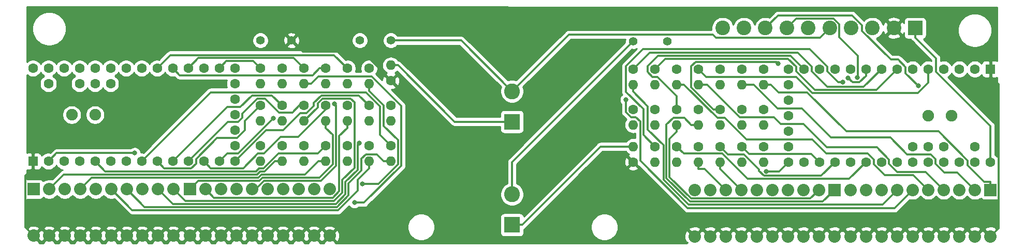
<source format=gbl>
G04 #@! TF.GenerationSoftware,KiCad,Pcbnew,5.1.4+dfsg1-1*
G04 #@! TF.CreationDate,2020-03-13T14:03:12-04:00*
G04 #@! TF.ProjectId,led_panel,6c65645f-7061-46e6-956c-2e6b69636164,rev?*
G04 #@! TF.SameCoordinates,Original*
G04 #@! TF.FileFunction,Copper,L2,Bot*
G04 #@! TF.FilePolarity,Positive*
%FSLAX46Y46*%
G04 Gerber Fmt 4.6, Leading zero omitted, Abs format (unit mm)*
G04 Created by KiCad (PCBNEW 5.1.4+dfsg1-1) date 2020-03-13 14:03:12*
%MOMM*%
%LPD*%
G04 APERTURE LIST*
%ADD10C,2.032000*%
%ADD11R,2.032000X2.032000*%
%ADD12C,1.900000*%
%ADD13R,1.600000X1.600000*%
%ADD14C,1.600000*%
%ADD15O,1.600000X1.600000*%
%ADD16C,1.400000*%
%ADD17C,2.400000*%
%ADD18R,2.400000X2.400000*%
%ADD19C,2.600000*%
%ADD20R,2.600000X2.600000*%
%ADD21C,0.800000*%
%ADD22C,0.300000*%
%ADD23C,0.254000*%
G04 APERTURE END LIST*
D10*
X185547000Y-59436000D03*
X183007000Y-59436000D03*
X180467000Y-59436000D03*
X177927000Y-59436000D03*
X165227000Y-51816000D03*
X162687000Y-51816000D03*
X162687000Y-59436000D03*
X165227000Y-59436000D03*
X167767000Y-51816000D03*
X170307000Y-51816000D03*
X172847000Y-51816000D03*
X175387000Y-51816000D03*
X175387000Y-59436000D03*
X172847000Y-59436000D03*
X170307000Y-59436000D03*
X167767000Y-59436000D03*
X177927000Y-51816000D03*
X180467000Y-51816000D03*
X183007000Y-51816000D03*
D11*
X185547000Y-51816000D03*
D10*
X160020000Y-59436000D03*
X157480000Y-59436000D03*
X154940000Y-59436000D03*
X152400000Y-59436000D03*
X139700000Y-51816000D03*
X137160000Y-51816000D03*
X137160000Y-59436000D03*
X139700000Y-59436000D03*
X142240000Y-51816000D03*
X144780000Y-51816000D03*
X147320000Y-51816000D03*
X149860000Y-51816000D03*
X149860000Y-59436000D03*
X147320000Y-59436000D03*
X144780000Y-59436000D03*
X142240000Y-59436000D03*
X152400000Y-51816000D03*
X154940000Y-51816000D03*
X157480000Y-51816000D03*
D11*
X160020000Y-51816000D03*
D10*
X54610000Y-59309000D03*
X57150000Y-59309000D03*
X59690000Y-59309000D03*
X62230000Y-59309000D03*
X74930000Y-51689000D03*
X77470000Y-51689000D03*
X77470000Y-59309000D03*
X74930000Y-59309000D03*
X72390000Y-51689000D03*
X69850000Y-51689000D03*
X67310000Y-51689000D03*
X64770000Y-51689000D03*
X64770000Y-59309000D03*
X67310000Y-59309000D03*
X69850000Y-59309000D03*
X72390000Y-59309000D03*
X62230000Y-51689000D03*
X59690000Y-51689000D03*
X57150000Y-51689000D03*
D11*
X54610000Y-51689000D03*
D10*
X29083000Y-59309000D03*
X31623000Y-59309000D03*
X34163000Y-59309000D03*
X36703000Y-59309000D03*
X49403000Y-51689000D03*
X51943000Y-51689000D03*
X51943000Y-59309000D03*
X49403000Y-59309000D03*
X46863000Y-51689000D03*
X44323000Y-51689000D03*
X41783000Y-51689000D03*
X39243000Y-51689000D03*
X39243000Y-59309000D03*
X41783000Y-59309000D03*
X44323000Y-59309000D03*
X46863000Y-59309000D03*
X36703000Y-51689000D03*
X34163000Y-51689000D03*
X31623000Y-51689000D03*
D11*
X29083000Y-51689000D03*
D12*
X35306000Y-39497000D03*
X39116000Y-39497000D03*
D13*
X28956000Y-47117000D03*
D14*
X31496000Y-47117000D03*
X34036000Y-47117000D03*
X36576000Y-47117000D03*
X39116000Y-47117000D03*
X41656000Y-47117000D03*
X44196000Y-47117000D03*
X46736000Y-47117000D03*
X49276000Y-47117000D03*
X51816000Y-47117000D03*
X54356000Y-47117000D03*
X56896000Y-47117000D03*
X59436000Y-47117000D03*
X41656000Y-34417000D03*
X39116000Y-34417000D03*
X36576000Y-34417000D03*
X31496000Y-34417000D03*
X28956000Y-31877000D03*
X31496000Y-31877000D03*
X34036000Y-31877000D03*
X36576000Y-31877000D03*
X39116000Y-31877000D03*
X41656000Y-31877000D03*
X44196000Y-31877000D03*
X46736000Y-31877000D03*
X49276000Y-31877000D03*
X51816000Y-31877000D03*
X54356000Y-31877000D03*
X56896000Y-31877000D03*
X59436000Y-31877000D03*
X61976000Y-47117000D03*
X61976000Y-44577000D03*
X61976000Y-42037000D03*
X61976000Y-31877000D03*
X61976000Y-34417000D03*
X61976000Y-36957000D03*
X61976000Y-39497000D03*
D12*
X179197000Y-39624000D03*
X175387000Y-39624000D03*
D13*
X185547000Y-32004000D03*
D14*
X183007000Y-32004000D03*
X180467000Y-32004000D03*
X177927000Y-32004000D03*
X175387000Y-32004000D03*
X172847000Y-32004000D03*
X170307000Y-32004000D03*
X167767000Y-32004000D03*
X165227000Y-32004000D03*
X162687000Y-32004000D03*
X160147000Y-32004000D03*
X157607000Y-32004000D03*
X155067000Y-32004000D03*
X172847000Y-44704000D03*
X175387000Y-44704000D03*
X177927000Y-44704000D03*
X183007000Y-44704000D03*
X185547000Y-47244000D03*
X183007000Y-47244000D03*
X180467000Y-47244000D03*
X177927000Y-47244000D03*
X175387000Y-47244000D03*
X172847000Y-47244000D03*
X170307000Y-47244000D03*
X167767000Y-47244000D03*
X165227000Y-47244000D03*
X162687000Y-47244000D03*
X160147000Y-47244000D03*
X157607000Y-47244000D03*
X155067000Y-47244000D03*
X152527000Y-32004000D03*
X152527000Y-34544000D03*
X152527000Y-37084000D03*
X152527000Y-47244000D03*
X152527000Y-44704000D03*
X152527000Y-42164000D03*
X152527000Y-39624000D03*
D15*
X127127000Y-44704000D03*
D14*
X127127000Y-47244000D03*
D15*
X76835000Y-40513000D03*
D14*
X76835000Y-37973000D03*
D15*
X130683000Y-47244000D03*
D14*
X130683000Y-44704000D03*
D15*
X134239000Y-47244000D03*
D14*
X134239000Y-44704000D03*
D15*
X137795000Y-47244000D03*
D14*
X137795000Y-44704000D03*
D15*
X141351000Y-47244000D03*
D14*
X141351000Y-44704000D03*
D15*
X144907000Y-47244000D03*
D14*
X144907000Y-44704000D03*
D15*
X148463000Y-47244000D03*
D14*
X148463000Y-44704000D03*
D15*
X127127000Y-41148000D03*
D14*
X127127000Y-38608000D03*
D15*
X130683000Y-41148000D03*
D14*
X130683000Y-38608000D03*
D15*
X134239000Y-41148000D03*
D14*
X134239000Y-38608000D03*
D15*
X137795000Y-41148000D03*
D14*
X137795000Y-38608000D03*
D15*
X141351000Y-41148000D03*
D14*
X141351000Y-38608000D03*
D15*
X144907000Y-41148000D03*
D14*
X144907000Y-38608000D03*
D15*
X148463000Y-41148000D03*
D14*
X148463000Y-38608000D03*
D15*
X127127000Y-34544000D03*
D14*
X127127000Y-32004000D03*
D15*
X130683000Y-34544000D03*
D14*
X130683000Y-32004000D03*
D15*
X134239000Y-34544000D03*
D14*
X134239000Y-32004000D03*
D15*
X137795000Y-34544000D03*
D14*
X137795000Y-32004000D03*
D15*
X141351000Y-34544000D03*
D14*
X141351000Y-32004000D03*
D15*
X144907000Y-34544000D03*
D14*
X144907000Y-32004000D03*
D15*
X148463000Y-34544000D03*
D14*
X148463000Y-32004000D03*
D15*
X87503000Y-31369000D03*
D14*
X87503000Y-33909000D03*
D15*
X83947000Y-34417000D03*
D14*
X83947000Y-31877000D03*
D15*
X80391000Y-34417000D03*
D14*
X80391000Y-31877000D03*
D15*
X76835000Y-34417000D03*
D14*
X76835000Y-31877000D03*
D15*
X73279000Y-34417000D03*
D14*
X73279000Y-31877000D03*
D15*
X69723000Y-34417000D03*
D14*
X69723000Y-31877000D03*
D15*
X66167000Y-34417000D03*
D14*
X66167000Y-31877000D03*
D15*
X87503000Y-40513000D03*
D14*
X87503000Y-37973000D03*
D15*
X83947000Y-40513000D03*
D14*
X83947000Y-37973000D03*
D15*
X80391000Y-40513000D03*
D14*
X80391000Y-37973000D03*
D15*
X73279000Y-40513000D03*
D14*
X73279000Y-37973000D03*
D15*
X69723000Y-40513000D03*
D14*
X69723000Y-37973000D03*
D15*
X66167000Y-40513000D03*
D14*
X66167000Y-37973000D03*
D15*
X87503000Y-47117000D03*
D14*
X87503000Y-44577000D03*
D15*
X83947000Y-47117000D03*
D14*
X83947000Y-44577000D03*
D15*
X80391000Y-47117000D03*
D14*
X80391000Y-44577000D03*
D15*
X76835000Y-47117000D03*
D14*
X76835000Y-44577000D03*
D15*
X73279000Y-47117000D03*
D14*
X73279000Y-44577000D03*
D15*
X69723000Y-47117000D03*
D14*
X69723000Y-44577000D03*
D15*
X66167000Y-47117000D03*
D14*
X66167000Y-44577000D03*
D16*
X132715000Y-27432000D03*
X82423000Y-27305000D03*
X127127000Y-27432000D03*
X87503000Y-27305000D03*
D17*
X141758000Y-25273000D03*
X145258000Y-25273000D03*
X148758000Y-25273000D03*
X152258000Y-25273000D03*
X155758000Y-25273000D03*
X159258000Y-25273000D03*
X162758000Y-25273000D03*
X166258000Y-25273000D03*
X169758000Y-25273000D03*
D18*
X173258000Y-25273000D03*
D16*
X71247000Y-27305000D03*
D19*
X107315000Y-52531000D03*
D20*
X107315000Y-57531000D03*
D19*
X107315000Y-35640000D03*
D20*
X107315000Y-40640000D03*
D16*
X66167000Y-27305000D03*
D21*
X82296400Y-44134900D03*
X82809800Y-50785800D03*
X81538300Y-53885900D03*
X78238000Y-37727200D03*
X125935600Y-37044100D03*
X173751300Y-34737600D03*
X163804500Y-33416300D03*
X45603500Y-45769300D03*
X68320400Y-40064900D03*
X162273700Y-33443000D03*
X150856900Y-31125900D03*
X148883300Y-48746800D03*
X161439300Y-34178200D03*
D22*
X173258000Y-25273000D02*
X173258000Y-26823300D01*
X173258000Y-26823300D02*
X176657000Y-30222300D01*
X176657000Y-30222300D02*
X176657000Y-32406900D01*
X176657000Y-32406900D02*
X185547000Y-41296900D01*
X185547000Y-41296900D02*
X185547000Y-47244000D01*
X87503000Y-33909000D02*
X87503000Y-33773800D01*
X87503000Y-33773800D02*
X82893200Y-29164000D01*
X82893200Y-29164000D02*
X73106000Y-29164000D01*
X73106000Y-29164000D02*
X71247000Y-27305000D01*
X28956000Y-47117000D02*
X28956000Y-48267300D01*
X29083000Y-59309000D02*
X27716600Y-57942600D01*
X27716600Y-57942600D02*
X27716600Y-49506700D01*
X27716600Y-49506700D02*
X28956000Y-48267300D01*
X185547000Y-32004000D02*
X185547000Y-33154300D01*
X185547000Y-33154300D02*
X186913400Y-34520700D01*
X186913400Y-34520700D02*
X186913400Y-58069600D01*
X186913400Y-58069600D02*
X185547000Y-59436000D01*
X49403000Y-51689000D02*
X51822000Y-54108000D01*
X51822000Y-54108000D02*
X78486300Y-54108000D01*
X78486300Y-54108000D02*
X80076000Y-52518300D01*
X80076000Y-52518300D02*
X80076000Y-50503300D01*
X80076000Y-50503300D02*
X82041800Y-48537500D01*
X82041800Y-48537500D02*
X82041800Y-44389500D01*
X82041800Y-44389500D02*
X82296400Y-44134900D01*
X73279000Y-40513000D02*
X75525400Y-38266600D01*
X75525400Y-38266600D02*
X75525400Y-37655200D01*
X75525400Y-37655200D02*
X76357900Y-36822700D01*
X76357900Y-36822700D02*
X80879300Y-36822700D01*
X80879300Y-36822700D02*
X81541400Y-37484800D01*
X81541400Y-37484800D02*
X81541400Y-48212100D01*
X81541400Y-48212100D02*
X79575700Y-50177800D01*
X79575700Y-50177800D02*
X79575700Y-52234400D01*
X79575700Y-52234400D02*
X78202400Y-53607700D01*
X78202400Y-53607700D02*
X53861700Y-53607700D01*
X53861700Y-53607700D02*
X51943000Y-51689000D01*
X44323000Y-51689000D02*
X47242300Y-54608300D01*
X47242300Y-54608300D02*
X78693500Y-54608300D01*
X78693500Y-54608300D02*
X80576300Y-52725500D01*
X80576300Y-52725500D02*
X80576300Y-50710500D01*
X80576300Y-50710500D02*
X82707200Y-48579600D01*
X82707200Y-48579600D02*
X82707200Y-46712600D01*
X82707200Y-46712600D02*
X83464600Y-45955200D01*
X83464600Y-45955200D02*
X85190900Y-45955200D01*
X85190900Y-45955200D02*
X86352700Y-47117000D01*
X87503000Y-47117000D02*
X86352700Y-47117000D01*
X41783000Y-51689000D02*
X45202600Y-55108600D01*
X45202600Y-55108600D02*
X78900700Y-55108600D01*
X78900700Y-55108600D02*
X82059400Y-51949900D01*
X82059400Y-51949900D02*
X82059400Y-50154900D01*
X82059400Y-50154900D02*
X83947000Y-48267300D01*
X83947000Y-47117000D02*
X83947000Y-48267300D01*
X75684700Y-47117000D02*
X73479600Y-49322100D01*
X73479600Y-49322100D02*
X66329700Y-49322100D01*
X66329700Y-49322100D02*
X65829600Y-49822200D01*
X65829600Y-49822200D02*
X38569800Y-49822200D01*
X38569800Y-49822200D02*
X36703000Y-51689000D01*
X76835000Y-47117000D02*
X75684700Y-47117000D01*
X68572700Y-47117000D02*
X66867900Y-48821800D01*
X66867900Y-48821800D02*
X66122500Y-48821800D01*
X66122500Y-48821800D02*
X65655700Y-49288600D01*
X65655700Y-49288600D02*
X34023400Y-49288600D01*
X34023400Y-49288600D02*
X31623000Y-51689000D01*
X69723000Y-47117000D02*
X68572700Y-47117000D01*
X83947000Y-35567300D02*
X86352600Y-37972900D01*
X86352600Y-37972900D02*
X86352600Y-41354100D01*
X86352600Y-41354100D02*
X88653500Y-43655000D01*
X88653500Y-43655000D02*
X88653500Y-47639000D01*
X88653500Y-47639000D02*
X85506700Y-50785800D01*
X85506700Y-50785800D02*
X82809800Y-50785800D01*
X83947000Y-34417000D02*
X83947000Y-35567300D01*
X74429300Y-34417000D02*
X75619900Y-33226400D01*
X75619900Y-33226400D02*
X84383400Y-33226400D01*
X84383400Y-33226400D02*
X89154800Y-37997800D01*
X89154800Y-37997800D02*
X89154800Y-47870700D01*
X89154800Y-47870700D02*
X83139700Y-53885800D01*
X83139700Y-53885800D02*
X81538300Y-53885800D01*
X81538300Y-53885800D02*
X81538300Y-53885900D01*
X73279000Y-34417000D02*
X74429300Y-34417000D01*
X64770000Y-51689000D02*
X65377800Y-51689000D01*
X65377800Y-51689000D02*
X66744100Y-50322700D01*
X66744100Y-50322700D02*
X76057200Y-50322700D01*
X76057200Y-50322700D02*
X78496000Y-47883900D01*
X78496000Y-47883900D02*
X78496000Y-37985200D01*
X78496000Y-37985200D02*
X78238000Y-37727200D01*
X80391000Y-41663300D02*
X79075400Y-42978900D01*
X79075400Y-42978900D02*
X79075400Y-52027000D01*
X79075400Y-52027000D02*
X78014300Y-53088100D01*
X78014300Y-53088100D02*
X58549100Y-53088100D01*
X58549100Y-53088100D02*
X57150000Y-51689000D01*
X80391000Y-40513000D02*
X80391000Y-41663300D01*
X76835000Y-41663300D02*
X77987000Y-42815300D01*
X77987000Y-42815300D02*
X77987000Y-47615800D01*
X77987000Y-47615800D02*
X75780400Y-49822400D01*
X75780400Y-49822400D02*
X66536900Y-49822400D01*
X66536900Y-49822400D02*
X66036700Y-50322600D01*
X66036700Y-50322600D02*
X55976400Y-50322600D01*
X55976400Y-50322600D02*
X54610000Y-51689000D01*
X76835000Y-40513000D02*
X76835000Y-41663300D01*
X127127000Y-35694300D02*
X129532600Y-38099900D01*
X129532600Y-38099900D02*
X129532600Y-41926600D01*
X129532600Y-41926600D02*
X132080400Y-44474400D01*
X132080400Y-44474400D02*
X132080400Y-50106100D01*
X132080400Y-50106100D02*
X136204200Y-54229900D01*
X136204200Y-54229900D02*
X167893100Y-54229900D01*
X167893100Y-54229900D02*
X170307000Y-51816000D01*
X127127000Y-34544000D02*
X127127000Y-35694300D01*
X125935600Y-37044100D02*
X125935600Y-39057100D01*
X125935600Y-39057100D02*
X126756500Y-39878000D01*
X126756500Y-39878000D02*
X127555900Y-39878000D01*
X127555900Y-39878000D02*
X128277400Y-40599500D01*
X128277400Y-40599500D02*
X128277400Y-47029600D01*
X128277400Y-47029600D02*
X136042600Y-54794800D01*
X136042600Y-54794800D02*
X169868200Y-54794800D01*
X169868200Y-54794800D02*
X172847000Y-51816000D01*
X175387000Y-51816000D02*
X172948200Y-49377200D01*
X172948200Y-49377200D02*
X168265300Y-49377200D01*
X168265300Y-49377200D02*
X166497000Y-47608900D01*
X166497000Y-47608900D02*
X166497000Y-46859300D01*
X166497000Y-46859300D02*
X165469900Y-45832200D01*
X165469900Y-45832200D02*
X158735200Y-45832200D01*
X158735200Y-45832200D02*
X156454200Y-43551200D01*
X156454200Y-43551200D02*
X145644100Y-43551200D01*
X145644100Y-43551200D02*
X142090500Y-39997600D01*
X142090500Y-39997600D02*
X140912300Y-39997600D01*
X140912300Y-39997600D02*
X135458700Y-34544000D01*
X135458700Y-34544000D02*
X134239000Y-34544000D01*
X177927000Y-51816000D02*
X174987900Y-48876900D01*
X174987900Y-48876900D02*
X170305000Y-48876900D01*
X170305000Y-48876900D02*
X168971700Y-47543600D01*
X168971700Y-47543600D02*
X168971700Y-46814300D01*
X168971700Y-46814300D02*
X166977900Y-44820500D01*
X166977900Y-44820500D02*
X158827500Y-44820500D01*
X158827500Y-44820500D02*
X155020600Y-41013600D01*
X155020600Y-41013600D02*
X151278800Y-41013600D01*
X151278800Y-41013600D02*
X150143200Y-39878000D01*
X150143200Y-39878000D02*
X144526500Y-39878000D01*
X144526500Y-39878000D02*
X139192500Y-34544000D01*
X139192500Y-34544000D02*
X137795000Y-34544000D01*
X183007000Y-51816000D02*
X180160900Y-48969900D01*
X180160900Y-48969900D02*
X178004800Y-48969900D01*
X178004800Y-48969900D02*
X176537400Y-47502500D01*
X176537400Y-47502500D02*
X176537400Y-46738200D01*
X176537400Y-46738200D02*
X175773200Y-45974000D01*
X175773200Y-45974000D02*
X171955900Y-45974000D01*
X171955900Y-45974000D02*
X169197200Y-43215300D01*
X169197200Y-43215300D02*
X159446400Y-43215300D01*
X159446400Y-43215300D02*
X154704700Y-38473600D01*
X154704700Y-38473600D02*
X150765600Y-38473600D01*
X150765600Y-38473600D02*
X146836000Y-34544000D01*
X146836000Y-34544000D02*
X144907000Y-34544000D01*
X185547000Y-50449700D02*
X184566400Y-50449700D01*
X184566400Y-50449700D02*
X181856600Y-47739900D01*
X181856600Y-47739900D02*
X181856600Y-47003600D01*
X181856600Y-47003600D02*
X177067700Y-42214700D01*
X177067700Y-42214700D02*
X161994000Y-42214700D01*
X161994000Y-42214700D02*
X155593300Y-35814000D01*
X155593300Y-35814000D02*
X150883300Y-35814000D01*
X150883300Y-35814000D02*
X149613300Y-34544000D01*
X148463000Y-34544000D02*
X149613300Y-34544000D01*
X185547000Y-51816000D02*
X185547000Y-50449700D01*
X137795000Y-47244000D02*
X137795000Y-48394300D01*
X142240000Y-51816000D02*
X138818300Y-48394300D01*
X138818300Y-48394300D02*
X137795000Y-48394300D01*
X141351000Y-47244000D02*
X141351000Y-48394300D01*
X144780000Y-51816000D02*
X141358300Y-48394300D01*
X141358300Y-48394300D02*
X141351000Y-48394300D01*
X134239000Y-41148000D02*
X134239000Y-42298300D01*
X157480000Y-51816000D02*
X156066900Y-53229100D01*
X156066900Y-53229100D02*
X136629400Y-53229100D01*
X136629400Y-53229100D02*
X133081000Y-49680700D01*
X133081000Y-49680700D02*
X133081000Y-43456300D01*
X133081000Y-43456300D02*
X134239000Y-42298300D01*
X136644700Y-41148000D02*
X135466500Y-39969800D01*
X135466500Y-39969800D02*
X133723900Y-39969800D01*
X133723900Y-39969800D02*
X132580700Y-41113000D01*
X132580700Y-41113000D02*
X132580700Y-49894900D01*
X132580700Y-49894900D02*
X136415300Y-53729500D01*
X136415300Y-53729500D02*
X158106500Y-53729500D01*
X158106500Y-53729500D02*
X160020000Y-51816000D01*
X137795000Y-41148000D02*
X136644700Y-41148000D01*
X159258000Y-25273000D02*
X157697500Y-26833500D01*
X157697500Y-26833500D02*
X140659500Y-26833500D01*
X140659500Y-26833500D02*
X140169100Y-26343100D01*
X140169100Y-26343100D02*
X116611900Y-26343100D01*
X116611900Y-26343100D02*
X107315000Y-35640000D01*
X87503000Y-27305000D02*
X98980000Y-27305000D01*
X98980000Y-27305000D02*
X107315000Y-35640000D01*
X87503000Y-31369000D02*
X88653300Y-31369000D01*
X88653300Y-31369000D02*
X97924300Y-40640000D01*
X97924300Y-40640000D02*
X105664700Y-40640000D01*
X107315000Y-40640000D02*
X105664700Y-40640000D01*
X107315000Y-52531000D02*
X107315000Y-47244000D01*
X107315000Y-47244000D02*
X127127000Y-27432000D01*
X125976700Y-44704000D02*
X121792300Y-44704000D01*
X121792300Y-44704000D02*
X108965300Y-57531000D01*
X127127000Y-44704000D02*
X125976700Y-44704000D01*
X107315000Y-57531000D02*
X108965300Y-57531000D01*
X148758000Y-25273000D02*
X150824900Y-23206100D01*
X150824900Y-23206100D02*
X162913000Y-23206100D01*
X162913000Y-23206100D02*
X164577200Y-24870300D01*
X164577200Y-24870300D02*
X164577200Y-25785200D01*
X164577200Y-25785200D02*
X169250000Y-30458000D01*
X169250000Y-30458000D02*
X170454400Y-30458000D01*
X170454400Y-30458000D02*
X171696600Y-31700200D01*
X171696600Y-31700200D02*
X171696600Y-32682900D01*
X171696600Y-32682900D02*
X173751300Y-34737600D01*
X152258000Y-25273000D02*
X153824500Y-23706500D01*
X153824500Y-23706500D02*
X159898700Y-23706500D01*
X159898700Y-23706500D02*
X160831000Y-24638800D01*
X160831000Y-24638800D02*
X160831000Y-26758400D01*
X160831000Y-26758400D02*
X163854500Y-29781900D01*
X163854500Y-29781900D02*
X163854500Y-33366300D01*
X163854500Y-33366300D02*
X163804500Y-33416300D01*
X31496000Y-47117000D02*
X32843700Y-45769300D01*
X32843700Y-45769300D02*
X45603500Y-45769300D01*
X76835000Y-44577000D02*
X75565000Y-45847000D01*
X75565000Y-45847000D02*
X69135000Y-45847000D01*
X69135000Y-45847000D02*
X66660500Y-48321500D01*
X66660500Y-48321500D02*
X65915300Y-48321500D01*
X65915300Y-48321500D02*
X65448600Y-48788200D01*
X65448600Y-48788200D02*
X40787200Y-48788200D01*
X40787200Y-48788200D02*
X39116000Y-47117000D01*
X46736000Y-47117000D02*
X58046600Y-35806400D01*
X58046600Y-35806400D02*
X83407400Y-35806400D01*
X83407400Y-35806400D02*
X85717500Y-38116500D01*
X85717500Y-38116500D02*
X85717500Y-42791500D01*
X85717500Y-42791500D02*
X87503000Y-44577000D01*
X66167000Y-37973000D02*
X63663300Y-40476700D01*
X63663300Y-40476700D02*
X63663300Y-41985100D01*
X63663300Y-41985100D02*
X62341400Y-43307000D01*
X62341400Y-43307000D02*
X59071200Y-43307000D01*
X59071200Y-43307000D02*
X55626000Y-46752200D01*
X55626000Y-46752200D02*
X55626000Y-47509900D01*
X55626000Y-47509900D02*
X54848100Y-48287800D01*
X54848100Y-48287800D02*
X50446800Y-48287800D01*
X50446800Y-48287800D02*
X49276000Y-47117000D01*
X69723000Y-37973000D02*
X68061400Y-36311400D01*
X68061400Y-36311400D02*
X64792200Y-36311400D01*
X64792200Y-36311400D02*
X62876600Y-38227000D01*
X62876600Y-38227000D02*
X60706000Y-38227000D01*
X60706000Y-38227000D02*
X51816000Y-47117000D01*
X73279000Y-37973000D02*
X72539400Y-37973000D01*
X72539400Y-37973000D02*
X71383100Y-39129300D01*
X71383100Y-39129300D02*
X69213200Y-39129300D01*
X69213200Y-39129300D02*
X66895700Y-36811800D01*
X66895700Y-36811800D02*
X65651500Y-36811800D01*
X65651500Y-36811800D02*
X63162900Y-39300400D01*
X63162900Y-39300400D02*
X63162900Y-39978500D01*
X63162900Y-39978500D02*
X62494000Y-40647400D01*
X62494000Y-40647400D02*
X60825600Y-40647400D01*
X60825600Y-40647400D02*
X54356000Y-47117000D01*
X59436000Y-47117000D02*
X60706000Y-45847000D01*
X60706000Y-45847000D02*
X62538300Y-45847000D01*
X62538300Y-45847000D02*
X68320400Y-40064900D01*
X83947000Y-37973000D02*
X82280800Y-36306800D01*
X82280800Y-36306800D02*
X76166100Y-36306800D01*
X76166100Y-36306800D02*
X74904300Y-37568600D01*
X74904300Y-37568600D02*
X74904300Y-38027100D01*
X74904300Y-38027100D02*
X73688400Y-39243000D01*
X73688400Y-39243000D02*
X72665800Y-39243000D01*
X72665800Y-39243000D02*
X69923300Y-41985500D01*
X69923300Y-41985500D02*
X67107500Y-41985500D01*
X67107500Y-41985500D02*
X61976000Y-47117000D01*
X59436000Y-31877000D02*
X60610800Y-30702200D01*
X60610800Y-30702200D02*
X64992200Y-30702200D01*
X64992200Y-30702200D02*
X66167000Y-31877000D01*
X73279000Y-31877000D02*
X71603500Y-30201500D01*
X71603500Y-30201500D02*
X56031500Y-30201500D01*
X56031500Y-30201500D02*
X54356000Y-31877000D01*
X76835000Y-31877000D02*
X75834100Y-31877000D01*
X75834100Y-31877000D02*
X74683700Y-33027400D01*
X74683700Y-33027400D02*
X52966400Y-33027400D01*
X52966400Y-33027400D02*
X51816000Y-31877000D01*
X80391000Y-31877000D02*
X78215100Y-29701100D01*
X78215100Y-29701100D02*
X51451900Y-29701100D01*
X51451900Y-29701100D02*
X49276000Y-31877000D01*
X175387000Y-32004000D02*
X175387000Y-34206400D01*
X175387000Y-34206400D02*
X173664300Y-35929100D01*
X173664300Y-35929100D02*
X156416100Y-35929100D01*
X156416100Y-35929100D02*
X153762800Y-33275800D01*
X153762800Y-33275800D02*
X139066800Y-33275800D01*
X139066800Y-33275800D02*
X137795000Y-32004000D01*
X170307000Y-32004000D02*
X166882200Y-35428800D01*
X166882200Y-35428800D02*
X156829000Y-35428800D01*
X156829000Y-35428800D02*
X153797000Y-32396800D01*
X153797000Y-32396800D02*
X153797000Y-31639200D01*
X153797000Y-31639200D02*
X152468900Y-30311100D01*
X152468900Y-30311100D02*
X132375900Y-30311100D01*
X132375900Y-30311100D02*
X130683000Y-32004000D01*
X167767000Y-32004000D02*
X164842500Y-34928500D01*
X164842500Y-34928500D02*
X158901300Y-34928500D01*
X158901300Y-34928500D02*
X156337000Y-32364200D01*
X156337000Y-32364200D02*
X156337000Y-31596800D01*
X156337000Y-31596800D02*
X154036500Y-29296300D01*
X154036500Y-29296300D02*
X129834700Y-29296300D01*
X129834700Y-29296300D02*
X127127000Y-32004000D01*
X165227000Y-32004000D02*
X165227000Y-33099800D01*
X165227000Y-33099800D02*
X164158100Y-34168700D01*
X164158100Y-34168700D02*
X162999400Y-34168700D01*
X162999400Y-34168700D02*
X162273700Y-33443000D01*
X141351000Y-38608000D02*
X140230400Y-38608000D01*
X140230400Y-38608000D02*
X136641800Y-35019400D01*
X136641800Y-35019400D02*
X136641800Y-31526200D01*
X136641800Y-31526200D02*
X137335000Y-30833000D01*
X137335000Y-30833000D02*
X150564000Y-30833000D01*
X150564000Y-30833000D02*
X150856900Y-31125900D01*
X134239000Y-38608000D02*
X134239000Y-36401100D01*
X134239000Y-36401100D02*
X131111900Y-33274000D01*
X131111900Y-33274000D02*
X130286800Y-33274000D01*
X130286800Y-33274000D02*
X129488500Y-32475700D01*
X129488500Y-32475700D02*
X129488500Y-31515600D01*
X129488500Y-31515600D02*
X131207400Y-29796700D01*
X131207400Y-29796700D02*
X152859700Y-29796700D01*
X152859700Y-29796700D02*
X155067000Y-32004000D01*
X152527000Y-47244000D02*
X151024200Y-48746800D01*
X151024200Y-48746800D02*
X148883300Y-48746800D01*
X144907000Y-44704000D02*
X146097300Y-45894300D01*
X146097300Y-45894300D02*
X156257300Y-45894300D01*
X156257300Y-45894300D02*
X157607000Y-47244000D01*
X141351000Y-44704000D02*
X142621000Y-45974000D01*
X142621000Y-45974000D02*
X145264000Y-45974000D01*
X145264000Y-45974000D02*
X147741300Y-48451300D01*
X147741300Y-48451300D02*
X147741300Y-48713400D01*
X147741300Y-48713400D02*
X148527000Y-49499100D01*
X148527000Y-49499100D02*
X157891900Y-49499100D01*
X157891900Y-49499100D02*
X160147000Y-47244000D01*
X134239000Y-44704000D02*
X135389400Y-45854400D01*
X135389400Y-45854400D02*
X141691000Y-45854400D01*
X141691000Y-45854400D02*
X145836000Y-49999400D01*
X145836000Y-49999400D02*
X162471600Y-49999400D01*
X162471600Y-49999400D02*
X165227000Y-47244000D01*
X161439300Y-34178200D02*
X160670000Y-34178200D01*
X160670000Y-34178200D02*
X158877000Y-32385200D01*
X158877000Y-32385200D02*
X158877000Y-31608500D01*
X158877000Y-31608500D02*
X156033300Y-28764800D01*
X156033300Y-28764800D02*
X128717200Y-28764800D01*
X128717200Y-28764800D02*
X125970500Y-31511500D01*
X125970500Y-31511500D02*
X125970500Y-35747300D01*
X125970500Y-35747300D02*
X128777800Y-38554600D01*
X128777800Y-38554600D02*
X128777800Y-42798800D01*
X128777800Y-42798800D02*
X130683000Y-44704000D01*
X76835000Y-37973000D02*
X76835000Y-38594700D01*
X76835000Y-38594700D02*
X72316300Y-43113400D01*
X72316300Y-43113400D02*
X69503100Y-43113400D01*
X69503100Y-43113400D02*
X66769500Y-45847000D01*
X66769500Y-45847000D02*
X65782300Y-45847000D01*
X65782300Y-45847000D02*
X63341500Y-48287800D01*
X63341500Y-48287800D02*
X58066800Y-48287800D01*
X58066800Y-48287800D02*
X56896000Y-47117000D01*
D23*
G36*
X186665001Y-21868476D02*
G01*
X186665001Y-30653957D01*
X186591180Y-30614498D01*
X186471482Y-30578188D01*
X186347000Y-30565928D01*
X185832750Y-30569000D01*
X185674000Y-30727750D01*
X185674000Y-31877000D01*
X185694000Y-31877000D01*
X185694000Y-32131000D01*
X185674000Y-32131000D01*
X185674000Y-33280250D01*
X185832750Y-33439000D01*
X186347000Y-33442072D01*
X186471482Y-33429812D01*
X186591180Y-33393502D01*
X186665001Y-33354043D01*
X186665000Y-46334275D01*
X186661637Y-46329241D01*
X186461759Y-46129363D01*
X186332000Y-46042661D01*
X186332000Y-41335456D01*
X186335797Y-41296900D01*
X186332000Y-41258340D01*
X186332000Y-41258339D01*
X186327422Y-41211858D01*
X186320642Y-41143013D01*
X186275754Y-40995040D01*
X186256551Y-40959114D01*
X186202862Y-40858667D01*
X186104764Y-40739136D01*
X186074811Y-40714554D01*
X178624237Y-33263980D01*
X178841759Y-33118637D01*
X179041637Y-32918759D01*
X179197000Y-32686241D01*
X179352363Y-32918759D01*
X179552241Y-33118637D01*
X179787273Y-33275680D01*
X180048426Y-33383853D01*
X180325665Y-33439000D01*
X180608335Y-33439000D01*
X180885574Y-33383853D01*
X181146727Y-33275680D01*
X181381759Y-33118637D01*
X181581637Y-32918759D01*
X181737000Y-32686241D01*
X181892363Y-32918759D01*
X182092241Y-33118637D01*
X182327273Y-33275680D01*
X182588426Y-33383853D01*
X182865665Y-33439000D01*
X183148335Y-33439000D01*
X183425574Y-33383853D01*
X183686727Y-33275680D01*
X183921759Y-33118637D01*
X184120357Y-32920039D01*
X184121188Y-32928482D01*
X184157498Y-33048180D01*
X184216463Y-33158494D01*
X184295815Y-33255185D01*
X184392506Y-33334537D01*
X184502820Y-33393502D01*
X184622518Y-33429812D01*
X184747000Y-33442072D01*
X185261250Y-33439000D01*
X185420000Y-33280250D01*
X185420000Y-32131000D01*
X185400000Y-32131000D01*
X185400000Y-31877000D01*
X185420000Y-31877000D01*
X185420000Y-30727750D01*
X185261250Y-30569000D01*
X184747000Y-30565928D01*
X184622518Y-30578188D01*
X184502820Y-30614498D01*
X184392506Y-30673463D01*
X184295815Y-30752815D01*
X184216463Y-30849506D01*
X184157498Y-30959820D01*
X184121188Y-31079518D01*
X184120357Y-31087961D01*
X183921759Y-30889363D01*
X183686727Y-30732320D01*
X183425574Y-30624147D01*
X183148335Y-30569000D01*
X182865665Y-30569000D01*
X182588426Y-30624147D01*
X182327273Y-30732320D01*
X182092241Y-30889363D01*
X181892363Y-31089241D01*
X181737000Y-31321759D01*
X181581637Y-31089241D01*
X181381759Y-30889363D01*
X181146727Y-30732320D01*
X180885574Y-30624147D01*
X180608335Y-30569000D01*
X180325665Y-30569000D01*
X180048426Y-30624147D01*
X179787273Y-30732320D01*
X179552241Y-30889363D01*
X179352363Y-31089241D01*
X179197000Y-31321759D01*
X179041637Y-31089241D01*
X178841759Y-30889363D01*
X178606727Y-30732320D01*
X178345574Y-30624147D01*
X178068335Y-30569000D01*
X177785665Y-30569000D01*
X177508426Y-30624147D01*
X177442000Y-30651662D01*
X177442000Y-30260856D01*
X177445797Y-30222300D01*
X177442000Y-30183740D01*
X177442000Y-30183739D01*
X177437626Y-30139332D01*
X177430642Y-30068413D01*
X177385754Y-29920440D01*
X177361816Y-29875655D01*
X177312862Y-29784067D01*
X177214764Y-29664536D01*
X177184817Y-29639959D01*
X174629428Y-27084571D01*
X174702180Y-27062502D01*
X174812494Y-27003537D01*
X174909185Y-26924185D01*
X174988537Y-26827494D01*
X175047502Y-26717180D01*
X175083812Y-26597482D01*
X175096072Y-26473000D01*
X175096072Y-25379701D01*
X180222000Y-25379701D01*
X180222000Y-25928299D01*
X180329026Y-26466354D01*
X180538965Y-26973192D01*
X180843750Y-27429334D01*
X181231666Y-27817250D01*
X181687808Y-28122035D01*
X182194646Y-28331974D01*
X182732701Y-28439000D01*
X183281299Y-28439000D01*
X183819354Y-28331974D01*
X184326192Y-28122035D01*
X184782334Y-27817250D01*
X185170250Y-27429334D01*
X185475035Y-26973192D01*
X185684974Y-26466354D01*
X185792000Y-25928299D01*
X185792000Y-25379701D01*
X185684974Y-24841646D01*
X185475035Y-24334808D01*
X185170250Y-23878666D01*
X184782334Y-23490750D01*
X184326192Y-23185965D01*
X183819354Y-22976026D01*
X183281299Y-22869000D01*
X182732701Y-22869000D01*
X182194646Y-22976026D01*
X181687808Y-23185965D01*
X181231666Y-23490750D01*
X180843750Y-23878666D01*
X180538965Y-24334808D01*
X180329026Y-24841646D01*
X180222000Y-25379701D01*
X175096072Y-25379701D01*
X175096072Y-24073000D01*
X175083812Y-23948518D01*
X175047502Y-23828820D01*
X174988537Y-23718506D01*
X174909185Y-23621815D01*
X174812494Y-23542463D01*
X174702180Y-23483498D01*
X174582482Y-23447188D01*
X174458000Y-23434928D01*
X172058000Y-23434928D01*
X171933518Y-23447188D01*
X171813820Y-23483498D01*
X171703506Y-23542463D01*
X171606815Y-23621815D01*
X171527463Y-23718506D01*
X171468498Y-23828820D01*
X171432188Y-23948518D01*
X171419928Y-24073000D01*
X171419928Y-24479903D01*
X171320836Y-24294514D01*
X171035980Y-24174626D01*
X169937605Y-25273000D01*
X171035980Y-26371374D01*
X171320836Y-26251486D01*
X171419928Y-26052088D01*
X171419928Y-26473000D01*
X171432188Y-26597482D01*
X171468498Y-26717180D01*
X171527463Y-26827494D01*
X171606815Y-26924185D01*
X171703506Y-27003537D01*
X171813820Y-27062502D01*
X171933518Y-27098812D01*
X172058000Y-27111072D01*
X172524973Y-27111072D01*
X172529246Y-27125159D01*
X172555092Y-27173514D01*
X172602139Y-27261533D01*
X172637812Y-27305000D01*
X172675655Y-27351112D01*
X172675659Y-27351116D01*
X172700237Y-27381064D01*
X172730185Y-27405642D01*
X175872000Y-30547458D01*
X175872000Y-30651662D01*
X175805574Y-30624147D01*
X175528335Y-30569000D01*
X175245665Y-30569000D01*
X174968426Y-30624147D01*
X174707273Y-30732320D01*
X174472241Y-30889363D01*
X174272363Y-31089241D01*
X174117000Y-31321759D01*
X173961637Y-31089241D01*
X173761759Y-30889363D01*
X173526727Y-30732320D01*
X173265574Y-30624147D01*
X172988335Y-30569000D01*
X172705665Y-30569000D01*
X172428426Y-30624147D01*
X172167273Y-30732320D01*
X171970414Y-30863857D01*
X171036747Y-29930190D01*
X171012164Y-29900236D01*
X170892633Y-29802138D01*
X170756260Y-29729246D01*
X170608287Y-29684359D01*
X170492961Y-29673000D01*
X170492953Y-29673000D01*
X170454400Y-29669203D01*
X170415847Y-29673000D01*
X169575158Y-29673000D01*
X166896763Y-26994606D01*
X167127199Y-26899156D01*
X167427744Y-26698338D01*
X167575102Y-26550980D01*
X168659626Y-26550980D01*
X168779514Y-26835836D01*
X169103210Y-26996699D01*
X169452069Y-27091322D01*
X169812684Y-27116067D01*
X170171198Y-27069985D01*
X170513833Y-26954846D01*
X170736486Y-26835836D01*
X170856374Y-26550980D01*
X169758000Y-25452605D01*
X168659626Y-26550980D01*
X167575102Y-26550980D01*
X167683338Y-26442744D01*
X167884156Y-26142199D01*
X168011190Y-25835511D01*
X168076154Y-26028833D01*
X168195164Y-26251486D01*
X168480020Y-26371374D01*
X169578395Y-25273000D01*
X168480020Y-24174626D01*
X168195164Y-24294514D01*
X168034301Y-24618210D01*
X168010031Y-24707690D01*
X167884156Y-24403801D01*
X167683338Y-24103256D01*
X167575102Y-23995020D01*
X168659626Y-23995020D01*
X169758000Y-25093395D01*
X170856374Y-23995020D01*
X170736486Y-23710164D01*
X170412790Y-23549301D01*
X170063931Y-23454678D01*
X169703316Y-23429933D01*
X169344802Y-23476015D01*
X169002167Y-23591154D01*
X168779514Y-23710164D01*
X168659626Y-23995020D01*
X167575102Y-23995020D01*
X167427744Y-23847662D01*
X167127199Y-23646844D01*
X166793250Y-23508518D01*
X166438732Y-23438000D01*
X166077268Y-23438000D01*
X165722750Y-23508518D01*
X165388801Y-23646844D01*
X165088256Y-23847662D01*
X164876488Y-24059430D01*
X163495347Y-22678290D01*
X163470764Y-22648336D01*
X163351233Y-22550238D01*
X163214860Y-22477346D01*
X163066887Y-22432459D01*
X162951561Y-22421100D01*
X162951553Y-22421100D01*
X162913000Y-22417303D01*
X162874447Y-22421100D01*
X150863452Y-22421100D01*
X150824899Y-22417303D01*
X150786346Y-22421100D01*
X150786339Y-22421100D01*
X150671013Y-22432459D01*
X150523040Y-22477346D01*
X150386667Y-22550238D01*
X150326459Y-22599650D01*
X150297087Y-22623755D01*
X150297084Y-22623758D01*
X150267136Y-22648336D01*
X150242558Y-22678284D01*
X149377448Y-23543394D01*
X149293250Y-23508518D01*
X148938732Y-23438000D01*
X148577268Y-23438000D01*
X148222750Y-23508518D01*
X147888801Y-23646844D01*
X147588256Y-23847662D01*
X147332662Y-24103256D01*
X147131844Y-24403801D01*
X147008000Y-24702787D01*
X146884156Y-24403801D01*
X146683338Y-24103256D01*
X146427744Y-23847662D01*
X146127199Y-23646844D01*
X145793250Y-23508518D01*
X145438732Y-23438000D01*
X145077268Y-23438000D01*
X144722750Y-23508518D01*
X144388801Y-23646844D01*
X144088256Y-23847662D01*
X143832662Y-24103256D01*
X143631844Y-24403801D01*
X143508000Y-24702787D01*
X143384156Y-24403801D01*
X143183338Y-24103256D01*
X142927744Y-23847662D01*
X142627199Y-23646844D01*
X142293250Y-23508518D01*
X141938732Y-23438000D01*
X141577268Y-23438000D01*
X141222750Y-23508518D01*
X140888801Y-23646844D01*
X140588256Y-23847662D01*
X140332662Y-24103256D01*
X140131844Y-24403801D01*
X139993518Y-24737750D01*
X139923000Y-25092268D01*
X139923000Y-25453732D01*
X139943760Y-25558100D01*
X116650452Y-25558100D01*
X116611899Y-25554303D01*
X116573346Y-25558100D01*
X116573339Y-25558100D01*
X116458013Y-25569459D01*
X116310040Y-25614346D01*
X116173667Y-25687238D01*
X116113459Y-25736650D01*
X116084087Y-25760755D01*
X116084084Y-25760758D01*
X116054136Y-25785336D01*
X116029558Y-25815284D01*
X108010985Y-33833858D01*
X107879419Y-33779361D01*
X107505581Y-33705000D01*
X107124419Y-33705000D01*
X106750581Y-33779361D01*
X106619015Y-33833857D01*
X99562347Y-26777190D01*
X99537764Y-26747236D01*
X99418233Y-26649138D01*
X99281860Y-26576246D01*
X99133887Y-26531359D01*
X99018561Y-26520000D01*
X99018553Y-26520000D01*
X98980000Y-26516203D01*
X98941447Y-26520000D01*
X88584070Y-26520000D01*
X88539962Y-26453987D01*
X88354013Y-26268038D01*
X88135359Y-26121939D01*
X87892405Y-26021304D01*
X87634486Y-25970000D01*
X87371514Y-25970000D01*
X87113595Y-26021304D01*
X86870641Y-26121939D01*
X86651987Y-26268038D01*
X86466038Y-26453987D01*
X86319939Y-26672641D01*
X86219304Y-26915595D01*
X86168000Y-27173514D01*
X86168000Y-27436486D01*
X86219304Y-27694405D01*
X86319939Y-27937359D01*
X86466038Y-28156013D01*
X86651987Y-28341962D01*
X86870641Y-28488061D01*
X87113595Y-28588696D01*
X87371514Y-28640000D01*
X87634486Y-28640000D01*
X87892405Y-28588696D01*
X88135359Y-28488061D01*
X88354013Y-28341962D01*
X88539962Y-28156013D01*
X88584070Y-28090000D01*
X98654843Y-28090000D01*
X105508857Y-34944015D01*
X105454361Y-35075581D01*
X105380000Y-35449419D01*
X105380000Y-35830581D01*
X105454361Y-36204419D01*
X105600225Y-36556566D01*
X105811987Y-36873491D01*
X106081509Y-37143013D01*
X106398434Y-37354775D01*
X106750581Y-37500639D01*
X107124419Y-37575000D01*
X107505581Y-37575000D01*
X107879419Y-37500639D01*
X108231566Y-37354775D01*
X108548491Y-37143013D01*
X108818013Y-36873491D01*
X109029775Y-36556566D01*
X109175639Y-36204419D01*
X109250000Y-35830581D01*
X109250000Y-35449419D01*
X109175639Y-35075581D01*
X109121142Y-34944015D01*
X116937058Y-27128100D01*
X125826296Y-27128100D01*
X125792000Y-27300514D01*
X125792000Y-27563486D01*
X125807489Y-27641353D01*
X106787185Y-46661658D01*
X106757237Y-46686236D01*
X106732659Y-46716184D01*
X106732655Y-46716188D01*
X106716184Y-46736258D01*
X106659139Y-46805767D01*
X106621752Y-46875714D01*
X106586246Y-46942141D01*
X106541359Y-47090114D01*
X106526203Y-47244000D01*
X106530001Y-47282561D01*
X106530000Y-50761728D01*
X106398434Y-50816225D01*
X106081509Y-51027987D01*
X105811987Y-51297509D01*
X105600225Y-51614434D01*
X105454361Y-51966581D01*
X105380000Y-52340419D01*
X105380000Y-52721581D01*
X105454361Y-53095419D01*
X105600225Y-53447566D01*
X105811987Y-53764491D01*
X106081509Y-54034013D01*
X106398434Y-54245775D01*
X106750581Y-54391639D01*
X107124419Y-54466000D01*
X107505581Y-54466000D01*
X107879419Y-54391639D01*
X108231566Y-54245775D01*
X108548491Y-54034013D01*
X108818013Y-53764491D01*
X109029775Y-53447566D01*
X109175639Y-53095419D01*
X109250000Y-52721581D01*
X109250000Y-52340419D01*
X109175639Y-51966581D01*
X109029775Y-51614434D01*
X108818013Y-51297509D01*
X108548491Y-51027987D01*
X108231566Y-50816225D01*
X108100000Y-50761729D01*
X108100000Y-47569157D01*
X126917647Y-28751511D01*
X126995514Y-28767000D01*
X127258486Y-28767000D01*
X127516405Y-28715696D01*
X127754958Y-28616884D01*
X125442690Y-30929153D01*
X125412736Y-30953736D01*
X125314638Y-31073268D01*
X125241746Y-31209641D01*
X125196859Y-31357614D01*
X125185500Y-31472940D01*
X125185500Y-31472947D01*
X125181703Y-31511500D01*
X125185500Y-31550053D01*
X125185501Y-35708737D01*
X125181703Y-35747300D01*
X125196859Y-35901186D01*
X125241746Y-36049159D01*
X125268515Y-36099240D01*
X125314639Y-36185533D01*
X125329849Y-36204066D01*
X125275826Y-36240163D01*
X125131663Y-36384326D01*
X125018395Y-36553844D01*
X124940374Y-36742202D01*
X124900600Y-36942161D01*
X124900600Y-37146039D01*
X124940374Y-37345998D01*
X125018395Y-37534356D01*
X125131663Y-37703874D01*
X125150600Y-37722811D01*
X125150601Y-39018537D01*
X125146803Y-39057100D01*
X125161959Y-39210986D01*
X125206846Y-39358959D01*
X125227119Y-39396887D01*
X125279739Y-39495333D01*
X125309476Y-39531567D01*
X125353255Y-39584912D01*
X125353259Y-39584916D01*
X125377837Y-39614864D01*
X125407785Y-39639442D01*
X126012437Y-40244095D01*
X125928068Y-40346899D01*
X125794818Y-40596192D01*
X125712764Y-40866691D01*
X125685057Y-41148000D01*
X125712764Y-41429309D01*
X125794818Y-41699808D01*
X125928068Y-41949101D01*
X126107392Y-42167608D01*
X126325899Y-42346932D01*
X126575192Y-42480182D01*
X126845691Y-42562236D01*
X127056508Y-42583000D01*
X127197492Y-42583000D01*
X127408309Y-42562236D01*
X127492400Y-42536727D01*
X127492400Y-43315273D01*
X127408309Y-43289764D01*
X127197492Y-43269000D01*
X127056508Y-43269000D01*
X126845691Y-43289764D01*
X126575192Y-43371818D01*
X126325899Y-43505068D01*
X126107392Y-43684392D01*
X125928068Y-43902899D01*
X125919462Y-43919000D01*
X121830852Y-43919000D01*
X121792299Y-43915203D01*
X121753746Y-43919000D01*
X121753739Y-43919000D01*
X121652790Y-43928943D01*
X121638412Y-43930359D01*
X121603972Y-43940806D01*
X121490440Y-43975246D01*
X121354067Y-44048138D01*
X121305933Y-44087641D01*
X121264487Y-44121655D01*
X121264484Y-44121658D01*
X121234536Y-44146236D01*
X121209958Y-44176184D01*
X109244292Y-56141851D01*
X109240812Y-56106518D01*
X109204502Y-55986820D01*
X109145537Y-55876506D01*
X109066185Y-55779815D01*
X108969494Y-55700463D01*
X108859180Y-55641498D01*
X108739482Y-55605188D01*
X108615000Y-55592928D01*
X106015000Y-55592928D01*
X105890518Y-55605188D01*
X105770820Y-55641498D01*
X105660506Y-55700463D01*
X105563815Y-55779815D01*
X105484463Y-55876506D01*
X105425498Y-55986820D01*
X105389188Y-56106518D01*
X105376928Y-56231000D01*
X105376928Y-58831000D01*
X105389188Y-58955482D01*
X105425498Y-59075180D01*
X105484463Y-59185494D01*
X105563815Y-59282185D01*
X105660506Y-59361537D01*
X105770820Y-59420502D01*
X105890518Y-59456812D01*
X106015000Y-59469072D01*
X108615000Y-59469072D01*
X108739482Y-59456812D01*
X108859180Y-59420502D01*
X108969494Y-59361537D01*
X109066185Y-59282185D01*
X109145537Y-59185494D01*
X109204502Y-59075180D01*
X109240812Y-58955482D01*
X109253072Y-58831000D01*
X109253072Y-58264028D01*
X109267160Y-58259754D01*
X109403533Y-58186862D01*
X109523064Y-58088764D01*
X109547647Y-58058810D01*
X109914585Y-57691872D01*
X120193000Y-57691872D01*
X120193000Y-58132128D01*
X120278890Y-58563925D01*
X120447369Y-58970669D01*
X120691962Y-59336729D01*
X121003271Y-59648038D01*
X121369331Y-59892631D01*
X121776075Y-60061110D01*
X122207872Y-60147000D01*
X122648128Y-60147000D01*
X123079925Y-60061110D01*
X123486669Y-59892631D01*
X123852729Y-59648038D01*
X124164038Y-59336729D01*
X124408631Y-58970669D01*
X124577110Y-58563925D01*
X124631760Y-58289177D01*
X136192782Y-58289177D01*
X137160000Y-59256395D01*
X138127218Y-58289177D01*
X138732782Y-58289177D01*
X139700000Y-59256395D01*
X140667218Y-58289177D01*
X141272782Y-58289177D01*
X142240000Y-59256395D01*
X143207218Y-58289177D01*
X143812782Y-58289177D01*
X144780000Y-59256395D01*
X145747218Y-58289177D01*
X146352782Y-58289177D01*
X147320000Y-59256395D01*
X148287218Y-58289177D01*
X148892782Y-58289177D01*
X149860000Y-59256395D01*
X150827218Y-58289177D01*
X151432782Y-58289177D01*
X152400000Y-59256395D01*
X153367218Y-58289177D01*
X153972782Y-58289177D01*
X154940000Y-59256395D01*
X155907218Y-58289177D01*
X156512782Y-58289177D01*
X157480000Y-59256395D01*
X158447218Y-58289177D01*
X159052782Y-58289177D01*
X160020000Y-59256395D01*
X160987218Y-58289177D01*
X161719782Y-58289177D01*
X162687000Y-59256395D01*
X163654218Y-58289177D01*
X164259782Y-58289177D01*
X165227000Y-59256395D01*
X166194218Y-58289177D01*
X166799782Y-58289177D01*
X167767000Y-59256395D01*
X168734218Y-58289177D01*
X169339782Y-58289177D01*
X170307000Y-59256395D01*
X171274218Y-58289177D01*
X171879782Y-58289177D01*
X172847000Y-59256395D01*
X173814218Y-58289177D01*
X174419782Y-58289177D01*
X175387000Y-59256395D01*
X176354218Y-58289177D01*
X176959782Y-58289177D01*
X177927000Y-59256395D01*
X178894218Y-58289177D01*
X179499782Y-58289177D01*
X180467000Y-59256395D01*
X181434218Y-58289177D01*
X182039782Y-58289177D01*
X183007000Y-59256395D01*
X183974218Y-58289177D01*
X183876522Y-58023140D01*
X183584179Y-57880652D01*
X183269656Y-57797936D01*
X182945038Y-57778169D01*
X182622802Y-57822112D01*
X182315330Y-57928076D01*
X182137478Y-58023140D01*
X182039782Y-58289177D01*
X181434218Y-58289177D01*
X181336522Y-58023140D01*
X181044179Y-57880652D01*
X180729656Y-57797936D01*
X180405038Y-57778169D01*
X180082802Y-57822112D01*
X179775330Y-57928076D01*
X179597478Y-58023140D01*
X179499782Y-58289177D01*
X178894218Y-58289177D01*
X178796522Y-58023140D01*
X178504179Y-57880652D01*
X178189656Y-57797936D01*
X177865038Y-57778169D01*
X177542802Y-57822112D01*
X177235330Y-57928076D01*
X177057478Y-58023140D01*
X176959782Y-58289177D01*
X176354218Y-58289177D01*
X176256522Y-58023140D01*
X175964179Y-57880652D01*
X175649656Y-57797936D01*
X175325038Y-57778169D01*
X175002802Y-57822112D01*
X174695330Y-57928076D01*
X174517478Y-58023140D01*
X174419782Y-58289177D01*
X173814218Y-58289177D01*
X173716522Y-58023140D01*
X173424179Y-57880652D01*
X173109656Y-57797936D01*
X172785038Y-57778169D01*
X172462802Y-57822112D01*
X172155330Y-57928076D01*
X171977478Y-58023140D01*
X171879782Y-58289177D01*
X171274218Y-58289177D01*
X171176522Y-58023140D01*
X170884179Y-57880652D01*
X170569656Y-57797936D01*
X170245038Y-57778169D01*
X169922802Y-57822112D01*
X169615330Y-57928076D01*
X169437478Y-58023140D01*
X169339782Y-58289177D01*
X168734218Y-58289177D01*
X168636522Y-58023140D01*
X168344179Y-57880652D01*
X168029656Y-57797936D01*
X167705038Y-57778169D01*
X167382802Y-57822112D01*
X167075330Y-57928076D01*
X166897478Y-58023140D01*
X166799782Y-58289177D01*
X166194218Y-58289177D01*
X166096522Y-58023140D01*
X165804179Y-57880652D01*
X165489656Y-57797936D01*
X165165038Y-57778169D01*
X164842802Y-57822112D01*
X164535330Y-57928076D01*
X164357478Y-58023140D01*
X164259782Y-58289177D01*
X163654218Y-58289177D01*
X163556522Y-58023140D01*
X163264179Y-57880652D01*
X162949656Y-57797936D01*
X162625038Y-57778169D01*
X162302802Y-57822112D01*
X161995330Y-57928076D01*
X161817478Y-58023140D01*
X161719782Y-58289177D01*
X160987218Y-58289177D01*
X160889522Y-58023140D01*
X160597179Y-57880652D01*
X160282656Y-57797936D01*
X159958038Y-57778169D01*
X159635802Y-57822112D01*
X159328330Y-57928076D01*
X159150478Y-58023140D01*
X159052782Y-58289177D01*
X158447218Y-58289177D01*
X158349522Y-58023140D01*
X158057179Y-57880652D01*
X157742656Y-57797936D01*
X157418038Y-57778169D01*
X157095802Y-57822112D01*
X156788330Y-57928076D01*
X156610478Y-58023140D01*
X156512782Y-58289177D01*
X155907218Y-58289177D01*
X155809522Y-58023140D01*
X155517179Y-57880652D01*
X155202656Y-57797936D01*
X154878038Y-57778169D01*
X154555802Y-57822112D01*
X154248330Y-57928076D01*
X154070478Y-58023140D01*
X153972782Y-58289177D01*
X153367218Y-58289177D01*
X153269522Y-58023140D01*
X152977179Y-57880652D01*
X152662656Y-57797936D01*
X152338038Y-57778169D01*
X152015802Y-57822112D01*
X151708330Y-57928076D01*
X151530478Y-58023140D01*
X151432782Y-58289177D01*
X150827218Y-58289177D01*
X150729522Y-58023140D01*
X150437179Y-57880652D01*
X150122656Y-57797936D01*
X149798038Y-57778169D01*
X149475802Y-57822112D01*
X149168330Y-57928076D01*
X148990478Y-58023140D01*
X148892782Y-58289177D01*
X148287218Y-58289177D01*
X148189522Y-58023140D01*
X147897179Y-57880652D01*
X147582656Y-57797936D01*
X147258038Y-57778169D01*
X146935802Y-57822112D01*
X146628330Y-57928076D01*
X146450478Y-58023140D01*
X146352782Y-58289177D01*
X145747218Y-58289177D01*
X145649522Y-58023140D01*
X145357179Y-57880652D01*
X145042656Y-57797936D01*
X144718038Y-57778169D01*
X144395802Y-57822112D01*
X144088330Y-57928076D01*
X143910478Y-58023140D01*
X143812782Y-58289177D01*
X143207218Y-58289177D01*
X143109522Y-58023140D01*
X142817179Y-57880652D01*
X142502656Y-57797936D01*
X142178038Y-57778169D01*
X141855802Y-57822112D01*
X141548330Y-57928076D01*
X141370478Y-58023140D01*
X141272782Y-58289177D01*
X140667218Y-58289177D01*
X140569522Y-58023140D01*
X140277179Y-57880652D01*
X139962656Y-57797936D01*
X139638038Y-57778169D01*
X139315802Y-57822112D01*
X139008330Y-57928076D01*
X138830478Y-58023140D01*
X138732782Y-58289177D01*
X138127218Y-58289177D01*
X138029522Y-58023140D01*
X137737179Y-57880652D01*
X137422656Y-57797936D01*
X137098038Y-57778169D01*
X136775802Y-57822112D01*
X136468330Y-57928076D01*
X136290478Y-58023140D01*
X136192782Y-58289177D01*
X124631760Y-58289177D01*
X124663000Y-58132128D01*
X124663000Y-57691872D01*
X124577110Y-57260075D01*
X124408631Y-56853331D01*
X124164038Y-56487271D01*
X123852729Y-56175962D01*
X123486669Y-55931369D01*
X123079925Y-55762890D01*
X122648128Y-55677000D01*
X122207872Y-55677000D01*
X121776075Y-55762890D01*
X121369331Y-55931369D01*
X121003271Y-56175962D01*
X120691962Y-56487271D01*
X120447369Y-56853331D01*
X120278890Y-57260075D01*
X120193000Y-57691872D01*
X109914585Y-57691872D01*
X119369755Y-48236702D01*
X126313903Y-48236702D01*
X126385486Y-48480671D01*
X126640996Y-48601571D01*
X126915184Y-48670300D01*
X127197512Y-48684217D01*
X127477130Y-48642787D01*
X127743292Y-48547603D01*
X127868514Y-48480671D01*
X127940097Y-48236702D01*
X127127000Y-47423605D01*
X126313903Y-48236702D01*
X119369755Y-48236702D01*
X120291945Y-47314512D01*
X125686783Y-47314512D01*
X125728213Y-47594130D01*
X125823397Y-47860292D01*
X125890329Y-47985514D01*
X126134298Y-48057097D01*
X126947395Y-47244000D01*
X126134298Y-46430903D01*
X125890329Y-46502486D01*
X125769429Y-46757996D01*
X125700700Y-47032184D01*
X125686783Y-47314512D01*
X120291945Y-47314512D01*
X122117458Y-45489000D01*
X125919462Y-45489000D01*
X125928068Y-45505101D01*
X126107392Y-45723608D01*
X126325899Y-45902932D01*
X126453349Y-45971056D01*
X126385486Y-46007329D01*
X126313903Y-46251298D01*
X127127000Y-47064395D01*
X127141143Y-47050253D01*
X127320748Y-47229858D01*
X127306605Y-47244000D01*
X128119702Y-48057097D01*
X128177718Y-48040075D01*
X135460258Y-55322616D01*
X135484836Y-55352564D01*
X135514784Y-55377142D01*
X135514787Y-55377145D01*
X135534472Y-55393300D01*
X135604367Y-55450662D01*
X135740740Y-55523554D01*
X135888712Y-55568441D01*
X135903090Y-55569857D01*
X136004039Y-55579800D01*
X136004046Y-55579800D01*
X136042599Y-55583597D01*
X136081152Y-55579800D01*
X169829647Y-55579800D01*
X169868200Y-55583597D01*
X169906753Y-55579800D01*
X169906761Y-55579800D01*
X170022087Y-55568441D01*
X170170060Y-55523554D01*
X170306433Y-55450662D01*
X170425964Y-55352564D01*
X170450547Y-55322610D01*
X172368911Y-53404247D01*
X172684391Y-53467000D01*
X173009609Y-53467000D01*
X173328579Y-53403553D01*
X173629042Y-53279097D01*
X173899451Y-53098415D01*
X174117000Y-52880866D01*
X174334549Y-53098415D01*
X174604958Y-53279097D01*
X174905421Y-53403553D01*
X175224391Y-53467000D01*
X175549609Y-53467000D01*
X175868579Y-53403553D01*
X176169042Y-53279097D01*
X176439451Y-53098415D01*
X176657000Y-52880866D01*
X176874549Y-53098415D01*
X177144958Y-53279097D01*
X177445421Y-53403553D01*
X177764391Y-53467000D01*
X178089609Y-53467000D01*
X178408579Y-53403553D01*
X178709042Y-53279097D01*
X178979451Y-53098415D01*
X179197000Y-52880866D01*
X179414549Y-53098415D01*
X179684958Y-53279097D01*
X179985421Y-53403553D01*
X180304391Y-53467000D01*
X180629609Y-53467000D01*
X180948579Y-53403553D01*
X181249042Y-53279097D01*
X181519451Y-53098415D01*
X181737000Y-52880866D01*
X181954549Y-53098415D01*
X182224958Y-53279097D01*
X182525421Y-53403553D01*
X182844391Y-53467000D01*
X183169609Y-53467000D01*
X183488579Y-53403553D01*
X183789042Y-53279097D01*
X183981296Y-53150636D01*
X184000463Y-53186494D01*
X184079815Y-53283185D01*
X184176506Y-53362537D01*
X184286820Y-53421502D01*
X184406518Y-53457812D01*
X184531000Y-53470072D01*
X186563000Y-53470072D01*
X186665000Y-53460026D01*
X186665000Y-58208705D01*
X186629844Y-58173549D01*
X186514217Y-58289175D01*
X186416522Y-58023140D01*
X186124179Y-57880652D01*
X185809656Y-57797936D01*
X185485038Y-57778169D01*
X185162802Y-57822112D01*
X184855330Y-57928076D01*
X184677478Y-58023140D01*
X184579782Y-58289177D01*
X185547000Y-59256395D01*
X185561143Y-59242253D01*
X185740748Y-59421858D01*
X185726605Y-59436000D01*
X185740748Y-59450143D01*
X185561143Y-59629748D01*
X185547000Y-59615605D01*
X185532858Y-59629748D01*
X185353253Y-59450143D01*
X185367395Y-59436000D01*
X184400177Y-58468782D01*
X184277000Y-58514016D01*
X184153823Y-58468782D01*
X183186605Y-59436000D01*
X183200748Y-59450143D01*
X183021143Y-59629748D01*
X183007000Y-59615605D01*
X182992858Y-59629748D01*
X182813253Y-59450143D01*
X182827395Y-59436000D01*
X181860177Y-58468782D01*
X181737000Y-58514016D01*
X181613823Y-58468782D01*
X180646605Y-59436000D01*
X180660748Y-59450143D01*
X180481143Y-59629748D01*
X180467000Y-59615605D01*
X180452858Y-59629748D01*
X180273253Y-59450143D01*
X180287395Y-59436000D01*
X179320177Y-58468782D01*
X179197000Y-58514016D01*
X179073823Y-58468782D01*
X178106605Y-59436000D01*
X178120748Y-59450143D01*
X177941143Y-59629748D01*
X177927000Y-59615605D01*
X177912858Y-59629748D01*
X177733253Y-59450143D01*
X177747395Y-59436000D01*
X176780177Y-58468782D01*
X176657000Y-58514016D01*
X176533823Y-58468782D01*
X175566605Y-59436000D01*
X175580748Y-59450143D01*
X175401143Y-59629748D01*
X175387000Y-59615605D01*
X175372858Y-59629748D01*
X175193253Y-59450143D01*
X175207395Y-59436000D01*
X174240177Y-58468782D01*
X174117000Y-58514016D01*
X173993823Y-58468782D01*
X173026605Y-59436000D01*
X173040748Y-59450143D01*
X172861143Y-59629748D01*
X172847000Y-59615605D01*
X172832858Y-59629748D01*
X172653253Y-59450143D01*
X172667395Y-59436000D01*
X171700177Y-58468782D01*
X171577000Y-58514016D01*
X171453823Y-58468782D01*
X170486605Y-59436000D01*
X170500748Y-59450143D01*
X170321143Y-59629748D01*
X170307000Y-59615605D01*
X170292858Y-59629748D01*
X170113253Y-59450143D01*
X170127395Y-59436000D01*
X169160177Y-58468782D01*
X169037000Y-58514016D01*
X168913823Y-58468782D01*
X167946605Y-59436000D01*
X167960748Y-59450143D01*
X167781143Y-59629748D01*
X167767000Y-59615605D01*
X167752858Y-59629748D01*
X167573253Y-59450143D01*
X167587395Y-59436000D01*
X166620177Y-58468782D01*
X166497000Y-58514016D01*
X166373823Y-58468782D01*
X165406605Y-59436000D01*
X165420748Y-59450143D01*
X165241143Y-59629748D01*
X165227000Y-59615605D01*
X165212858Y-59629748D01*
X165033253Y-59450143D01*
X165047395Y-59436000D01*
X164080177Y-58468782D01*
X163957000Y-58514016D01*
X163833823Y-58468782D01*
X162866605Y-59436000D01*
X162880748Y-59450143D01*
X162701143Y-59629748D01*
X162687000Y-59615605D01*
X162672858Y-59629748D01*
X162493253Y-59450143D01*
X162507395Y-59436000D01*
X161540177Y-58468782D01*
X161353500Y-58537335D01*
X161166823Y-58468782D01*
X160199605Y-59436000D01*
X160213748Y-59450143D01*
X160034143Y-59629748D01*
X160020000Y-59615605D01*
X160005858Y-59629748D01*
X159826253Y-59450143D01*
X159840395Y-59436000D01*
X158873177Y-58468782D01*
X158750000Y-58514016D01*
X158626823Y-58468782D01*
X157659605Y-59436000D01*
X157673748Y-59450143D01*
X157494143Y-59629748D01*
X157480000Y-59615605D01*
X157465858Y-59629748D01*
X157286253Y-59450143D01*
X157300395Y-59436000D01*
X156333177Y-58468782D01*
X156210000Y-58514016D01*
X156086823Y-58468782D01*
X155119605Y-59436000D01*
X155133748Y-59450143D01*
X154954143Y-59629748D01*
X154940000Y-59615605D01*
X154925858Y-59629748D01*
X154746253Y-59450143D01*
X154760395Y-59436000D01*
X153793177Y-58468782D01*
X153670000Y-58514016D01*
X153546823Y-58468782D01*
X152579605Y-59436000D01*
X152593748Y-59450143D01*
X152414143Y-59629748D01*
X152400000Y-59615605D01*
X152385858Y-59629748D01*
X152206253Y-59450143D01*
X152220395Y-59436000D01*
X151253177Y-58468782D01*
X151130000Y-58514016D01*
X151006823Y-58468782D01*
X150039605Y-59436000D01*
X150053748Y-59450143D01*
X149874143Y-59629748D01*
X149860000Y-59615605D01*
X149845858Y-59629748D01*
X149666253Y-59450143D01*
X149680395Y-59436000D01*
X148713177Y-58468782D01*
X148590000Y-58514016D01*
X148466823Y-58468782D01*
X147499605Y-59436000D01*
X147513748Y-59450143D01*
X147334143Y-59629748D01*
X147320000Y-59615605D01*
X147305858Y-59629748D01*
X147126253Y-59450143D01*
X147140395Y-59436000D01*
X146173177Y-58468782D01*
X146050000Y-58514016D01*
X145926823Y-58468782D01*
X144959605Y-59436000D01*
X144973748Y-59450143D01*
X144794143Y-59629748D01*
X144780000Y-59615605D01*
X144765858Y-59629748D01*
X144586253Y-59450143D01*
X144600395Y-59436000D01*
X143633177Y-58468782D01*
X143510000Y-58514016D01*
X143386823Y-58468782D01*
X142419605Y-59436000D01*
X142433748Y-59450143D01*
X142254143Y-59629748D01*
X142240000Y-59615605D01*
X142225858Y-59629748D01*
X142046253Y-59450143D01*
X142060395Y-59436000D01*
X141093177Y-58468782D01*
X140970000Y-58514016D01*
X140846823Y-58468782D01*
X139879605Y-59436000D01*
X139893748Y-59450143D01*
X139714143Y-59629748D01*
X139700000Y-59615605D01*
X139685858Y-59629748D01*
X139506253Y-59450143D01*
X139520395Y-59436000D01*
X138553177Y-58468782D01*
X138430000Y-58514016D01*
X138306823Y-58468782D01*
X137339605Y-59436000D01*
X137353748Y-59450143D01*
X137174143Y-59629748D01*
X137160000Y-59615605D01*
X137145858Y-59629748D01*
X136966253Y-59450143D01*
X136980395Y-59436000D01*
X136013177Y-58468782D01*
X135747140Y-58566478D01*
X135604652Y-58858821D01*
X135521936Y-59173344D01*
X135502169Y-59497962D01*
X135546112Y-59820198D01*
X135652076Y-60127670D01*
X135747140Y-60305522D01*
X136013175Y-60403217D01*
X135897549Y-60518844D01*
X135932705Y-60554000D01*
X78401165Y-60554000D01*
X78437218Y-60455823D01*
X77470000Y-59488605D01*
X76502782Y-60455823D01*
X76538835Y-60554000D01*
X75861165Y-60554000D01*
X75897218Y-60455823D01*
X74930000Y-59488605D01*
X73962782Y-60455823D01*
X73998835Y-60554000D01*
X73321165Y-60554000D01*
X73357218Y-60455823D01*
X72390000Y-59488605D01*
X71422782Y-60455823D01*
X71458835Y-60554000D01*
X70781165Y-60554000D01*
X70817218Y-60455823D01*
X69850000Y-59488605D01*
X68882782Y-60455823D01*
X68918835Y-60554000D01*
X68241165Y-60554000D01*
X68277218Y-60455823D01*
X67310000Y-59488605D01*
X66342782Y-60455823D01*
X66378835Y-60554000D01*
X65701165Y-60554000D01*
X65737218Y-60455823D01*
X64770000Y-59488605D01*
X63802782Y-60455823D01*
X63838835Y-60554000D01*
X63161165Y-60554000D01*
X63197218Y-60455823D01*
X62230000Y-59488605D01*
X61262782Y-60455823D01*
X61298835Y-60554000D01*
X60621165Y-60554000D01*
X60657218Y-60455823D01*
X59690000Y-59488605D01*
X58722782Y-60455823D01*
X58758835Y-60554000D01*
X58081165Y-60554000D01*
X58117218Y-60455823D01*
X57150000Y-59488605D01*
X56182782Y-60455823D01*
X56218835Y-60554000D01*
X55541165Y-60554000D01*
X55577218Y-60455823D01*
X54610000Y-59488605D01*
X53642782Y-60455823D01*
X53678835Y-60554000D01*
X52874165Y-60554000D01*
X52910218Y-60455823D01*
X51943000Y-59488605D01*
X50975782Y-60455823D01*
X51011835Y-60554000D01*
X50334165Y-60554000D01*
X50370218Y-60455823D01*
X49403000Y-59488605D01*
X48435782Y-60455823D01*
X48471835Y-60554000D01*
X47794165Y-60554000D01*
X47830218Y-60455823D01*
X46863000Y-59488605D01*
X45895782Y-60455823D01*
X45931835Y-60554000D01*
X45254165Y-60554000D01*
X45290218Y-60455823D01*
X44323000Y-59488605D01*
X43355782Y-60455823D01*
X43391835Y-60554000D01*
X42714165Y-60554000D01*
X42750218Y-60455823D01*
X41783000Y-59488605D01*
X40815782Y-60455823D01*
X40851835Y-60554000D01*
X40174165Y-60554000D01*
X40210218Y-60455823D01*
X39243000Y-59488605D01*
X38275782Y-60455823D01*
X38311835Y-60554000D01*
X37634165Y-60554000D01*
X37670218Y-60455823D01*
X36703000Y-59488605D01*
X35735782Y-60455823D01*
X35771835Y-60554000D01*
X35094165Y-60554000D01*
X35130218Y-60455823D01*
X34163000Y-59488605D01*
X33195782Y-60455823D01*
X33231835Y-60554000D01*
X32554165Y-60554000D01*
X32590218Y-60455823D01*
X31623000Y-59488605D01*
X30655782Y-60455823D01*
X30691835Y-60554000D01*
X30014165Y-60554000D01*
X30050218Y-60455823D01*
X29083000Y-59488605D01*
X29068858Y-59502748D01*
X28889253Y-59323143D01*
X28903395Y-59309000D01*
X29262605Y-59309000D01*
X30229823Y-60276218D01*
X30353000Y-60230984D01*
X30476177Y-60276218D01*
X31443395Y-59309000D01*
X31802605Y-59309000D01*
X32769823Y-60276218D01*
X32893000Y-60230984D01*
X33016177Y-60276218D01*
X33983395Y-59309000D01*
X34342605Y-59309000D01*
X35309823Y-60276218D01*
X35433000Y-60230984D01*
X35556177Y-60276218D01*
X36523395Y-59309000D01*
X36882605Y-59309000D01*
X37849823Y-60276218D01*
X37973000Y-60230984D01*
X38096177Y-60276218D01*
X39063395Y-59309000D01*
X39422605Y-59309000D01*
X40389823Y-60276218D01*
X40513000Y-60230984D01*
X40636177Y-60276218D01*
X41603395Y-59309000D01*
X41962605Y-59309000D01*
X42929823Y-60276218D01*
X43053000Y-60230984D01*
X43176177Y-60276218D01*
X44143395Y-59309000D01*
X44502605Y-59309000D01*
X45469823Y-60276218D01*
X45593000Y-60230984D01*
X45716177Y-60276218D01*
X46683395Y-59309000D01*
X47042605Y-59309000D01*
X48009823Y-60276218D01*
X48133000Y-60230984D01*
X48256177Y-60276218D01*
X49223395Y-59309000D01*
X49582605Y-59309000D01*
X50549823Y-60276218D01*
X50673000Y-60230984D01*
X50796177Y-60276218D01*
X51763395Y-59309000D01*
X52122605Y-59309000D01*
X53089823Y-60276218D01*
X53276500Y-60207665D01*
X53463177Y-60276218D01*
X54430395Y-59309000D01*
X54789605Y-59309000D01*
X55756823Y-60276218D01*
X55880000Y-60230984D01*
X56003177Y-60276218D01*
X56970395Y-59309000D01*
X57329605Y-59309000D01*
X58296823Y-60276218D01*
X58420000Y-60230984D01*
X58543177Y-60276218D01*
X59510395Y-59309000D01*
X59869605Y-59309000D01*
X60836823Y-60276218D01*
X60960000Y-60230984D01*
X61083177Y-60276218D01*
X62050395Y-59309000D01*
X62409605Y-59309000D01*
X63376823Y-60276218D01*
X63500000Y-60230984D01*
X63623177Y-60276218D01*
X64590395Y-59309000D01*
X64949605Y-59309000D01*
X65916823Y-60276218D01*
X66040000Y-60230984D01*
X66163177Y-60276218D01*
X67130395Y-59309000D01*
X67489605Y-59309000D01*
X68456823Y-60276218D01*
X68580000Y-60230984D01*
X68703177Y-60276218D01*
X69670395Y-59309000D01*
X70029605Y-59309000D01*
X70996823Y-60276218D01*
X71120000Y-60230984D01*
X71243177Y-60276218D01*
X72210395Y-59309000D01*
X72569605Y-59309000D01*
X73536823Y-60276218D01*
X73660000Y-60230984D01*
X73783177Y-60276218D01*
X74750395Y-59309000D01*
X75109605Y-59309000D01*
X76076823Y-60276218D01*
X76200000Y-60230984D01*
X76323177Y-60276218D01*
X77290395Y-59309000D01*
X77649605Y-59309000D01*
X78616823Y-60276218D01*
X78882860Y-60178522D01*
X79025348Y-59886179D01*
X79108064Y-59571656D01*
X79127831Y-59247038D01*
X79083888Y-58924802D01*
X78977924Y-58617330D01*
X78882860Y-58439478D01*
X78616823Y-58341782D01*
X77649605Y-59309000D01*
X77290395Y-59309000D01*
X76323177Y-58341782D01*
X76200000Y-58387016D01*
X76076823Y-58341782D01*
X75109605Y-59309000D01*
X74750395Y-59309000D01*
X73783177Y-58341782D01*
X73660000Y-58387016D01*
X73536823Y-58341782D01*
X72569605Y-59309000D01*
X72210395Y-59309000D01*
X71243177Y-58341782D01*
X71120000Y-58387016D01*
X70996823Y-58341782D01*
X70029605Y-59309000D01*
X69670395Y-59309000D01*
X68703177Y-58341782D01*
X68580000Y-58387016D01*
X68456823Y-58341782D01*
X67489605Y-59309000D01*
X67130395Y-59309000D01*
X66163177Y-58341782D01*
X66040000Y-58387016D01*
X65916823Y-58341782D01*
X64949605Y-59309000D01*
X64590395Y-59309000D01*
X63623177Y-58341782D01*
X63500000Y-58387016D01*
X63376823Y-58341782D01*
X62409605Y-59309000D01*
X62050395Y-59309000D01*
X61083177Y-58341782D01*
X60960000Y-58387016D01*
X60836823Y-58341782D01*
X59869605Y-59309000D01*
X59510395Y-59309000D01*
X58543177Y-58341782D01*
X58420000Y-58387016D01*
X58296823Y-58341782D01*
X57329605Y-59309000D01*
X56970395Y-59309000D01*
X56003177Y-58341782D01*
X55880000Y-58387016D01*
X55756823Y-58341782D01*
X54789605Y-59309000D01*
X54430395Y-59309000D01*
X53463177Y-58341782D01*
X53276500Y-58410335D01*
X53089823Y-58341782D01*
X52122605Y-59309000D01*
X51763395Y-59309000D01*
X50796177Y-58341782D01*
X50673000Y-58387016D01*
X50549823Y-58341782D01*
X49582605Y-59309000D01*
X49223395Y-59309000D01*
X48256177Y-58341782D01*
X48133000Y-58387016D01*
X48009823Y-58341782D01*
X47042605Y-59309000D01*
X46683395Y-59309000D01*
X45716177Y-58341782D01*
X45593000Y-58387016D01*
X45469823Y-58341782D01*
X44502605Y-59309000D01*
X44143395Y-59309000D01*
X43176177Y-58341782D01*
X43053000Y-58387016D01*
X42929823Y-58341782D01*
X41962605Y-59309000D01*
X41603395Y-59309000D01*
X40636177Y-58341782D01*
X40513000Y-58387016D01*
X40389823Y-58341782D01*
X39422605Y-59309000D01*
X39063395Y-59309000D01*
X38096177Y-58341782D01*
X37973000Y-58387016D01*
X37849823Y-58341782D01*
X36882605Y-59309000D01*
X36523395Y-59309000D01*
X35556177Y-58341782D01*
X35433000Y-58387016D01*
X35309823Y-58341782D01*
X34342605Y-59309000D01*
X33983395Y-59309000D01*
X33016177Y-58341782D01*
X32893000Y-58387016D01*
X32769823Y-58341782D01*
X31802605Y-59309000D01*
X31443395Y-59309000D01*
X30476177Y-58341782D01*
X30353000Y-58387016D01*
X30229823Y-58341782D01*
X29262605Y-59309000D01*
X28903395Y-59309000D01*
X28889253Y-59294858D01*
X29068858Y-59115253D01*
X29083000Y-59129395D01*
X30050218Y-58162177D01*
X30655782Y-58162177D01*
X31623000Y-59129395D01*
X32590218Y-58162177D01*
X33195782Y-58162177D01*
X34163000Y-59129395D01*
X35130218Y-58162177D01*
X35735782Y-58162177D01*
X36703000Y-59129395D01*
X37670218Y-58162177D01*
X38275782Y-58162177D01*
X39243000Y-59129395D01*
X40210218Y-58162177D01*
X40815782Y-58162177D01*
X41783000Y-59129395D01*
X42750218Y-58162177D01*
X43355782Y-58162177D01*
X44323000Y-59129395D01*
X45290218Y-58162177D01*
X45895782Y-58162177D01*
X46863000Y-59129395D01*
X47830218Y-58162177D01*
X48435782Y-58162177D01*
X49403000Y-59129395D01*
X50370218Y-58162177D01*
X50975782Y-58162177D01*
X51943000Y-59129395D01*
X52910218Y-58162177D01*
X53642782Y-58162177D01*
X54610000Y-59129395D01*
X55577218Y-58162177D01*
X56182782Y-58162177D01*
X57150000Y-59129395D01*
X58117218Y-58162177D01*
X58722782Y-58162177D01*
X59690000Y-59129395D01*
X60657218Y-58162177D01*
X61262782Y-58162177D01*
X62230000Y-59129395D01*
X63197218Y-58162177D01*
X63802782Y-58162177D01*
X64770000Y-59129395D01*
X65737218Y-58162177D01*
X66342782Y-58162177D01*
X67310000Y-59129395D01*
X68277218Y-58162177D01*
X68882782Y-58162177D01*
X69850000Y-59129395D01*
X70817218Y-58162177D01*
X71422782Y-58162177D01*
X72390000Y-59129395D01*
X73357218Y-58162177D01*
X73962782Y-58162177D01*
X74930000Y-59129395D01*
X75897218Y-58162177D01*
X76502782Y-58162177D01*
X77470000Y-59129395D01*
X78437218Y-58162177D01*
X78339522Y-57896140D01*
X78047179Y-57753652D01*
X77812264Y-57691872D01*
X90221000Y-57691872D01*
X90221000Y-58132128D01*
X90306890Y-58563925D01*
X90475369Y-58970669D01*
X90719962Y-59336729D01*
X91031271Y-59648038D01*
X91397331Y-59892631D01*
X91804075Y-60061110D01*
X92235872Y-60147000D01*
X92676128Y-60147000D01*
X93107925Y-60061110D01*
X93514669Y-59892631D01*
X93880729Y-59648038D01*
X94192038Y-59336729D01*
X94436631Y-58970669D01*
X94605110Y-58563925D01*
X94691000Y-58132128D01*
X94691000Y-57691872D01*
X94605110Y-57260075D01*
X94436631Y-56853331D01*
X94192038Y-56487271D01*
X93880729Y-56175962D01*
X93514669Y-55931369D01*
X93107925Y-55762890D01*
X92676128Y-55677000D01*
X92235872Y-55677000D01*
X91804075Y-55762890D01*
X91397331Y-55931369D01*
X91031271Y-56175962D01*
X90719962Y-56487271D01*
X90475369Y-56853331D01*
X90306890Y-57260075D01*
X90221000Y-57691872D01*
X77812264Y-57691872D01*
X77732656Y-57670936D01*
X77408038Y-57651169D01*
X77085802Y-57695112D01*
X76778330Y-57801076D01*
X76600478Y-57896140D01*
X76502782Y-58162177D01*
X75897218Y-58162177D01*
X75799522Y-57896140D01*
X75507179Y-57753652D01*
X75192656Y-57670936D01*
X74868038Y-57651169D01*
X74545802Y-57695112D01*
X74238330Y-57801076D01*
X74060478Y-57896140D01*
X73962782Y-58162177D01*
X73357218Y-58162177D01*
X73259522Y-57896140D01*
X72967179Y-57753652D01*
X72652656Y-57670936D01*
X72328038Y-57651169D01*
X72005802Y-57695112D01*
X71698330Y-57801076D01*
X71520478Y-57896140D01*
X71422782Y-58162177D01*
X70817218Y-58162177D01*
X70719522Y-57896140D01*
X70427179Y-57753652D01*
X70112656Y-57670936D01*
X69788038Y-57651169D01*
X69465802Y-57695112D01*
X69158330Y-57801076D01*
X68980478Y-57896140D01*
X68882782Y-58162177D01*
X68277218Y-58162177D01*
X68179522Y-57896140D01*
X67887179Y-57753652D01*
X67572656Y-57670936D01*
X67248038Y-57651169D01*
X66925802Y-57695112D01*
X66618330Y-57801076D01*
X66440478Y-57896140D01*
X66342782Y-58162177D01*
X65737218Y-58162177D01*
X65639522Y-57896140D01*
X65347179Y-57753652D01*
X65032656Y-57670936D01*
X64708038Y-57651169D01*
X64385802Y-57695112D01*
X64078330Y-57801076D01*
X63900478Y-57896140D01*
X63802782Y-58162177D01*
X63197218Y-58162177D01*
X63099522Y-57896140D01*
X62807179Y-57753652D01*
X62492656Y-57670936D01*
X62168038Y-57651169D01*
X61845802Y-57695112D01*
X61538330Y-57801076D01*
X61360478Y-57896140D01*
X61262782Y-58162177D01*
X60657218Y-58162177D01*
X60559522Y-57896140D01*
X60267179Y-57753652D01*
X59952656Y-57670936D01*
X59628038Y-57651169D01*
X59305802Y-57695112D01*
X58998330Y-57801076D01*
X58820478Y-57896140D01*
X58722782Y-58162177D01*
X58117218Y-58162177D01*
X58019522Y-57896140D01*
X57727179Y-57753652D01*
X57412656Y-57670936D01*
X57088038Y-57651169D01*
X56765802Y-57695112D01*
X56458330Y-57801076D01*
X56280478Y-57896140D01*
X56182782Y-58162177D01*
X55577218Y-58162177D01*
X55479522Y-57896140D01*
X55187179Y-57753652D01*
X54872656Y-57670936D01*
X54548038Y-57651169D01*
X54225802Y-57695112D01*
X53918330Y-57801076D01*
X53740478Y-57896140D01*
X53642782Y-58162177D01*
X52910218Y-58162177D01*
X52812522Y-57896140D01*
X52520179Y-57753652D01*
X52205656Y-57670936D01*
X51881038Y-57651169D01*
X51558802Y-57695112D01*
X51251330Y-57801076D01*
X51073478Y-57896140D01*
X50975782Y-58162177D01*
X50370218Y-58162177D01*
X50272522Y-57896140D01*
X49980179Y-57753652D01*
X49665656Y-57670936D01*
X49341038Y-57651169D01*
X49018802Y-57695112D01*
X48711330Y-57801076D01*
X48533478Y-57896140D01*
X48435782Y-58162177D01*
X47830218Y-58162177D01*
X47732522Y-57896140D01*
X47440179Y-57753652D01*
X47125656Y-57670936D01*
X46801038Y-57651169D01*
X46478802Y-57695112D01*
X46171330Y-57801076D01*
X45993478Y-57896140D01*
X45895782Y-58162177D01*
X45290218Y-58162177D01*
X45192522Y-57896140D01*
X44900179Y-57753652D01*
X44585656Y-57670936D01*
X44261038Y-57651169D01*
X43938802Y-57695112D01*
X43631330Y-57801076D01*
X43453478Y-57896140D01*
X43355782Y-58162177D01*
X42750218Y-58162177D01*
X42652522Y-57896140D01*
X42360179Y-57753652D01*
X42045656Y-57670936D01*
X41721038Y-57651169D01*
X41398802Y-57695112D01*
X41091330Y-57801076D01*
X40913478Y-57896140D01*
X40815782Y-58162177D01*
X40210218Y-58162177D01*
X40112522Y-57896140D01*
X39820179Y-57753652D01*
X39505656Y-57670936D01*
X39181038Y-57651169D01*
X38858802Y-57695112D01*
X38551330Y-57801076D01*
X38373478Y-57896140D01*
X38275782Y-58162177D01*
X37670218Y-58162177D01*
X37572522Y-57896140D01*
X37280179Y-57753652D01*
X36965656Y-57670936D01*
X36641038Y-57651169D01*
X36318802Y-57695112D01*
X36011330Y-57801076D01*
X35833478Y-57896140D01*
X35735782Y-58162177D01*
X35130218Y-58162177D01*
X35032522Y-57896140D01*
X34740179Y-57753652D01*
X34425656Y-57670936D01*
X34101038Y-57651169D01*
X33778802Y-57695112D01*
X33471330Y-57801076D01*
X33293478Y-57896140D01*
X33195782Y-58162177D01*
X32590218Y-58162177D01*
X32492522Y-57896140D01*
X32200179Y-57753652D01*
X31885656Y-57670936D01*
X31561038Y-57651169D01*
X31238802Y-57695112D01*
X30931330Y-57801076D01*
X30753478Y-57896140D01*
X30655782Y-58162177D01*
X30050218Y-58162177D01*
X29952522Y-57896140D01*
X29660179Y-57753652D01*
X29345656Y-57670936D01*
X29021038Y-57651169D01*
X28698802Y-57695112D01*
X28391330Y-57801076D01*
X28213478Y-57896140D01*
X28115783Y-58162175D01*
X28000156Y-58046549D01*
X27965000Y-58081705D01*
X27965000Y-53333026D01*
X28067000Y-53343072D01*
X30099000Y-53343072D01*
X30223482Y-53330812D01*
X30343180Y-53294502D01*
X30453494Y-53235537D01*
X30550185Y-53156185D01*
X30629537Y-53059494D01*
X30648704Y-53023636D01*
X30840958Y-53152097D01*
X31141421Y-53276553D01*
X31460391Y-53340000D01*
X31785609Y-53340000D01*
X32104579Y-53276553D01*
X32405042Y-53152097D01*
X32675451Y-52971415D01*
X32893000Y-52753866D01*
X33110549Y-52971415D01*
X33380958Y-53152097D01*
X33681421Y-53276553D01*
X34000391Y-53340000D01*
X34325609Y-53340000D01*
X34644579Y-53276553D01*
X34945042Y-53152097D01*
X35215451Y-52971415D01*
X35433000Y-52753866D01*
X35650549Y-52971415D01*
X35920958Y-53152097D01*
X36221421Y-53276553D01*
X36540391Y-53340000D01*
X36865609Y-53340000D01*
X37184579Y-53276553D01*
X37485042Y-53152097D01*
X37755451Y-52971415D01*
X37973000Y-52753866D01*
X38190549Y-52971415D01*
X38460958Y-53152097D01*
X38761421Y-53276553D01*
X39080391Y-53340000D01*
X39405609Y-53340000D01*
X39724579Y-53276553D01*
X40025042Y-53152097D01*
X40295451Y-52971415D01*
X40513000Y-52753866D01*
X40730549Y-52971415D01*
X41000958Y-53152097D01*
X41301421Y-53276553D01*
X41620391Y-53340000D01*
X41945609Y-53340000D01*
X42261090Y-53277247D01*
X44620253Y-55636410D01*
X44644836Y-55666364D01*
X44764367Y-55764462D01*
X44900740Y-55837354D01*
X45048713Y-55882242D01*
X45123626Y-55889620D01*
X45164039Y-55893600D01*
X45164044Y-55893600D01*
X45202600Y-55897397D01*
X45241156Y-55893600D01*
X78862147Y-55893600D01*
X78900700Y-55897397D01*
X78939253Y-55893600D01*
X78939261Y-55893600D01*
X79054587Y-55882241D01*
X79202560Y-55837354D01*
X79338933Y-55764462D01*
X79458464Y-55666364D01*
X79483047Y-55636410D01*
X80670044Y-54449413D01*
X80734363Y-54545674D01*
X80878526Y-54689837D01*
X81048044Y-54803105D01*
X81236402Y-54881126D01*
X81436361Y-54920900D01*
X81640239Y-54920900D01*
X81840198Y-54881126D01*
X82028556Y-54803105D01*
X82198074Y-54689837D01*
X82217111Y-54670800D01*
X83101147Y-54670800D01*
X83139700Y-54674597D01*
X83178253Y-54670800D01*
X83178261Y-54670800D01*
X83293587Y-54659441D01*
X83441560Y-54614554D01*
X83577933Y-54541662D01*
X83697464Y-54443564D01*
X83722047Y-54413610D01*
X89682616Y-48453042D01*
X89712564Y-48428464D01*
X89737814Y-48397698D01*
X89776985Y-48349968D01*
X89810662Y-48308933D01*
X89883554Y-48172560D01*
X89928441Y-48024587D01*
X89939800Y-47909261D01*
X89939800Y-47909253D01*
X89943597Y-47870700D01*
X89939800Y-47832147D01*
X89939800Y-38036356D01*
X89943597Y-37997800D01*
X89939800Y-37959240D01*
X89939800Y-37959239D01*
X89933104Y-37891255D01*
X89928442Y-37843913D01*
X89883554Y-37695940D01*
X89870245Y-37671040D01*
X89810662Y-37559567D01*
X89712564Y-37440036D01*
X89682611Y-37415454D01*
X87610843Y-35343686D01*
X87853130Y-35307787D01*
X88119292Y-35212603D01*
X88244514Y-35145671D01*
X88316097Y-34901702D01*
X87503000Y-34088605D01*
X87488858Y-34102748D01*
X87309253Y-33923143D01*
X87323395Y-33909000D01*
X87682605Y-33909000D01*
X88495702Y-34722097D01*
X88739671Y-34650514D01*
X88860571Y-34395004D01*
X88929300Y-34120816D01*
X88943217Y-33838488D01*
X88901787Y-33558870D01*
X88806603Y-33292708D01*
X88739671Y-33167486D01*
X88495702Y-33095903D01*
X87682605Y-33909000D01*
X87323395Y-33909000D01*
X86510298Y-33095903D01*
X86266329Y-33167486D01*
X86145429Y-33422996D01*
X86076700Y-33697184D01*
X86071422Y-33804265D01*
X85060277Y-32793120D01*
X85061637Y-32791759D01*
X85218680Y-32556727D01*
X85326853Y-32295574D01*
X85382000Y-32018335D01*
X85382000Y-31735665D01*
X85326853Y-31458426D01*
X85289812Y-31369000D01*
X86061057Y-31369000D01*
X86088764Y-31650309D01*
X86170818Y-31920808D01*
X86304068Y-32170101D01*
X86483392Y-32388608D01*
X86701899Y-32567932D01*
X86829349Y-32636056D01*
X86761486Y-32672329D01*
X86689903Y-32916298D01*
X87503000Y-33729395D01*
X88316097Y-32916298D01*
X88244514Y-32672329D01*
X88172520Y-32638264D01*
X88304101Y-32567932D01*
X88522608Y-32388608D01*
X88540703Y-32366560D01*
X97341958Y-41167816D01*
X97366536Y-41197764D01*
X97396484Y-41222342D01*
X97396487Y-41222345D01*
X97405504Y-41229745D01*
X97486067Y-41295862D01*
X97608758Y-41361441D01*
X97622440Y-41368754D01*
X97770413Y-41413642D01*
X97845326Y-41421020D01*
X97885739Y-41425000D01*
X97885744Y-41425000D01*
X97924300Y-41428797D01*
X97962855Y-41425000D01*
X105376928Y-41425000D01*
X105376928Y-41940000D01*
X105389188Y-42064482D01*
X105425498Y-42184180D01*
X105484463Y-42294494D01*
X105563815Y-42391185D01*
X105660506Y-42470537D01*
X105770820Y-42529502D01*
X105890518Y-42565812D01*
X106015000Y-42578072D01*
X108615000Y-42578072D01*
X108739482Y-42565812D01*
X108859180Y-42529502D01*
X108969494Y-42470537D01*
X109066185Y-42391185D01*
X109145537Y-42294494D01*
X109204502Y-42184180D01*
X109240812Y-42064482D01*
X109253072Y-41940000D01*
X109253072Y-39340000D01*
X109240812Y-39215518D01*
X109204502Y-39095820D01*
X109145537Y-38985506D01*
X109066185Y-38888815D01*
X108969494Y-38809463D01*
X108859180Y-38750498D01*
X108739482Y-38714188D01*
X108615000Y-38701928D01*
X106015000Y-38701928D01*
X105890518Y-38714188D01*
X105770820Y-38750498D01*
X105660506Y-38809463D01*
X105563815Y-38888815D01*
X105484463Y-38985506D01*
X105425498Y-39095820D01*
X105389188Y-39215518D01*
X105376928Y-39340000D01*
X105376928Y-39855000D01*
X98249458Y-39855000D01*
X89235647Y-30841190D01*
X89211064Y-30811236D01*
X89091533Y-30713138D01*
X88955160Y-30640246D01*
X88807187Y-30595359D01*
X88711576Y-30585942D01*
X88701932Y-30567899D01*
X88522608Y-30349392D01*
X88304101Y-30170068D01*
X88054808Y-30036818D01*
X87784309Y-29954764D01*
X87573492Y-29934000D01*
X87432508Y-29934000D01*
X87221691Y-29954764D01*
X86951192Y-30036818D01*
X86701899Y-30170068D01*
X86483392Y-30349392D01*
X86304068Y-30567899D01*
X86170818Y-30817192D01*
X86088764Y-31087691D01*
X86061057Y-31369000D01*
X85289812Y-31369000D01*
X85218680Y-31197273D01*
X85061637Y-30962241D01*
X84861759Y-30762363D01*
X84626727Y-30605320D01*
X84365574Y-30497147D01*
X84088335Y-30442000D01*
X83805665Y-30442000D01*
X83528426Y-30497147D01*
X83267273Y-30605320D01*
X83032241Y-30762363D01*
X82832363Y-30962241D01*
X82675320Y-31197273D01*
X82567147Y-31458426D01*
X82512000Y-31735665D01*
X82512000Y-32018335D01*
X82567147Y-32295574D01*
X82627550Y-32441400D01*
X81710450Y-32441400D01*
X81770853Y-32295574D01*
X81826000Y-32018335D01*
X81826000Y-31735665D01*
X81770853Y-31458426D01*
X81662680Y-31197273D01*
X81505637Y-30962241D01*
X81305759Y-30762363D01*
X81070727Y-30605320D01*
X80809574Y-30497147D01*
X80532335Y-30442000D01*
X80249665Y-30442000D01*
X80096604Y-30472446D01*
X78797447Y-29173290D01*
X78772864Y-29143336D01*
X78653333Y-29045238D01*
X78516960Y-28972346D01*
X78368987Y-28927459D01*
X78253661Y-28916100D01*
X78253653Y-28916100D01*
X78215100Y-28912303D01*
X78176547Y-28916100D01*
X51490452Y-28916100D01*
X51451899Y-28912303D01*
X51413346Y-28916100D01*
X51413339Y-28916100D01*
X51312390Y-28926043D01*
X51298012Y-28927459D01*
X51263572Y-28937906D01*
X51150040Y-28972346D01*
X51013667Y-29045238D01*
X50987565Y-29066660D01*
X50924087Y-29118755D01*
X50924084Y-29118758D01*
X50894136Y-29143336D01*
X50869558Y-29173284D01*
X49570396Y-30472446D01*
X49417335Y-30442000D01*
X49134665Y-30442000D01*
X48857426Y-30497147D01*
X48596273Y-30605320D01*
X48361241Y-30762363D01*
X48161363Y-30962241D01*
X48006000Y-31194759D01*
X47850637Y-30962241D01*
X47650759Y-30762363D01*
X47415727Y-30605320D01*
X47154574Y-30497147D01*
X46877335Y-30442000D01*
X46594665Y-30442000D01*
X46317426Y-30497147D01*
X46056273Y-30605320D01*
X45821241Y-30762363D01*
X45621363Y-30962241D01*
X45466000Y-31194759D01*
X45310637Y-30962241D01*
X45110759Y-30762363D01*
X44875727Y-30605320D01*
X44614574Y-30497147D01*
X44337335Y-30442000D01*
X44054665Y-30442000D01*
X43777426Y-30497147D01*
X43516273Y-30605320D01*
X43281241Y-30762363D01*
X43081363Y-30962241D01*
X42926000Y-31194759D01*
X42770637Y-30962241D01*
X42570759Y-30762363D01*
X42335727Y-30605320D01*
X42074574Y-30497147D01*
X41797335Y-30442000D01*
X41514665Y-30442000D01*
X41237426Y-30497147D01*
X40976273Y-30605320D01*
X40741241Y-30762363D01*
X40541363Y-30962241D01*
X40386000Y-31194759D01*
X40230637Y-30962241D01*
X40030759Y-30762363D01*
X39795727Y-30605320D01*
X39534574Y-30497147D01*
X39257335Y-30442000D01*
X38974665Y-30442000D01*
X38697426Y-30497147D01*
X38436273Y-30605320D01*
X38201241Y-30762363D01*
X38001363Y-30962241D01*
X37846000Y-31194759D01*
X37690637Y-30962241D01*
X37490759Y-30762363D01*
X37255727Y-30605320D01*
X36994574Y-30497147D01*
X36717335Y-30442000D01*
X36434665Y-30442000D01*
X36157426Y-30497147D01*
X35896273Y-30605320D01*
X35661241Y-30762363D01*
X35461363Y-30962241D01*
X35306000Y-31194759D01*
X35150637Y-30962241D01*
X34950759Y-30762363D01*
X34715727Y-30605320D01*
X34454574Y-30497147D01*
X34177335Y-30442000D01*
X33894665Y-30442000D01*
X33617426Y-30497147D01*
X33356273Y-30605320D01*
X33121241Y-30762363D01*
X32921363Y-30962241D01*
X32766000Y-31194759D01*
X32610637Y-30962241D01*
X32410759Y-30762363D01*
X32175727Y-30605320D01*
X31914574Y-30497147D01*
X31637335Y-30442000D01*
X31354665Y-30442000D01*
X31077426Y-30497147D01*
X30816273Y-30605320D01*
X30581241Y-30762363D01*
X30381363Y-30962241D01*
X30226000Y-31194759D01*
X30070637Y-30962241D01*
X29870759Y-30762363D01*
X29635727Y-30605320D01*
X29374574Y-30497147D01*
X29097335Y-30442000D01*
X28814665Y-30442000D01*
X28537426Y-30497147D01*
X28276273Y-30605320D01*
X28041241Y-30762363D01*
X27965000Y-30838604D01*
X27965000Y-25125701D01*
X28838000Y-25125701D01*
X28838000Y-25674299D01*
X28945026Y-26212354D01*
X29154965Y-26719192D01*
X29459750Y-27175334D01*
X29847666Y-27563250D01*
X30303808Y-27868035D01*
X30810646Y-28077974D01*
X31348701Y-28185000D01*
X31897299Y-28185000D01*
X32435354Y-28077974D01*
X32942192Y-27868035D01*
X33398334Y-27563250D01*
X33786250Y-27175334D01*
X33787466Y-27173514D01*
X64832000Y-27173514D01*
X64832000Y-27436486D01*
X64883304Y-27694405D01*
X64983939Y-27937359D01*
X65130038Y-28156013D01*
X65315987Y-28341962D01*
X65534641Y-28488061D01*
X65777595Y-28588696D01*
X66035514Y-28640000D01*
X66298486Y-28640000D01*
X66556405Y-28588696D01*
X66799359Y-28488061D01*
X67018013Y-28341962D01*
X67133706Y-28226269D01*
X70505336Y-28226269D01*
X70564797Y-28460037D01*
X70803242Y-28570934D01*
X71058740Y-28633183D01*
X71321473Y-28644390D01*
X71581344Y-28604125D01*
X71828366Y-28513935D01*
X71929203Y-28460037D01*
X71988664Y-28226269D01*
X71247000Y-27484605D01*
X70505336Y-28226269D01*
X67133706Y-28226269D01*
X67203962Y-28156013D01*
X67350061Y-27937359D01*
X67450696Y-27694405D01*
X67502000Y-27436486D01*
X67502000Y-27379473D01*
X69907610Y-27379473D01*
X69947875Y-27639344D01*
X70038065Y-27886366D01*
X70091963Y-27987203D01*
X70325731Y-28046664D01*
X71067395Y-27305000D01*
X71426605Y-27305000D01*
X72168269Y-28046664D01*
X72402037Y-27987203D01*
X72512934Y-27748758D01*
X72575183Y-27493260D01*
X72586390Y-27230527D01*
X72577557Y-27173514D01*
X81088000Y-27173514D01*
X81088000Y-27436486D01*
X81139304Y-27694405D01*
X81239939Y-27937359D01*
X81386038Y-28156013D01*
X81571987Y-28341962D01*
X81790641Y-28488061D01*
X82033595Y-28588696D01*
X82291514Y-28640000D01*
X82554486Y-28640000D01*
X82812405Y-28588696D01*
X83055359Y-28488061D01*
X83274013Y-28341962D01*
X83459962Y-28156013D01*
X83606061Y-27937359D01*
X83706696Y-27694405D01*
X83758000Y-27436486D01*
X83758000Y-27173514D01*
X83706696Y-26915595D01*
X83606061Y-26672641D01*
X83459962Y-26453987D01*
X83274013Y-26268038D01*
X83055359Y-26121939D01*
X82812405Y-26021304D01*
X82554486Y-25970000D01*
X82291514Y-25970000D01*
X82033595Y-26021304D01*
X81790641Y-26121939D01*
X81571987Y-26268038D01*
X81386038Y-26453987D01*
X81239939Y-26672641D01*
X81139304Y-26915595D01*
X81088000Y-27173514D01*
X72577557Y-27173514D01*
X72546125Y-26970656D01*
X72455935Y-26723634D01*
X72402037Y-26622797D01*
X72168269Y-26563336D01*
X71426605Y-27305000D01*
X71067395Y-27305000D01*
X70325731Y-26563336D01*
X70091963Y-26622797D01*
X69981066Y-26861242D01*
X69918817Y-27116740D01*
X69907610Y-27379473D01*
X67502000Y-27379473D01*
X67502000Y-27173514D01*
X67450696Y-26915595D01*
X67350061Y-26672641D01*
X67203962Y-26453987D01*
X67133706Y-26383731D01*
X70505336Y-26383731D01*
X71247000Y-27125395D01*
X71988664Y-26383731D01*
X71929203Y-26149963D01*
X71690758Y-26039066D01*
X71435260Y-25976817D01*
X71172527Y-25965610D01*
X70912656Y-26005875D01*
X70665634Y-26096065D01*
X70564797Y-26149963D01*
X70505336Y-26383731D01*
X67133706Y-26383731D01*
X67018013Y-26268038D01*
X66799359Y-26121939D01*
X66556405Y-26021304D01*
X66298486Y-25970000D01*
X66035514Y-25970000D01*
X65777595Y-26021304D01*
X65534641Y-26121939D01*
X65315987Y-26268038D01*
X65130038Y-26453987D01*
X64983939Y-26672641D01*
X64883304Y-26915595D01*
X64832000Y-27173514D01*
X33787466Y-27173514D01*
X34091035Y-26719192D01*
X34300974Y-26212354D01*
X34408000Y-25674299D01*
X34408000Y-25125701D01*
X34300974Y-24587646D01*
X34091035Y-24080808D01*
X33786250Y-23624666D01*
X33398334Y-23236750D01*
X32942192Y-22931965D01*
X32435354Y-22722026D01*
X31897299Y-22615000D01*
X31348701Y-22615000D01*
X30810646Y-22722026D01*
X30303808Y-22931965D01*
X29847666Y-23236750D01*
X29459750Y-23624666D01*
X29154965Y-24080808D01*
X28945026Y-24587646D01*
X28838000Y-25125701D01*
X27965000Y-25125701D01*
X27965000Y-21742524D01*
X186665001Y-21868476D01*
X186665001Y-21868476D01*
G37*
X186665001Y-21868476D02*
X186665001Y-30653957D01*
X186591180Y-30614498D01*
X186471482Y-30578188D01*
X186347000Y-30565928D01*
X185832750Y-30569000D01*
X185674000Y-30727750D01*
X185674000Y-31877000D01*
X185694000Y-31877000D01*
X185694000Y-32131000D01*
X185674000Y-32131000D01*
X185674000Y-33280250D01*
X185832750Y-33439000D01*
X186347000Y-33442072D01*
X186471482Y-33429812D01*
X186591180Y-33393502D01*
X186665001Y-33354043D01*
X186665000Y-46334275D01*
X186661637Y-46329241D01*
X186461759Y-46129363D01*
X186332000Y-46042661D01*
X186332000Y-41335456D01*
X186335797Y-41296900D01*
X186332000Y-41258340D01*
X186332000Y-41258339D01*
X186327422Y-41211858D01*
X186320642Y-41143013D01*
X186275754Y-40995040D01*
X186256551Y-40959114D01*
X186202862Y-40858667D01*
X186104764Y-40739136D01*
X186074811Y-40714554D01*
X178624237Y-33263980D01*
X178841759Y-33118637D01*
X179041637Y-32918759D01*
X179197000Y-32686241D01*
X179352363Y-32918759D01*
X179552241Y-33118637D01*
X179787273Y-33275680D01*
X180048426Y-33383853D01*
X180325665Y-33439000D01*
X180608335Y-33439000D01*
X180885574Y-33383853D01*
X181146727Y-33275680D01*
X181381759Y-33118637D01*
X181581637Y-32918759D01*
X181737000Y-32686241D01*
X181892363Y-32918759D01*
X182092241Y-33118637D01*
X182327273Y-33275680D01*
X182588426Y-33383853D01*
X182865665Y-33439000D01*
X183148335Y-33439000D01*
X183425574Y-33383853D01*
X183686727Y-33275680D01*
X183921759Y-33118637D01*
X184120357Y-32920039D01*
X184121188Y-32928482D01*
X184157498Y-33048180D01*
X184216463Y-33158494D01*
X184295815Y-33255185D01*
X184392506Y-33334537D01*
X184502820Y-33393502D01*
X184622518Y-33429812D01*
X184747000Y-33442072D01*
X185261250Y-33439000D01*
X185420000Y-33280250D01*
X185420000Y-32131000D01*
X185400000Y-32131000D01*
X185400000Y-31877000D01*
X185420000Y-31877000D01*
X185420000Y-30727750D01*
X185261250Y-30569000D01*
X184747000Y-30565928D01*
X184622518Y-30578188D01*
X184502820Y-30614498D01*
X184392506Y-30673463D01*
X184295815Y-30752815D01*
X184216463Y-30849506D01*
X184157498Y-30959820D01*
X184121188Y-31079518D01*
X184120357Y-31087961D01*
X183921759Y-30889363D01*
X183686727Y-30732320D01*
X183425574Y-30624147D01*
X183148335Y-30569000D01*
X182865665Y-30569000D01*
X182588426Y-30624147D01*
X182327273Y-30732320D01*
X182092241Y-30889363D01*
X181892363Y-31089241D01*
X181737000Y-31321759D01*
X181581637Y-31089241D01*
X181381759Y-30889363D01*
X181146727Y-30732320D01*
X180885574Y-30624147D01*
X180608335Y-30569000D01*
X180325665Y-30569000D01*
X180048426Y-30624147D01*
X179787273Y-30732320D01*
X179552241Y-30889363D01*
X179352363Y-31089241D01*
X179197000Y-31321759D01*
X179041637Y-31089241D01*
X178841759Y-30889363D01*
X178606727Y-30732320D01*
X178345574Y-30624147D01*
X178068335Y-30569000D01*
X177785665Y-30569000D01*
X177508426Y-30624147D01*
X177442000Y-30651662D01*
X177442000Y-30260856D01*
X177445797Y-30222300D01*
X177442000Y-30183740D01*
X177442000Y-30183739D01*
X177437626Y-30139332D01*
X177430642Y-30068413D01*
X177385754Y-29920440D01*
X177361816Y-29875655D01*
X177312862Y-29784067D01*
X177214764Y-29664536D01*
X177184817Y-29639959D01*
X174629428Y-27084571D01*
X174702180Y-27062502D01*
X174812494Y-27003537D01*
X174909185Y-26924185D01*
X174988537Y-26827494D01*
X175047502Y-26717180D01*
X175083812Y-26597482D01*
X175096072Y-26473000D01*
X175096072Y-25379701D01*
X180222000Y-25379701D01*
X180222000Y-25928299D01*
X180329026Y-26466354D01*
X180538965Y-26973192D01*
X180843750Y-27429334D01*
X181231666Y-27817250D01*
X181687808Y-28122035D01*
X182194646Y-28331974D01*
X182732701Y-28439000D01*
X183281299Y-28439000D01*
X183819354Y-28331974D01*
X184326192Y-28122035D01*
X184782334Y-27817250D01*
X185170250Y-27429334D01*
X185475035Y-26973192D01*
X185684974Y-26466354D01*
X185792000Y-25928299D01*
X185792000Y-25379701D01*
X185684974Y-24841646D01*
X185475035Y-24334808D01*
X185170250Y-23878666D01*
X184782334Y-23490750D01*
X184326192Y-23185965D01*
X183819354Y-22976026D01*
X183281299Y-22869000D01*
X182732701Y-22869000D01*
X182194646Y-22976026D01*
X181687808Y-23185965D01*
X181231666Y-23490750D01*
X180843750Y-23878666D01*
X180538965Y-24334808D01*
X180329026Y-24841646D01*
X180222000Y-25379701D01*
X175096072Y-25379701D01*
X175096072Y-24073000D01*
X175083812Y-23948518D01*
X175047502Y-23828820D01*
X174988537Y-23718506D01*
X174909185Y-23621815D01*
X174812494Y-23542463D01*
X174702180Y-23483498D01*
X174582482Y-23447188D01*
X174458000Y-23434928D01*
X172058000Y-23434928D01*
X171933518Y-23447188D01*
X171813820Y-23483498D01*
X171703506Y-23542463D01*
X171606815Y-23621815D01*
X171527463Y-23718506D01*
X171468498Y-23828820D01*
X171432188Y-23948518D01*
X171419928Y-24073000D01*
X171419928Y-24479903D01*
X171320836Y-24294514D01*
X171035980Y-24174626D01*
X169937605Y-25273000D01*
X171035980Y-26371374D01*
X171320836Y-26251486D01*
X171419928Y-26052088D01*
X171419928Y-26473000D01*
X171432188Y-26597482D01*
X171468498Y-26717180D01*
X171527463Y-26827494D01*
X171606815Y-26924185D01*
X171703506Y-27003537D01*
X171813820Y-27062502D01*
X171933518Y-27098812D01*
X172058000Y-27111072D01*
X172524973Y-27111072D01*
X172529246Y-27125159D01*
X172555092Y-27173514D01*
X172602139Y-27261533D01*
X172637812Y-27305000D01*
X172675655Y-27351112D01*
X172675659Y-27351116D01*
X172700237Y-27381064D01*
X172730185Y-27405642D01*
X175872000Y-30547458D01*
X175872000Y-30651662D01*
X175805574Y-30624147D01*
X175528335Y-30569000D01*
X175245665Y-30569000D01*
X174968426Y-30624147D01*
X174707273Y-30732320D01*
X174472241Y-30889363D01*
X174272363Y-31089241D01*
X174117000Y-31321759D01*
X173961637Y-31089241D01*
X173761759Y-30889363D01*
X173526727Y-30732320D01*
X173265574Y-30624147D01*
X172988335Y-30569000D01*
X172705665Y-30569000D01*
X172428426Y-30624147D01*
X172167273Y-30732320D01*
X171970414Y-30863857D01*
X171036747Y-29930190D01*
X171012164Y-29900236D01*
X170892633Y-29802138D01*
X170756260Y-29729246D01*
X170608287Y-29684359D01*
X170492961Y-29673000D01*
X170492953Y-29673000D01*
X170454400Y-29669203D01*
X170415847Y-29673000D01*
X169575158Y-29673000D01*
X166896763Y-26994606D01*
X167127199Y-26899156D01*
X167427744Y-26698338D01*
X167575102Y-26550980D01*
X168659626Y-26550980D01*
X168779514Y-26835836D01*
X169103210Y-26996699D01*
X169452069Y-27091322D01*
X169812684Y-27116067D01*
X170171198Y-27069985D01*
X170513833Y-26954846D01*
X170736486Y-26835836D01*
X170856374Y-26550980D01*
X169758000Y-25452605D01*
X168659626Y-26550980D01*
X167575102Y-26550980D01*
X167683338Y-26442744D01*
X167884156Y-26142199D01*
X168011190Y-25835511D01*
X168076154Y-26028833D01*
X168195164Y-26251486D01*
X168480020Y-26371374D01*
X169578395Y-25273000D01*
X168480020Y-24174626D01*
X168195164Y-24294514D01*
X168034301Y-24618210D01*
X168010031Y-24707690D01*
X167884156Y-24403801D01*
X167683338Y-24103256D01*
X167575102Y-23995020D01*
X168659626Y-23995020D01*
X169758000Y-25093395D01*
X170856374Y-23995020D01*
X170736486Y-23710164D01*
X170412790Y-23549301D01*
X170063931Y-23454678D01*
X169703316Y-23429933D01*
X169344802Y-23476015D01*
X169002167Y-23591154D01*
X168779514Y-23710164D01*
X168659626Y-23995020D01*
X167575102Y-23995020D01*
X167427744Y-23847662D01*
X167127199Y-23646844D01*
X166793250Y-23508518D01*
X166438732Y-23438000D01*
X166077268Y-23438000D01*
X165722750Y-23508518D01*
X165388801Y-23646844D01*
X165088256Y-23847662D01*
X164876488Y-24059430D01*
X163495347Y-22678290D01*
X163470764Y-22648336D01*
X163351233Y-22550238D01*
X163214860Y-22477346D01*
X163066887Y-22432459D01*
X162951561Y-22421100D01*
X162951553Y-22421100D01*
X162913000Y-22417303D01*
X162874447Y-22421100D01*
X150863452Y-22421100D01*
X150824899Y-22417303D01*
X150786346Y-22421100D01*
X150786339Y-22421100D01*
X150671013Y-22432459D01*
X150523040Y-22477346D01*
X150386667Y-22550238D01*
X150326459Y-22599650D01*
X150297087Y-22623755D01*
X150297084Y-22623758D01*
X150267136Y-22648336D01*
X150242558Y-22678284D01*
X149377448Y-23543394D01*
X149293250Y-23508518D01*
X148938732Y-23438000D01*
X148577268Y-23438000D01*
X148222750Y-23508518D01*
X147888801Y-23646844D01*
X147588256Y-23847662D01*
X147332662Y-24103256D01*
X147131844Y-24403801D01*
X147008000Y-24702787D01*
X146884156Y-24403801D01*
X146683338Y-24103256D01*
X146427744Y-23847662D01*
X146127199Y-23646844D01*
X145793250Y-23508518D01*
X145438732Y-23438000D01*
X145077268Y-23438000D01*
X144722750Y-23508518D01*
X144388801Y-23646844D01*
X144088256Y-23847662D01*
X143832662Y-24103256D01*
X143631844Y-24403801D01*
X143508000Y-24702787D01*
X143384156Y-24403801D01*
X143183338Y-24103256D01*
X142927744Y-23847662D01*
X142627199Y-23646844D01*
X142293250Y-23508518D01*
X141938732Y-23438000D01*
X141577268Y-23438000D01*
X141222750Y-23508518D01*
X140888801Y-23646844D01*
X140588256Y-23847662D01*
X140332662Y-24103256D01*
X140131844Y-24403801D01*
X139993518Y-24737750D01*
X139923000Y-25092268D01*
X139923000Y-25453732D01*
X139943760Y-25558100D01*
X116650452Y-25558100D01*
X116611899Y-25554303D01*
X116573346Y-25558100D01*
X116573339Y-25558100D01*
X116458013Y-25569459D01*
X116310040Y-25614346D01*
X116173667Y-25687238D01*
X116113459Y-25736650D01*
X116084087Y-25760755D01*
X116084084Y-25760758D01*
X116054136Y-25785336D01*
X116029558Y-25815284D01*
X108010985Y-33833858D01*
X107879419Y-33779361D01*
X107505581Y-33705000D01*
X107124419Y-33705000D01*
X106750581Y-33779361D01*
X106619015Y-33833857D01*
X99562347Y-26777190D01*
X99537764Y-26747236D01*
X99418233Y-26649138D01*
X99281860Y-26576246D01*
X99133887Y-26531359D01*
X99018561Y-26520000D01*
X99018553Y-26520000D01*
X98980000Y-26516203D01*
X98941447Y-26520000D01*
X88584070Y-26520000D01*
X88539962Y-26453987D01*
X88354013Y-26268038D01*
X88135359Y-26121939D01*
X87892405Y-26021304D01*
X87634486Y-25970000D01*
X87371514Y-25970000D01*
X87113595Y-26021304D01*
X86870641Y-26121939D01*
X86651987Y-26268038D01*
X86466038Y-26453987D01*
X86319939Y-26672641D01*
X86219304Y-26915595D01*
X86168000Y-27173514D01*
X86168000Y-27436486D01*
X86219304Y-27694405D01*
X86319939Y-27937359D01*
X86466038Y-28156013D01*
X86651987Y-28341962D01*
X86870641Y-28488061D01*
X87113595Y-28588696D01*
X87371514Y-28640000D01*
X87634486Y-28640000D01*
X87892405Y-28588696D01*
X88135359Y-28488061D01*
X88354013Y-28341962D01*
X88539962Y-28156013D01*
X88584070Y-28090000D01*
X98654843Y-28090000D01*
X105508857Y-34944015D01*
X105454361Y-35075581D01*
X105380000Y-35449419D01*
X105380000Y-35830581D01*
X105454361Y-36204419D01*
X105600225Y-36556566D01*
X105811987Y-36873491D01*
X106081509Y-37143013D01*
X106398434Y-37354775D01*
X106750581Y-37500639D01*
X107124419Y-37575000D01*
X107505581Y-37575000D01*
X107879419Y-37500639D01*
X108231566Y-37354775D01*
X108548491Y-37143013D01*
X108818013Y-36873491D01*
X109029775Y-36556566D01*
X109175639Y-36204419D01*
X109250000Y-35830581D01*
X109250000Y-35449419D01*
X109175639Y-35075581D01*
X109121142Y-34944015D01*
X116937058Y-27128100D01*
X125826296Y-27128100D01*
X125792000Y-27300514D01*
X125792000Y-27563486D01*
X125807489Y-27641353D01*
X106787185Y-46661658D01*
X106757237Y-46686236D01*
X106732659Y-46716184D01*
X106732655Y-46716188D01*
X106716184Y-46736258D01*
X106659139Y-46805767D01*
X106621752Y-46875714D01*
X106586246Y-46942141D01*
X106541359Y-47090114D01*
X106526203Y-47244000D01*
X106530001Y-47282561D01*
X106530000Y-50761728D01*
X106398434Y-50816225D01*
X106081509Y-51027987D01*
X105811987Y-51297509D01*
X105600225Y-51614434D01*
X105454361Y-51966581D01*
X105380000Y-52340419D01*
X105380000Y-52721581D01*
X105454361Y-53095419D01*
X105600225Y-53447566D01*
X105811987Y-53764491D01*
X106081509Y-54034013D01*
X106398434Y-54245775D01*
X106750581Y-54391639D01*
X107124419Y-54466000D01*
X107505581Y-54466000D01*
X107879419Y-54391639D01*
X108231566Y-54245775D01*
X108548491Y-54034013D01*
X108818013Y-53764491D01*
X109029775Y-53447566D01*
X109175639Y-53095419D01*
X109250000Y-52721581D01*
X109250000Y-52340419D01*
X109175639Y-51966581D01*
X109029775Y-51614434D01*
X108818013Y-51297509D01*
X108548491Y-51027987D01*
X108231566Y-50816225D01*
X108100000Y-50761729D01*
X108100000Y-47569157D01*
X126917647Y-28751511D01*
X126995514Y-28767000D01*
X127258486Y-28767000D01*
X127516405Y-28715696D01*
X127754958Y-28616884D01*
X125442690Y-30929153D01*
X125412736Y-30953736D01*
X125314638Y-31073268D01*
X125241746Y-31209641D01*
X125196859Y-31357614D01*
X125185500Y-31472940D01*
X125185500Y-31472947D01*
X125181703Y-31511500D01*
X125185500Y-31550053D01*
X125185501Y-35708737D01*
X125181703Y-35747300D01*
X125196859Y-35901186D01*
X125241746Y-36049159D01*
X125268515Y-36099240D01*
X125314639Y-36185533D01*
X125329849Y-36204066D01*
X125275826Y-36240163D01*
X125131663Y-36384326D01*
X125018395Y-36553844D01*
X124940374Y-36742202D01*
X124900600Y-36942161D01*
X124900600Y-37146039D01*
X124940374Y-37345998D01*
X125018395Y-37534356D01*
X125131663Y-37703874D01*
X125150600Y-37722811D01*
X125150601Y-39018537D01*
X125146803Y-39057100D01*
X125161959Y-39210986D01*
X125206846Y-39358959D01*
X125227119Y-39396887D01*
X125279739Y-39495333D01*
X125309476Y-39531567D01*
X125353255Y-39584912D01*
X125353259Y-39584916D01*
X125377837Y-39614864D01*
X125407785Y-39639442D01*
X126012437Y-40244095D01*
X125928068Y-40346899D01*
X125794818Y-40596192D01*
X125712764Y-40866691D01*
X125685057Y-41148000D01*
X125712764Y-41429309D01*
X125794818Y-41699808D01*
X125928068Y-41949101D01*
X126107392Y-42167608D01*
X126325899Y-42346932D01*
X126575192Y-42480182D01*
X126845691Y-42562236D01*
X127056508Y-42583000D01*
X127197492Y-42583000D01*
X127408309Y-42562236D01*
X127492400Y-42536727D01*
X127492400Y-43315273D01*
X127408309Y-43289764D01*
X127197492Y-43269000D01*
X127056508Y-43269000D01*
X126845691Y-43289764D01*
X126575192Y-43371818D01*
X126325899Y-43505068D01*
X126107392Y-43684392D01*
X125928068Y-43902899D01*
X125919462Y-43919000D01*
X121830852Y-43919000D01*
X121792299Y-43915203D01*
X121753746Y-43919000D01*
X121753739Y-43919000D01*
X121652790Y-43928943D01*
X121638412Y-43930359D01*
X121603972Y-43940806D01*
X121490440Y-43975246D01*
X121354067Y-44048138D01*
X121305933Y-44087641D01*
X121264487Y-44121655D01*
X121264484Y-44121658D01*
X121234536Y-44146236D01*
X121209958Y-44176184D01*
X109244292Y-56141851D01*
X109240812Y-56106518D01*
X109204502Y-55986820D01*
X109145537Y-55876506D01*
X109066185Y-55779815D01*
X108969494Y-55700463D01*
X108859180Y-55641498D01*
X108739482Y-55605188D01*
X108615000Y-55592928D01*
X106015000Y-55592928D01*
X105890518Y-55605188D01*
X105770820Y-55641498D01*
X105660506Y-55700463D01*
X105563815Y-55779815D01*
X105484463Y-55876506D01*
X105425498Y-55986820D01*
X105389188Y-56106518D01*
X105376928Y-56231000D01*
X105376928Y-58831000D01*
X105389188Y-58955482D01*
X105425498Y-59075180D01*
X105484463Y-59185494D01*
X105563815Y-59282185D01*
X105660506Y-59361537D01*
X105770820Y-59420502D01*
X105890518Y-59456812D01*
X106015000Y-59469072D01*
X108615000Y-59469072D01*
X108739482Y-59456812D01*
X108859180Y-59420502D01*
X108969494Y-59361537D01*
X109066185Y-59282185D01*
X109145537Y-59185494D01*
X109204502Y-59075180D01*
X109240812Y-58955482D01*
X109253072Y-58831000D01*
X109253072Y-58264028D01*
X109267160Y-58259754D01*
X109403533Y-58186862D01*
X109523064Y-58088764D01*
X109547647Y-58058810D01*
X109914585Y-57691872D01*
X120193000Y-57691872D01*
X120193000Y-58132128D01*
X120278890Y-58563925D01*
X120447369Y-58970669D01*
X120691962Y-59336729D01*
X121003271Y-59648038D01*
X121369331Y-59892631D01*
X121776075Y-60061110D01*
X122207872Y-60147000D01*
X122648128Y-60147000D01*
X123079925Y-60061110D01*
X123486669Y-59892631D01*
X123852729Y-59648038D01*
X124164038Y-59336729D01*
X124408631Y-58970669D01*
X124577110Y-58563925D01*
X124631760Y-58289177D01*
X136192782Y-58289177D01*
X137160000Y-59256395D01*
X138127218Y-58289177D01*
X138732782Y-58289177D01*
X139700000Y-59256395D01*
X140667218Y-58289177D01*
X141272782Y-58289177D01*
X142240000Y-59256395D01*
X143207218Y-58289177D01*
X143812782Y-58289177D01*
X144780000Y-59256395D01*
X145747218Y-58289177D01*
X146352782Y-58289177D01*
X147320000Y-59256395D01*
X148287218Y-58289177D01*
X148892782Y-58289177D01*
X149860000Y-59256395D01*
X150827218Y-58289177D01*
X151432782Y-58289177D01*
X152400000Y-59256395D01*
X153367218Y-58289177D01*
X153972782Y-58289177D01*
X154940000Y-59256395D01*
X155907218Y-58289177D01*
X156512782Y-58289177D01*
X157480000Y-59256395D01*
X158447218Y-58289177D01*
X159052782Y-58289177D01*
X160020000Y-59256395D01*
X160987218Y-58289177D01*
X161719782Y-58289177D01*
X162687000Y-59256395D01*
X163654218Y-58289177D01*
X164259782Y-58289177D01*
X165227000Y-59256395D01*
X166194218Y-58289177D01*
X166799782Y-58289177D01*
X167767000Y-59256395D01*
X168734218Y-58289177D01*
X169339782Y-58289177D01*
X170307000Y-59256395D01*
X171274218Y-58289177D01*
X171879782Y-58289177D01*
X172847000Y-59256395D01*
X173814218Y-58289177D01*
X174419782Y-58289177D01*
X175387000Y-59256395D01*
X176354218Y-58289177D01*
X176959782Y-58289177D01*
X177927000Y-59256395D01*
X178894218Y-58289177D01*
X179499782Y-58289177D01*
X180467000Y-59256395D01*
X181434218Y-58289177D01*
X182039782Y-58289177D01*
X183007000Y-59256395D01*
X183974218Y-58289177D01*
X183876522Y-58023140D01*
X183584179Y-57880652D01*
X183269656Y-57797936D01*
X182945038Y-57778169D01*
X182622802Y-57822112D01*
X182315330Y-57928076D01*
X182137478Y-58023140D01*
X182039782Y-58289177D01*
X181434218Y-58289177D01*
X181336522Y-58023140D01*
X181044179Y-57880652D01*
X180729656Y-57797936D01*
X180405038Y-57778169D01*
X180082802Y-57822112D01*
X179775330Y-57928076D01*
X179597478Y-58023140D01*
X179499782Y-58289177D01*
X178894218Y-58289177D01*
X178796522Y-58023140D01*
X178504179Y-57880652D01*
X178189656Y-57797936D01*
X177865038Y-57778169D01*
X177542802Y-57822112D01*
X177235330Y-57928076D01*
X177057478Y-58023140D01*
X176959782Y-58289177D01*
X176354218Y-58289177D01*
X176256522Y-58023140D01*
X175964179Y-57880652D01*
X175649656Y-57797936D01*
X175325038Y-57778169D01*
X175002802Y-57822112D01*
X174695330Y-57928076D01*
X174517478Y-58023140D01*
X174419782Y-58289177D01*
X173814218Y-58289177D01*
X173716522Y-58023140D01*
X173424179Y-57880652D01*
X173109656Y-57797936D01*
X172785038Y-57778169D01*
X172462802Y-57822112D01*
X172155330Y-57928076D01*
X171977478Y-58023140D01*
X171879782Y-58289177D01*
X171274218Y-58289177D01*
X171176522Y-58023140D01*
X170884179Y-57880652D01*
X170569656Y-57797936D01*
X170245038Y-57778169D01*
X169922802Y-57822112D01*
X169615330Y-57928076D01*
X169437478Y-58023140D01*
X169339782Y-58289177D01*
X168734218Y-58289177D01*
X168636522Y-58023140D01*
X168344179Y-57880652D01*
X168029656Y-57797936D01*
X167705038Y-57778169D01*
X167382802Y-57822112D01*
X167075330Y-57928076D01*
X166897478Y-58023140D01*
X166799782Y-58289177D01*
X166194218Y-58289177D01*
X166096522Y-58023140D01*
X165804179Y-57880652D01*
X165489656Y-57797936D01*
X165165038Y-57778169D01*
X164842802Y-57822112D01*
X164535330Y-57928076D01*
X164357478Y-58023140D01*
X164259782Y-58289177D01*
X163654218Y-58289177D01*
X163556522Y-58023140D01*
X163264179Y-57880652D01*
X162949656Y-57797936D01*
X162625038Y-57778169D01*
X162302802Y-57822112D01*
X161995330Y-57928076D01*
X161817478Y-58023140D01*
X161719782Y-58289177D01*
X160987218Y-58289177D01*
X160889522Y-58023140D01*
X160597179Y-57880652D01*
X160282656Y-57797936D01*
X159958038Y-57778169D01*
X159635802Y-57822112D01*
X159328330Y-57928076D01*
X159150478Y-58023140D01*
X159052782Y-58289177D01*
X158447218Y-58289177D01*
X158349522Y-58023140D01*
X158057179Y-57880652D01*
X157742656Y-57797936D01*
X157418038Y-57778169D01*
X157095802Y-57822112D01*
X156788330Y-57928076D01*
X156610478Y-58023140D01*
X156512782Y-58289177D01*
X155907218Y-58289177D01*
X155809522Y-58023140D01*
X155517179Y-57880652D01*
X155202656Y-57797936D01*
X154878038Y-57778169D01*
X154555802Y-57822112D01*
X154248330Y-57928076D01*
X154070478Y-58023140D01*
X153972782Y-58289177D01*
X153367218Y-58289177D01*
X153269522Y-58023140D01*
X152977179Y-57880652D01*
X152662656Y-57797936D01*
X152338038Y-57778169D01*
X152015802Y-57822112D01*
X151708330Y-57928076D01*
X151530478Y-58023140D01*
X151432782Y-58289177D01*
X150827218Y-58289177D01*
X150729522Y-58023140D01*
X150437179Y-57880652D01*
X150122656Y-57797936D01*
X149798038Y-57778169D01*
X149475802Y-57822112D01*
X149168330Y-57928076D01*
X148990478Y-58023140D01*
X148892782Y-58289177D01*
X148287218Y-58289177D01*
X148189522Y-58023140D01*
X147897179Y-57880652D01*
X147582656Y-57797936D01*
X147258038Y-57778169D01*
X146935802Y-57822112D01*
X146628330Y-57928076D01*
X146450478Y-58023140D01*
X146352782Y-58289177D01*
X145747218Y-58289177D01*
X145649522Y-58023140D01*
X145357179Y-57880652D01*
X145042656Y-57797936D01*
X144718038Y-57778169D01*
X144395802Y-57822112D01*
X144088330Y-57928076D01*
X143910478Y-58023140D01*
X143812782Y-58289177D01*
X143207218Y-58289177D01*
X143109522Y-58023140D01*
X142817179Y-57880652D01*
X142502656Y-57797936D01*
X142178038Y-57778169D01*
X141855802Y-57822112D01*
X141548330Y-57928076D01*
X141370478Y-58023140D01*
X141272782Y-58289177D01*
X140667218Y-58289177D01*
X140569522Y-58023140D01*
X140277179Y-57880652D01*
X139962656Y-57797936D01*
X139638038Y-57778169D01*
X139315802Y-57822112D01*
X139008330Y-57928076D01*
X138830478Y-58023140D01*
X138732782Y-58289177D01*
X138127218Y-58289177D01*
X138029522Y-58023140D01*
X137737179Y-57880652D01*
X137422656Y-57797936D01*
X137098038Y-57778169D01*
X136775802Y-57822112D01*
X136468330Y-57928076D01*
X136290478Y-58023140D01*
X136192782Y-58289177D01*
X124631760Y-58289177D01*
X124663000Y-58132128D01*
X124663000Y-57691872D01*
X124577110Y-57260075D01*
X124408631Y-56853331D01*
X124164038Y-56487271D01*
X123852729Y-56175962D01*
X123486669Y-55931369D01*
X123079925Y-55762890D01*
X122648128Y-55677000D01*
X122207872Y-55677000D01*
X121776075Y-55762890D01*
X121369331Y-55931369D01*
X121003271Y-56175962D01*
X120691962Y-56487271D01*
X120447369Y-56853331D01*
X120278890Y-57260075D01*
X120193000Y-57691872D01*
X109914585Y-57691872D01*
X119369755Y-48236702D01*
X126313903Y-48236702D01*
X126385486Y-48480671D01*
X126640996Y-48601571D01*
X126915184Y-48670300D01*
X127197512Y-48684217D01*
X127477130Y-48642787D01*
X127743292Y-48547603D01*
X127868514Y-48480671D01*
X127940097Y-48236702D01*
X127127000Y-47423605D01*
X126313903Y-48236702D01*
X119369755Y-48236702D01*
X120291945Y-47314512D01*
X125686783Y-47314512D01*
X125728213Y-47594130D01*
X125823397Y-47860292D01*
X125890329Y-47985514D01*
X126134298Y-48057097D01*
X126947395Y-47244000D01*
X126134298Y-46430903D01*
X125890329Y-46502486D01*
X125769429Y-46757996D01*
X125700700Y-47032184D01*
X125686783Y-47314512D01*
X120291945Y-47314512D01*
X122117458Y-45489000D01*
X125919462Y-45489000D01*
X125928068Y-45505101D01*
X126107392Y-45723608D01*
X126325899Y-45902932D01*
X126453349Y-45971056D01*
X126385486Y-46007329D01*
X126313903Y-46251298D01*
X127127000Y-47064395D01*
X127141143Y-47050253D01*
X127320748Y-47229858D01*
X127306605Y-47244000D01*
X128119702Y-48057097D01*
X128177718Y-48040075D01*
X135460258Y-55322616D01*
X135484836Y-55352564D01*
X135514784Y-55377142D01*
X135514787Y-55377145D01*
X135534472Y-55393300D01*
X135604367Y-55450662D01*
X135740740Y-55523554D01*
X135888712Y-55568441D01*
X135903090Y-55569857D01*
X136004039Y-55579800D01*
X136004046Y-55579800D01*
X136042599Y-55583597D01*
X136081152Y-55579800D01*
X169829647Y-55579800D01*
X169868200Y-55583597D01*
X169906753Y-55579800D01*
X169906761Y-55579800D01*
X170022087Y-55568441D01*
X170170060Y-55523554D01*
X170306433Y-55450662D01*
X170425964Y-55352564D01*
X170450547Y-55322610D01*
X172368911Y-53404247D01*
X172684391Y-53467000D01*
X173009609Y-53467000D01*
X173328579Y-53403553D01*
X173629042Y-53279097D01*
X173899451Y-53098415D01*
X174117000Y-52880866D01*
X174334549Y-53098415D01*
X174604958Y-53279097D01*
X174905421Y-53403553D01*
X175224391Y-53467000D01*
X175549609Y-53467000D01*
X175868579Y-53403553D01*
X176169042Y-53279097D01*
X176439451Y-53098415D01*
X176657000Y-52880866D01*
X176874549Y-53098415D01*
X177144958Y-53279097D01*
X177445421Y-53403553D01*
X177764391Y-53467000D01*
X178089609Y-53467000D01*
X178408579Y-53403553D01*
X178709042Y-53279097D01*
X178979451Y-53098415D01*
X179197000Y-52880866D01*
X179414549Y-53098415D01*
X179684958Y-53279097D01*
X179985421Y-53403553D01*
X180304391Y-53467000D01*
X180629609Y-53467000D01*
X180948579Y-53403553D01*
X181249042Y-53279097D01*
X181519451Y-53098415D01*
X181737000Y-52880866D01*
X181954549Y-53098415D01*
X182224958Y-53279097D01*
X182525421Y-53403553D01*
X182844391Y-53467000D01*
X183169609Y-53467000D01*
X183488579Y-53403553D01*
X183789042Y-53279097D01*
X183981296Y-53150636D01*
X184000463Y-53186494D01*
X184079815Y-53283185D01*
X184176506Y-53362537D01*
X184286820Y-53421502D01*
X184406518Y-53457812D01*
X184531000Y-53470072D01*
X186563000Y-53470072D01*
X186665000Y-53460026D01*
X186665000Y-58208705D01*
X186629844Y-58173549D01*
X186514217Y-58289175D01*
X186416522Y-58023140D01*
X186124179Y-57880652D01*
X185809656Y-57797936D01*
X185485038Y-57778169D01*
X185162802Y-57822112D01*
X184855330Y-57928076D01*
X184677478Y-58023140D01*
X184579782Y-58289177D01*
X185547000Y-59256395D01*
X185561143Y-59242253D01*
X185740748Y-59421858D01*
X185726605Y-59436000D01*
X185740748Y-59450143D01*
X185561143Y-59629748D01*
X185547000Y-59615605D01*
X185532858Y-59629748D01*
X185353253Y-59450143D01*
X185367395Y-59436000D01*
X184400177Y-58468782D01*
X184277000Y-58514016D01*
X184153823Y-58468782D01*
X183186605Y-59436000D01*
X183200748Y-59450143D01*
X183021143Y-59629748D01*
X183007000Y-59615605D01*
X182992858Y-59629748D01*
X182813253Y-59450143D01*
X182827395Y-59436000D01*
X181860177Y-58468782D01*
X181737000Y-58514016D01*
X181613823Y-58468782D01*
X180646605Y-59436000D01*
X180660748Y-59450143D01*
X180481143Y-59629748D01*
X180467000Y-59615605D01*
X180452858Y-59629748D01*
X180273253Y-59450143D01*
X180287395Y-59436000D01*
X179320177Y-58468782D01*
X179197000Y-58514016D01*
X179073823Y-58468782D01*
X178106605Y-59436000D01*
X178120748Y-59450143D01*
X177941143Y-59629748D01*
X177927000Y-59615605D01*
X177912858Y-59629748D01*
X177733253Y-59450143D01*
X177747395Y-59436000D01*
X176780177Y-58468782D01*
X176657000Y-58514016D01*
X176533823Y-58468782D01*
X175566605Y-59436000D01*
X175580748Y-59450143D01*
X175401143Y-59629748D01*
X175387000Y-59615605D01*
X175372858Y-59629748D01*
X175193253Y-59450143D01*
X175207395Y-59436000D01*
X174240177Y-58468782D01*
X174117000Y-58514016D01*
X173993823Y-58468782D01*
X173026605Y-59436000D01*
X173040748Y-59450143D01*
X172861143Y-59629748D01*
X172847000Y-59615605D01*
X172832858Y-59629748D01*
X172653253Y-59450143D01*
X172667395Y-59436000D01*
X171700177Y-58468782D01*
X171577000Y-58514016D01*
X171453823Y-58468782D01*
X170486605Y-59436000D01*
X170500748Y-59450143D01*
X170321143Y-59629748D01*
X170307000Y-59615605D01*
X170292858Y-59629748D01*
X170113253Y-59450143D01*
X170127395Y-59436000D01*
X169160177Y-58468782D01*
X169037000Y-58514016D01*
X168913823Y-58468782D01*
X167946605Y-59436000D01*
X167960748Y-59450143D01*
X167781143Y-59629748D01*
X167767000Y-59615605D01*
X167752858Y-59629748D01*
X167573253Y-59450143D01*
X167587395Y-59436000D01*
X166620177Y-58468782D01*
X166497000Y-58514016D01*
X166373823Y-58468782D01*
X165406605Y-59436000D01*
X165420748Y-59450143D01*
X165241143Y-59629748D01*
X165227000Y-59615605D01*
X165212858Y-59629748D01*
X165033253Y-59450143D01*
X165047395Y-59436000D01*
X164080177Y-58468782D01*
X163957000Y-58514016D01*
X163833823Y-58468782D01*
X162866605Y-59436000D01*
X162880748Y-59450143D01*
X162701143Y-59629748D01*
X162687000Y-59615605D01*
X162672858Y-59629748D01*
X162493253Y-59450143D01*
X162507395Y-59436000D01*
X161540177Y-58468782D01*
X161353500Y-58537335D01*
X161166823Y-58468782D01*
X160199605Y-59436000D01*
X160213748Y-59450143D01*
X160034143Y-59629748D01*
X160020000Y-59615605D01*
X160005858Y-59629748D01*
X159826253Y-59450143D01*
X159840395Y-59436000D01*
X158873177Y-58468782D01*
X158750000Y-58514016D01*
X158626823Y-58468782D01*
X157659605Y-59436000D01*
X157673748Y-59450143D01*
X157494143Y-59629748D01*
X157480000Y-59615605D01*
X157465858Y-59629748D01*
X157286253Y-59450143D01*
X157300395Y-59436000D01*
X156333177Y-58468782D01*
X156210000Y-58514016D01*
X156086823Y-58468782D01*
X155119605Y-59436000D01*
X155133748Y-59450143D01*
X154954143Y-59629748D01*
X154940000Y-59615605D01*
X154925858Y-59629748D01*
X154746253Y-59450143D01*
X154760395Y-59436000D01*
X153793177Y-58468782D01*
X153670000Y-58514016D01*
X153546823Y-58468782D01*
X152579605Y-59436000D01*
X152593748Y-59450143D01*
X152414143Y-59629748D01*
X152400000Y-59615605D01*
X152385858Y-59629748D01*
X152206253Y-59450143D01*
X152220395Y-59436000D01*
X151253177Y-58468782D01*
X151130000Y-58514016D01*
X151006823Y-58468782D01*
X150039605Y-59436000D01*
X150053748Y-59450143D01*
X149874143Y-59629748D01*
X149860000Y-59615605D01*
X149845858Y-59629748D01*
X149666253Y-59450143D01*
X149680395Y-59436000D01*
X148713177Y-58468782D01*
X148590000Y-58514016D01*
X148466823Y-58468782D01*
X147499605Y-59436000D01*
X147513748Y-59450143D01*
X147334143Y-59629748D01*
X147320000Y-59615605D01*
X147305858Y-59629748D01*
X147126253Y-59450143D01*
X147140395Y-59436000D01*
X146173177Y-58468782D01*
X146050000Y-58514016D01*
X145926823Y-58468782D01*
X144959605Y-59436000D01*
X144973748Y-59450143D01*
X144794143Y-59629748D01*
X144780000Y-59615605D01*
X144765858Y-59629748D01*
X144586253Y-59450143D01*
X144600395Y-59436000D01*
X143633177Y-58468782D01*
X143510000Y-58514016D01*
X143386823Y-58468782D01*
X142419605Y-59436000D01*
X142433748Y-59450143D01*
X142254143Y-59629748D01*
X142240000Y-59615605D01*
X142225858Y-59629748D01*
X142046253Y-59450143D01*
X142060395Y-59436000D01*
X141093177Y-58468782D01*
X140970000Y-58514016D01*
X140846823Y-58468782D01*
X139879605Y-59436000D01*
X139893748Y-59450143D01*
X139714143Y-59629748D01*
X139700000Y-59615605D01*
X139685858Y-59629748D01*
X139506253Y-59450143D01*
X139520395Y-59436000D01*
X138553177Y-58468782D01*
X138430000Y-58514016D01*
X138306823Y-58468782D01*
X137339605Y-59436000D01*
X137353748Y-59450143D01*
X137174143Y-59629748D01*
X137160000Y-59615605D01*
X137145858Y-59629748D01*
X136966253Y-59450143D01*
X136980395Y-59436000D01*
X136013177Y-58468782D01*
X135747140Y-58566478D01*
X135604652Y-58858821D01*
X135521936Y-59173344D01*
X135502169Y-59497962D01*
X135546112Y-59820198D01*
X135652076Y-60127670D01*
X135747140Y-60305522D01*
X136013175Y-60403217D01*
X135897549Y-60518844D01*
X135932705Y-60554000D01*
X78401165Y-60554000D01*
X78437218Y-60455823D01*
X77470000Y-59488605D01*
X76502782Y-60455823D01*
X76538835Y-60554000D01*
X75861165Y-60554000D01*
X75897218Y-60455823D01*
X74930000Y-59488605D01*
X73962782Y-60455823D01*
X73998835Y-60554000D01*
X73321165Y-60554000D01*
X73357218Y-60455823D01*
X72390000Y-59488605D01*
X71422782Y-60455823D01*
X71458835Y-60554000D01*
X70781165Y-60554000D01*
X70817218Y-60455823D01*
X69850000Y-59488605D01*
X68882782Y-60455823D01*
X68918835Y-60554000D01*
X68241165Y-60554000D01*
X68277218Y-60455823D01*
X67310000Y-59488605D01*
X66342782Y-60455823D01*
X66378835Y-60554000D01*
X65701165Y-60554000D01*
X65737218Y-60455823D01*
X64770000Y-59488605D01*
X63802782Y-60455823D01*
X63838835Y-60554000D01*
X63161165Y-60554000D01*
X63197218Y-60455823D01*
X62230000Y-59488605D01*
X61262782Y-60455823D01*
X61298835Y-60554000D01*
X60621165Y-60554000D01*
X60657218Y-60455823D01*
X59690000Y-59488605D01*
X58722782Y-60455823D01*
X58758835Y-60554000D01*
X58081165Y-60554000D01*
X58117218Y-60455823D01*
X57150000Y-59488605D01*
X56182782Y-60455823D01*
X56218835Y-60554000D01*
X55541165Y-60554000D01*
X55577218Y-60455823D01*
X54610000Y-59488605D01*
X53642782Y-60455823D01*
X53678835Y-60554000D01*
X52874165Y-60554000D01*
X52910218Y-60455823D01*
X51943000Y-59488605D01*
X50975782Y-60455823D01*
X51011835Y-60554000D01*
X50334165Y-60554000D01*
X50370218Y-60455823D01*
X49403000Y-59488605D01*
X48435782Y-60455823D01*
X48471835Y-60554000D01*
X47794165Y-60554000D01*
X47830218Y-60455823D01*
X46863000Y-59488605D01*
X45895782Y-60455823D01*
X45931835Y-60554000D01*
X45254165Y-60554000D01*
X45290218Y-60455823D01*
X44323000Y-59488605D01*
X43355782Y-60455823D01*
X43391835Y-60554000D01*
X42714165Y-60554000D01*
X42750218Y-60455823D01*
X41783000Y-59488605D01*
X40815782Y-60455823D01*
X40851835Y-60554000D01*
X40174165Y-60554000D01*
X40210218Y-60455823D01*
X39243000Y-59488605D01*
X38275782Y-60455823D01*
X38311835Y-60554000D01*
X37634165Y-60554000D01*
X37670218Y-60455823D01*
X36703000Y-59488605D01*
X35735782Y-60455823D01*
X35771835Y-60554000D01*
X35094165Y-60554000D01*
X35130218Y-60455823D01*
X34163000Y-59488605D01*
X33195782Y-60455823D01*
X33231835Y-60554000D01*
X32554165Y-60554000D01*
X32590218Y-60455823D01*
X31623000Y-59488605D01*
X30655782Y-60455823D01*
X30691835Y-60554000D01*
X30014165Y-60554000D01*
X30050218Y-60455823D01*
X29083000Y-59488605D01*
X29068858Y-59502748D01*
X28889253Y-59323143D01*
X28903395Y-59309000D01*
X29262605Y-59309000D01*
X30229823Y-60276218D01*
X30353000Y-60230984D01*
X30476177Y-60276218D01*
X31443395Y-59309000D01*
X31802605Y-59309000D01*
X32769823Y-60276218D01*
X32893000Y-60230984D01*
X33016177Y-60276218D01*
X33983395Y-59309000D01*
X34342605Y-59309000D01*
X35309823Y-60276218D01*
X35433000Y-60230984D01*
X35556177Y-60276218D01*
X36523395Y-59309000D01*
X36882605Y-59309000D01*
X37849823Y-60276218D01*
X37973000Y-60230984D01*
X38096177Y-60276218D01*
X39063395Y-59309000D01*
X39422605Y-59309000D01*
X40389823Y-60276218D01*
X40513000Y-60230984D01*
X40636177Y-60276218D01*
X41603395Y-59309000D01*
X41962605Y-59309000D01*
X42929823Y-60276218D01*
X43053000Y-60230984D01*
X43176177Y-60276218D01*
X44143395Y-59309000D01*
X44502605Y-59309000D01*
X45469823Y-60276218D01*
X45593000Y-60230984D01*
X45716177Y-60276218D01*
X46683395Y-59309000D01*
X47042605Y-59309000D01*
X48009823Y-60276218D01*
X48133000Y-60230984D01*
X48256177Y-60276218D01*
X49223395Y-59309000D01*
X49582605Y-59309000D01*
X50549823Y-60276218D01*
X50673000Y-60230984D01*
X50796177Y-60276218D01*
X51763395Y-59309000D01*
X52122605Y-59309000D01*
X53089823Y-60276218D01*
X53276500Y-60207665D01*
X53463177Y-60276218D01*
X54430395Y-59309000D01*
X54789605Y-59309000D01*
X55756823Y-60276218D01*
X55880000Y-60230984D01*
X56003177Y-60276218D01*
X56970395Y-59309000D01*
X57329605Y-59309000D01*
X58296823Y-60276218D01*
X58420000Y-60230984D01*
X58543177Y-60276218D01*
X59510395Y-59309000D01*
X59869605Y-59309000D01*
X60836823Y-60276218D01*
X60960000Y-60230984D01*
X61083177Y-60276218D01*
X62050395Y-59309000D01*
X62409605Y-59309000D01*
X63376823Y-60276218D01*
X63500000Y-60230984D01*
X63623177Y-60276218D01*
X64590395Y-59309000D01*
X64949605Y-59309000D01*
X65916823Y-60276218D01*
X66040000Y-60230984D01*
X66163177Y-60276218D01*
X67130395Y-59309000D01*
X67489605Y-59309000D01*
X68456823Y-60276218D01*
X68580000Y-60230984D01*
X68703177Y-60276218D01*
X69670395Y-59309000D01*
X70029605Y-59309000D01*
X70996823Y-60276218D01*
X71120000Y-60230984D01*
X71243177Y-60276218D01*
X72210395Y-59309000D01*
X72569605Y-59309000D01*
X73536823Y-60276218D01*
X73660000Y-60230984D01*
X73783177Y-60276218D01*
X74750395Y-59309000D01*
X75109605Y-59309000D01*
X76076823Y-60276218D01*
X76200000Y-60230984D01*
X76323177Y-60276218D01*
X77290395Y-59309000D01*
X77649605Y-59309000D01*
X78616823Y-60276218D01*
X78882860Y-60178522D01*
X79025348Y-59886179D01*
X79108064Y-59571656D01*
X79127831Y-59247038D01*
X79083888Y-58924802D01*
X78977924Y-58617330D01*
X78882860Y-58439478D01*
X78616823Y-58341782D01*
X77649605Y-59309000D01*
X77290395Y-59309000D01*
X76323177Y-58341782D01*
X76200000Y-58387016D01*
X76076823Y-58341782D01*
X75109605Y-59309000D01*
X74750395Y-59309000D01*
X73783177Y-58341782D01*
X73660000Y-58387016D01*
X73536823Y-58341782D01*
X72569605Y-59309000D01*
X72210395Y-59309000D01*
X71243177Y-58341782D01*
X71120000Y-58387016D01*
X70996823Y-58341782D01*
X70029605Y-59309000D01*
X69670395Y-59309000D01*
X68703177Y-58341782D01*
X68580000Y-58387016D01*
X68456823Y-58341782D01*
X67489605Y-59309000D01*
X67130395Y-59309000D01*
X66163177Y-58341782D01*
X66040000Y-58387016D01*
X65916823Y-58341782D01*
X64949605Y-59309000D01*
X64590395Y-59309000D01*
X63623177Y-58341782D01*
X63500000Y-58387016D01*
X63376823Y-58341782D01*
X62409605Y-59309000D01*
X62050395Y-59309000D01*
X61083177Y-58341782D01*
X60960000Y-58387016D01*
X60836823Y-58341782D01*
X59869605Y-59309000D01*
X59510395Y-59309000D01*
X58543177Y-58341782D01*
X58420000Y-58387016D01*
X58296823Y-58341782D01*
X57329605Y-59309000D01*
X56970395Y-59309000D01*
X56003177Y-58341782D01*
X55880000Y-58387016D01*
X55756823Y-58341782D01*
X54789605Y-59309000D01*
X54430395Y-59309000D01*
X53463177Y-58341782D01*
X53276500Y-58410335D01*
X53089823Y-58341782D01*
X52122605Y-59309000D01*
X51763395Y-59309000D01*
X50796177Y-58341782D01*
X50673000Y-58387016D01*
X50549823Y-58341782D01*
X49582605Y-59309000D01*
X49223395Y-59309000D01*
X48256177Y-58341782D01*
X48133000Y-58387016D01*
X48009823Y-58341782D01*
X47042605Y-59309000D01*
X46683395Y-59309000D01*
X45716177Y-58341782D01*
X45593000Y-58387016D01*
X45469823Y-58341782D01*
X44502605Y-59309000D01*
X44143395Y-59309000D01*
X43176177Y-58341782D01*
X43053000Y-58387016D01*
X42929823Y-58341782D01*
X41962605Y-59309000D01*
X41603395Y-59309000D01*
X40636177Y-58341782D01*
X40513000Y-58387016D01*
X40389823Y-58341782D01*
X39422605Y-59309000D01*
X39063395Y-59309000D01*
X38096177Y-58341782D01*
X37973000Y-58387016D01*
X37849823Y-58341782D01*
X36882605Y-59309000D01*
X36523395Y-59309000D01*
X35556177Y-58341782D01*
X35433000Y-58387016D01*
X35309823Y-58341782D01*
X34342605Y-59309000D01*
X33983395Y-59309000D01*
X33016177Y-58341782D01*
X32893000Y-58387016D01*
X32769823Y-58341782D01*
X31802605Y-59309000D01*
X31443395Y-59309000D01*
X30476177Y-58341782D01*
X30353000Y-58387016D01*
X30229823Y-58341782D01*
X29262605Y-59309000D01*
X28903395Y-59309000D01*
X28889253Y-59294858D01*
X29068858Y-59115253D01*
X29083000Y-59129395D01*
X30050218Y-58162177D01*
X30655782Y-58162177D01*
X31623000Y-59129395D01*
X32590218Y-58162177D01*
X33195782Y-58162177D01*
X34163000Y-59129395D01*
X35130218Y-58162177D01*
X35735782Y-58162177D01*
X36703000Y-59129395D01*
X37670218Y-58162177D01*
X38275782Y-58162177D01*
X39243000Y-59129395D01*
X40210218Y-58162177D01*
X40815782Y-58162177D01*
X41783000Y-59129395D01*
X42750218Y-58162177D01*
X43355782Y-58162177D01*
X44323000Y-59129395D01*
X45290218Y-58162177D01*
X45895782Y-58162177D01*
X46863000Y-59129395D01*
X47830218Y-58162177D01*
X48435782Y-58162177D01*
X49403000Y-59129395D01*
X50370218Y-58162177D01*
X50975782Y-58162177D01*
X51943000Y-59129395D01*
X52910218Y-58162177D01*
X53642782Y-58162177D01*
X54610000Y-59129395D01*
X55577218Y-58162177D01*
X56182782Y-58162177D01*
X57150000Y-59129395D01*
X58117218Y-58162177D01*
X58722782Y-58162177D01*
X59690000Y-59129395D01*
X60657218Y-58162177D01*
X61262782Y-58162177D01*
X62230000Y-59129395D01*
X63197218Y-58162177D01*
X63802782Y-58162177D01*
X64770000Y-59129395D01*
X65737218Y-58162177D01*
X66342782Y-58162177D01*
X67310000Y-59129395D01*
X68277218Y-58162177D01*
X68882782Y-58162177D01*
X69850000Y-59129395D01*
X70817218Y-58162177D01*
X71422782Y-58162177D01*
X72390000Y-59129395D01*
X73357218Y-58162177D01*
X73962782Y-58162177D01*
X74930000Y-59129395D01*
X75897218Y-58162177D01*
X76502782Y-58162177D01*
X77470000Y-59129395D01*
X78437218Y-58162177D01*
X78339522Y-57896140D01*
X78047179Y-57753652D01*
X77812264Y-57691872D01*
X90221000Y-57691872D01*
X90221000Y-58132128D01*
X90306890Y-58563925D01*
X90475369Y-58970669D01*
X90719962Y-59336729D01*
X91031271Y-59648038D01*
X91397331Y-59892631D01*
X91804075Y-60061110D01*
X92235872Y-60147000D01*
X92676128Y-60147000D01*
X93107925Y-60061110D01*
X93514669Y-59892631D01*
X93880729Y-59648038D01*
X94192038Y-59336729D01*
X94436631Y-58970669D01*
X94605110Y-58563925D01*
X94691000Y-58132128D01*
X94691000Y-57691872D01*
X94605110Y-57260075D01*
X94436631Y-56853331D01*
X94192038Y-56487271D01*
X93880729Y-56175962D01*
X93514669Y-55931369D01*
X93107925Y-55762890D01*
X92676128Y-55677000D01*
X92235872Y-55677000D01*
X91804075Y-55762890D01*
X91397331Y-55931369D01*
X91031271Y-56175962D01*
X90719962Y-56487271D01*
X90475369Y-56853331D01*
X90306890Y-57260075D01*
X90221000Y-57691872D01*
X77812264Y-57691872D01*
X77732656Y-57670936D01*
X77408038Y-57651169D01*
X77085802Y-57695112D01*
X76778330Y-57801076D01*
X76600478Y-57896140D01*
X76502782Y-58162177D01*
X75897218Y-58162177D01*
X75799522Y-57896140D01*
X75507179Y-57753652D01*
X75192656Y-57670936D01*
X74868038Y-57651169D01*
X74545802Y-57695112D01*
X74238330Y-57801076D01*
X74060478Y-57896140D01*
X73962782Y-58162177D01*
X73357218Y-58162177D01*
X73259522Y-57896140D01*
X72967179Y-57753652D01*
X72652656Y-57670936D01*
X72328038Y-57651169D01*
X72005802Y-57695112D01*
X71698330Y-57801076D01*
X71520478Y-57896140D01*
X71422782Y-58162177D01*
X70817218Y-58162177D01*
X70719522Y-57896140D01*
X70427179Y-57753652D01*
X70112656Y-57670936D01*
X69788038Y-57651169D01*
X69465802Y-57695112D01*
X69158330Y-57801076D01*
X68980478Y-57896140D01*
X68882782Y-58162177D01*
X68277218Y-58162177D01*
X68179522Y-57896140D01*
X67887179Y-57753652D01*
X67572656Y-57670936D01*
X67248038Y-57651169D01*
X66925802Y-57695112D01*
X66618330Y-57801076D01*
X66440478Y-57896140D01*
X66342782Y-58162177D01*
X65737218Y-58162177D01*
X65639522Y-57896140D01*
X65347179Y-57753652D01*
X65032656Y-57670936D01*
X64708038Y-57651169D01*
X64385802Y-57695112D01*
X64078330Y-57801076D01*
X63900478Y-57896140D01*
X63802782Y-58162177D01*
X63197218Y-58162177D01*
X63099522Y-57896140D01*
X62807179Y-57753652D01*
X62492656Y-57670936D01*
X62168038Y-57651169D01*
X61845802Y-57695112D01*
X61538330Y-57801076D01*
X61360478Y-57896140D01*
X61262782Y-58162177D01*
X60657218Y-58162177D01*
X60559522Y-57896140D01*
X60267179Y-57753652D01*
X59952656Y-57670936D01*
X59628038Y-57651169D01*
X59305802Y-57695112D01*
X58998330Y-57801076D01*
X58820478Y-57896140D01*
X58722782Y-58162177D01*
X58117218Y-58162177D01*
X58019522Y-57896140D01*
X57727179Y-57753652D01*
X57412656Y-57670936D01*
X57088038Y-57651169D01*
X56765802Y-57695112D01*
X56458330Y-57801076D01*
X56280478Y-57896140D01*
X56182782Y-58162177D01*
X55577218Y-58162177D01*
X55479522Y-57896140D01*
X55187179Y-57753652D01*
X54872656Y-57670936D01*
X54548038Y-57651169D01*
X54225802Y-57695112D01*
X53918330Y-57801076D01*
X53740478Y-57896140D01*
X53642782Y-58162177D01*
X52910218Y-58162177D01*
X52812522Y-57896140D01*
X52520179Y-57753652D01*
X52205656Y-57670936D01*
X51881038Y-57651169D01*
X51558802Y-57695112D01*
X51251330Y-57801076D01*
X51073478Y-57896140D01*
X50975782Y-58162177D01*
X50370218Y-58162177D01*
X50272522Y-57896140D01*
X49980179Y-57753652D01*
X49665656Y-57670936D01*
X49341038Y-57651169D01*
X49018802Y-57695112D01*
X48711330Y-57801076D01*
X48533478Y-57896140D01*
X48435782Y-58162177D01*
X47830218Y-58162177D01*
X47732522Y-57896140D01*
X47440179Y-57753652D01*
X47125656Y-57670936D01*
X46801038Y-57651169D01*
X46478802Y-57695112D01*
X46171330Y-57801076D01*
X45993478Y-57896140D01*
X45895782Y-58162177D01*
X45290218Y-58162177D01*
X45192522Y-57896140D01*
X44900179Y-57753652D01*
X44585656Y-57670936D01*
X44261038Y-57651169D01*
X43938802Y-57695112D01*
X43631330Y-57801076D01*
X43453478Y-57896140D01*
X43355782Y-58162177D01*
X42750218Y-58162177D01*
X42652522Y-57896140D01*
X42360179Y-57753652D01*
X42045656Y-57670936D01*
X41721038Y-57651169D01*
X41398802Y-57695112D01*
X41091330Y-57801076D01*
X40913478Y-57896140D01*
X40815782Y-58162177D01*
X40210218Y-58162177D01*
X40112522Y-57896140D01*
X39820179Y-57753652D01*
X39505656Y-57670936D01*
X39181038Y-57651169D01*
X38858802Y-57695112D01*
X38551330Y-57801076D01*
X38373478Y-57896140D01*
X38275782Y-58162177D01*
X37670218Y-58162177D01*
X37572522Y-57896140D01*
X37280179Y-57753652D01*
X36965656Y-57670936D01*
X36641038Y-57651169D01*
X36318802Y-57695112D01*
X36011330Y-57801076D01*
X35833478Y-57896140D01*
X35735782Y-58162177D01*
X35130218Y-58162177D01*
X35032522Y-57896140D01*
X34740179Y-57753652D01*
X34425656Y-57670936D01*
X34101038Y-57651169D01*
X33778802Y-57695112D01*
X33471330Y-57801076D01*
X33293478Y-57896140D01*
X33195782Y-58162177D01*
X32590218Y-58162177D01*
X32492522Y-57896140D01*
X32200179Y-57753652D01*
X31885656Y-57670936D01*
X31561038Y-57651169D01*
X31238802Y-57695112D01*
X30931330Y-57801076D01*
X30753478Y-57896140D01*
X30655782Y-58162177D01*
X30050218Y-58162177D01*
X29952522Y-57896140D01*
X29660179Y-57753652D01*
X29345656Y-57670936D01*
X29021038Y-57651169D01*
X28698802Y-57695112D01*
X28391330Y-57801076D01*
X28213478Y-57896140D01*
X28115783Y-58162175D01*
X28000156Y-58046549D01*
X27965000Y-58081705D01*
X27965000Y-53333026D01*
X28067000Y-53343072D01*
X30099000Y-53343072D01*
X30223482Y-53330812D01*
X30343180Y-53294502D01*
X30453494Y-53235537D01*
X30550185Y-53156185D01*
X30629537Y-53059494D01*
X30648704Y-53023636D01*
X30840958Y-53152097D01*
X31141421Y-53276553D01*
X31460391Y-53340000D01*
X31785609Y-53340000D01*
X32104579Y-53276553D01*
X32405042Y-53152097D01*
X32675451Y-52971415D01*
X32893000Y-52753866D01*
X33110549Y-52971415D01*
X33380958Y-53152097D01*
X33681421Y-53276553D01*
X34000391Y-53340000D01*
X34325609Y-53340000D01*
X34644579Y-53276553D01*
X34945042Y-53152097D01*
X35215451Y-52971415D01*
X35433000Y-52753866D01*
X35650549Y-52971415D01*
X35920958Y-53152097D01*
X36221421Y-53276553D01*
X36540391Y-53340000D01*
X36865609Y-53340000D01*
X37184579Y-53276553D01*
X37485042Y-53152097D01*
X37755451Y-52971415D01*
X37973000Y-52753866D01*
X38190549Y-52971415D01*
X38460958Y-53152097D01*
X38761421Y-53276553D01*
X39080391Y-53340000D01*
X39405609Y-53340000D01*
X39724579Y-53276553D01*
X40025042Y-53152097D01*
X40295451Y-52971415D01*
X40513000Y-52753866D01*
X40730549Y-52971415D01*
X41000958Y-53152097D01*
X41301421Y-53276553D01*
X41620391Y-53340000D01*
X41945609Y-53340000D01*
X42261090Y-53277247D01*
X44620253Y-55636410D01*
X44644836Y-55666364D01*
X44764367Y-55764462D01*
X44900740Y-55837354D01*
X45048713Y-55882242D01*
X45123626Y-55889620D01*
X45164039Y-55893600D01*
X45164044Y-55893600D01*
X45202600Y-55897397D01*
X45241156Y-55893600D01*
X78862147Y-55893600D01*
X78900700Y-55897397D01*
X78939253Y-55893600D01*
X78939261Y-55893600D01*
X79054587Y-55882241D01*
X79202560Y-55837354D01*
X79338933Y-55764462D01*
X79458464Y-55666364D01*
X79483047Y-55636410D01*
X80670044Y-54449413D01*
X80734363Y-54545674D01*
X80878526Y-54689837D01*
X81048044Y-54803105D01*
X81236402Y-54881126D01*
X81436361Y-54920900D01*
X81640239Y-54920900D01*
X81840198Y-54881126D01*
X82028556Y-54803105D01*
X82198074Y-54689837D01*
X82217111Y-54670800D01*
X83101147Y-54670800D01*
X83139700Y-54674597D01*
X83178253Y-54670800D01*
X83178261Y-54670800D01*
X83293587Y-54659441D01*
X83441560Y-54614554D01*
X83577933Y-54541662D01*
X83697464Y-54443564D01*
X83722047Y-54413610D01*
X89682616Y-48453042D01*
X89712564Y-48428464D01*
X89737814Y-48397698D01*
X89776985Y-48349968D01*
X89810662Y-48308933D01*
X89883554Y-48172560D01*
X89928441Y-48024587D01*
X89939800Y-47909261D01*
X89939800Y-47909253D01*
X89943597Y-47870700D01*
X89939800Y-47832147D01*
X89939800Y-38036356D01*
X89943597Y-37997800D01*
X89939800Y-37959240D01*
X89939800Y-37959239D01*
X89933104Y-37891255D01*
X89928442Y-37843913D01*
X89883554Y-37695940D01*
X89870245Y-37671040D01*
X89810662Y-37559567D01*
X89712564Y-37440036D01*
X89682611Y-37415454D01*
X87610843Y-35343686D01*
X87853130Y-35307787D01*
X88119292Y-35212603D01*
X88244514Y-35145671D01*
X88316097Y-34901702D01*
X87503000Y-34088605D01*
X87488858Y-34102748D01*
X87309253Y-33923143D01*
X87323395Y-33909000D01*
X87682605Y-33909000D01*
X88495702Y-34722097D01*
X88739671Y-34650514D01*
X88860571Y-34395004D01*
X88929300Y-34120816D01*
X88943217Y-33838488D01*
X88901787Y-33558870D01*
X88806603Y-33292708D01*
X88739671Y-33167486D01*
X88495702Y-33095903D01*
X87682605Y-33909000D01*
X87323395Y-33909000D01*
X86510298Y-33095903D01*
X86266329Y-33167486D01*
X86145429Y-33422996D01*
X86076700Y-33697184D01*
X86071422Y-33804265D01*
X85060277Y-32793120D01*
X85061637Y-32791759D01*
X85218680Y-32556727D01*
X85326853Y-32295574D01*
X85382000Y-32018335D01*
X85382000Y-31735665D01*
X85326853Y-31458426D01*
X85289812Y-31369000D01*
X86061057Y-31369000D01*
X86088764Y-31650309D01*
X86170818Y-31920808D01*
X86304068Y-32170101D01*
X86483392Y-32388608D01*
X86701899Y-32567932D01*
X86829349Y-32636056D01*
X86761486Y-32672329D01*
X86689903Y-32916298D01*
X87503000Y-33729395D01*
X88316097Y-32916298D01*
X88244514Y-32672329D01*
X88172520Y-32638264D01*
X88304101Y-32567932D01*
X88522608Y-32388608D01*
X88540703Y-32366560D01*
X97341958Y-41167816D01*
X97366536Y-41197764D01*
X97396484Y-41222342D01*
X97396487Y-41222345D01*
X97405504Y-41229745D01*
X97486067Y-41295862D01*
X97608758Y-41361441D01*
X97622440Y-41368754D01*
X97770413Y-41413642D01*
X97845326Y-41421020D01*
X97885739Y-41425000D01*
X97885744Y-41425000D01*
X97924300Y-41428797D01*
X97962855Y-41425000D01*
X105376928Y-41425000D01*
X105376928Y-41940000D01*
X105389188Y-42064482D01*
X105425498Y-42184180D01*
X105484463Y-42294494D01*
X105563815Y-42391185D01*
X105660506Y-42470537D01*
X105770820Y-42529502D01*
X105890518Y-42565812D01*
X106015000Y-42578072D01*
X108615000Y-42578072D01*
X108739482Y-42565812D01*
X108859180Y-42529502D01*
X108969494Y-42470537D01*
X109066185Y-42391185D01*
X109145537Y-42294494D01*
X109204502Y-42184180D01*
X109240812Y-42064482D01*
X109253072Y-41940000D01*
X109253072Y-39340000D01*
X109240812Y-39215518D01*
X109204502Y-39095820D01*
X109145537Y-38985506D01*
X109066185Y-38888815D01*
X108969494Y-38809463D01*
X108859180Y-38750498D01*
X108739482Y-38714188D01*
X108615000Y-38701928D01*
X106015000Y-38701928D01*
X105890518Y-38714188D01*
X105770820Y-38750498D01*
X105660506Y-38809463D01*
X105563815Y-38888815D01*
X105484463Y-38985506D01*
X105425498Y-39095820D01*
X105389188Y-39215518D01*
X105376928Y-39340000D01*
X105376928Y-39855000D01*
X98249458Y-39855000D01*
X89235647Y-30841190D01*
X89211064Y-30811236D01*
X89091533Y-30713138D01*
X88955160Y-30640246D01*
X88807187Y-30595359D01*
X88711576Y-30585942D01*
X88701932Y-30567899D01*
X88522608Y-30349392D01*
X88304101Y-30170068D01*
X88054808Y-30036818D01*
X87784309Y-29954764D01*
X87573492Y-29934000D01*
X87432508Y-29934000D01*
X87221691Y-29954764D01*
X86951192Y-30036818D01*
X86701899Y-30170068D01*
X86483392Y-30349392D01*
X86304068Y-30567899D01*
X86170818Y-30817192D01*
X86088764Y-31087691D01*
X86061057Y-31369000D01*
X85289812Y-31369000D01*
X85218680Y-31197273D01*
X85061637Y-30962241D01*
X84861759Y-30762363D01*
X84626727Y-30605320D01*
X84365574Y-30497147D01*
X84088335Y-30442000D01*
X83805665Y-30442000D01*
X83528426Y-30497147D01*
X83267273Y-30605320D01*
X83032241Y-30762363D01*
X82832363Y-30962241D01*
X82675320Y-31197273D01*
X82567147Y-31458426D01*
X82512000Y-31735665D01*
X82512000Y-32018335D01*
X82567147Y-32295574D01*
X82627550Y-32441400D01*
X81710450Y-32441400D01*
X81770853Y-32295574D01*
X81826000Y-32018335D01*
X81826000Y-31735665D01*
X81770853Y-31458426D01*
X81662680Y-31197273D01*
X81505637Y-30962241D01*
X81305759Y-30762363D01*
X81070727Y-30605320D01*
X80809574Y-30497147D01*
X80532335Y-30442000D01*
X80249665Y-30442000D01*
X80096604Y-30472446D01*
X78797447Y-29173290D01*
X78772864Y-29143336D01*
X78653333Y-29045238D01*
X78516960Y-28972346D01*
X78368987Y-28927459D01*
X78253661Y-28916100D01*
X78253653Y-28916100D01*
X78215100Y-28912303D01*
X78176547Y-28916100D01*
X51490452Y-28916100D01*
X51451899Y-28912303D01*
X51413346Y-28916100D01*
X51413339Y-28916100D01*
X51312390Y-28926043D01*
X51298012Y-28927459D01*
X51263572Y-28937906D01*
X51150040Y-28972346D01*
X51013667Y-29045238D01*
X50987565Y-29066660D01*
X50924087Y-29118755D01*
X50924084Y-29118758D01*
X50894136Y-29143336D01*
X50869558Y-29173284D01*
X49570396Y-30472446D01*
X49417335Y-30442000D01*
X49134665Y-30442000D01*
X48857426Y-30497147D01*
X48596273Y-30605320D01*
X48361241Y-30762363D01*
X48161363Y-30962241D01*
X48006000Y-31194759D01*
X47850637Y-30962241D01*
X47650759Y-30762363D01*
X47415727Y-30605320D01*
X47154574Y-30497147D01*
X46877335Y-30442000D01*
X46594665Y-30442000D01*
X46317426Y-30497147D01*
X46056273Y-30605320D01*
X45821241Y-30762363D01*
X45621363Y-30962241D01*
X45466000Y-31194759D01*
X45310637Y-30962241D01*
X45110759Y-30762363D01*
X44875727Y-30605320D01*
X44614574Y-30497147D01*
X44337335Y-30442000D01*
X44054665Y-30442000D01*
X43777426Y-30497147D01*
X43516273Y-30605320D01*
X43281241Y-30762363D01*
X43081363Y-30962241D01*
X42926000Y-31194759D01*
X42770637Y-30962241D01*
X42570759Y-30762363D01*
X42335727Y-30605320D01*
X42074574Y-30497147D01*
X41797335Y-30442000D01*
X41514665Y-30442000D01*
X41237426Y-30497147D01*
X40976273Y-30605320D01*
X40741241Y-30762363D01*
X40541363Y-30962241D01*
X40386000Y-31194759D01*
X40230637Y-30962241D01*
X40030759Y-30762363D01*
X39795727Y-30605320D01*
X39534574Y-30497147D01*
X39257335Y-30442000D01*
X38974665Y-30442000D01*
X38697426Y-30497147D01*
X38436273Y-30605320D01*
X38201241Y-30762363D01*
X38001363Y-30962241D01*
X37846000Y-31194759D01*
X37690637Y-30962241D01*
X37490759Y-30762363D01*
X37255727Y-30605320D01*
X36994574Y-30497147D01*
X36717335Y-30442000D01*
X36434665Y-30442000D01*
X36157426Y-30497147D01*
X35896273Y-30605320D01*
X35661241Y-30762363D01*
X35461363Y-30962241D01*
X35306000Y-31194759D01*
X35150637Y-30962241D01*
X34950759Y-30762363D01*
X34715727Y-30605320D01*
X34454574Y-30497147D01*
X34177335Y-30442000D01*
X33894665Y-30442000D01*
X33617426Y-30497147D01*
X33356273Y-30605320D01*
X33121241Y-30762363D01*
X32921363Y-30962241D01*
X32766000Y-31194759D01*
X32610637Y-30962241D01*
X32410759Y-30762363D01*
X32175727Y-30605320D01*
X31914574Y-30497147D01*
X31637335Y-30442000D01*
X31354665Y-30442000D01*
X31077426Y-30497147D01*
X30816273Y-30605320D01*
X30581241Y-30762363D01*
X30381363Y-30962241D01*
X30226000Y-31194759D01*
X30070637Y-30962241D01*
X29870759Y-30762363D01*
X29635727Y-30605320D01*
X29374574Y-30497147D01*
X29097335Y-30442000D01*
X28814665Y-30442000D01*
X28537426Y-30497147D01*
X28276273Y-30605320D01*
X28041241Y-30762363D01*
X27965000Y-30838604D01*
X27965000Y-25125701D01*
X28838000Y-25125701D01*
X28838000Y-25674299D01*
X28945026Y-26212354D01*
X29154965Y-26719192D01*
X29459750Y-27175334D01*
X29847666Y-27563250D01*
X30303808Y-27868035D01*
X30810646Y-28077974D01*
X31348701Y-28185000D01*
X31897299Y-28185000D01*
X32435354Y-28077974D01*
X32942192Y-27868035D01*
X33398334Y-27563250D01*
X33786250Y-27175334D01*
X33787466Y-27173514D01*
X64832000Y-27173514D01*
X64832000Y-27436486D01*
X64883304Y-27694405D01*
X64983939Y-27937359D01*
X65130038Y-28156013D01*
X65315987Y-28341962D01*
X65534641Y-28488061D01*
X65777595Y-28588696D01*
X66035514Y-28640000D01*
X66298486Y-28640000D01*
X66556405Y-28588696D01*
X66799359Y-28488061D01*
X67018013Y-28341962D01*
X67133706Y-28226269D01*
X70505336Y-28226269D01*
X70564797Y-28460037D01*
X70803242Y-28570934D01*
X71058740Y-28633183D01*
X71321473Y-28644390D01*
X71581344Y-28604125D01*
X71828366Y-28513935D01*
X71929203Y-28460037D01*
X71988664Y-28226269D01*
X71247000Y-27484605D01*
X70505336Y-28226269D01*
X67133706Y-28226269D01*
X67203962Y-28156013D01*
X67350061Y-27937359D01*
X67450696Y-27694405D01*
X67502000Y-27436486D01*
X67502000Y-27379473D01*
X69907610Y-27379473D01*
X69947875Y-27639344D01*
X70038065Y-27886366D01*
X70091963Y-27987203D01*
X70325731Y-28046664D01*
X71067395Y-27305000D01*
X71426605Y-27305000D01*
X72168269Y-28046664D01*
X72402037Y-27987203D01*
X72512934Y-27748758D01*
X72575183Y-27493260D01*
X72586390Y-27230527D01*
X72577557Y-27173514D01*
X81088000Y-27173514D01*
X81088000Y-27436486D01*
X81139304Y-27694405D01*
X81239939Y-27937359D01*
X81386038Y-28156013D01*
X81571987Y-28341962D01*
X81790641Y-28488061D01*
X82033595Y-28588696D01*
X82291514Y-28640000D01*
X82554486Y-28640000D01*
X82812405Y-28588696D01*
X83055359Y-28488061D01*
X83274013Y-28341962D01*
X83459962Y-28156013D01*
X83606061Y-27937359D01*
X83706696Y-27694405D01*
X83758000Y-27436486D01*
X83758000Y-27173514D01*
X83706696Y-26915595D01*
X83606061Y-26672641D01*
X83459962Y-26453987D01*
X83274013Y-26268038D01*
X83055359Y-26121939D01*
X82812405Y-26021304D01*
X82554486Y-25970000D01*
X82291514Y-25970000D01*
X82033595Y-26021304D01*
X81790641Y-26121939D01*
X81571987Y-26268038D01*
X81386038Y-26453987D01*
X81239939Y-26672641D01*
X81139304Y-26915595D01*
X81088000Y-27173514D01*
X72577557Y-27173514D01*
X72546125Y-26970656D01*
X72455935Y-26723634D01*
X72402037Y-26622797D01*
X72168269Y-26563336D01*
X71426605Y-27305000D01*
X71067395Y-27305000D01*
X70325731Y-26563336D01*
X70091963Y-26622797D01*
X69981066Y-26861242D01*
X69918817Y-27116740D01*
X69907610Y-27379473D01*
X67502000Y-27379473D01*
X67502000Y-27173514D01*
X67450696Y-26915595D01*
X67350061Y-26672641D01*
X67203962Y-26453987D01*
X67133706Y-26383731D01*
X70505336Y-26383731D01*
X71247000Y-27125395D01*
X71988664Y-26383731D01*
X71929203Y-26149963D01*
X71690758Y-26039066D01*
X71435260Y-25976817D01*
X71172527Y-25965610D01*
X70912656Y-26005875D01*
X70665634Y-26096065D01*
X70564797Y-26149963D01*
X70505336Y-26383731D01*
X67133706Y-26383731D01*
X67018013Y-26268038D01*
X66799359Y-26121939D01*
X66556405Y-26021304D01*
X66298486Y-25970000D01*
X66035514Y-25970000D01*
X65777595Y-26021304D01*
X65534641Y-26121939D01*
X65315987Y-26268038D01*
X65130038Y-26453987D01*
X64983939Y-26672641D01*
X64883304Y-26915595D01*
X64832000Y-27173514D01*
X33787466Y-27173514D01*
X34091035Y-26719192D01*
X34300974Y-26212354D01*
X34408000Y-25674299D01*
X34408000Y-25125701D01*
X34300974Y-24587646D01*
X34091035Y-24080808D01*
X33786250Y-23624666D01*
X33398334Y-23236750D01*
X32942192Y-22931965D01*
X32435354Y-22722026D01*
X31897299Y-22615000D01*
X31348701Y-22615000D01*
X30810646Y-22722026D01*
X30303808Y-22931965D01*
X29847666Y-23236750D01*
X29459750Y-23624666D01*
X29154965Y-24080808D01*
X28945026Y-24587646D01*
X28838000Y-25125701D01*
X27965000Y-25125701D01*
X27965000Y-21742524D01*
X186665001Y-21868476D01*
G36*
X50701363Y-32791759D02*
G01*
X50901241Y-32991637D01*
X51136273Y-33148680D01*
X51397426Y-33256853D01*
X51674665Y-33312000D01*
X51957335Y-33312000D01*
X52110396Y-33281554D01*
X52384058Y-33555215D01*
X52408636Y-33585164D01*
X52438584Y-33609742D01*
X52438587Y-33609745D01*
X52446086Y-33615899D01*
X52528167Y-33683262D01*
X52664540Y-33756154D01*
X52756877Y-33784164D01*
X52812512Y-33801041D01*
X52826890Y-33802457D01*
X52927839Y-33812400D01*
X52927846Y-33812400D01*
X52966399Y-33816197D01*
X53004952Y-33812400D01*
X60673201Y-33812400D01*
X60596147Y-33998426D01*
X60541000Y-34275665D01*
X60541000Y-34558335D01*
X60596147Y-34835574D01*
X60673119Y-35021400D01*
X58085155Y-35021400D01*
X58046600Y-35017603D01*
X58008044Y-35021400D01*
X58008039Y-35021400D01*
X57969428Y-35025203D01*
X57892713Y-35032758D01*
X57751547Y-35075581D01*
X57744740Y-35077646D01*
X57608367Y-35150538D01*
X57559502Y-35190641D01*
X57518787Y-35224055D01*
X57518784Y-35224058D01*
X57488836Y-35248636D01*
X57464258Y-35278584D01*
X47030397Y-45712446D01*
X46877335Y-45682000D01*
X46638500Y-45682000D01*
X46638500Y-45667361D01*
X46598726Y-45467402D01*
X46520705Y-45279044D01*
X46407437Y-45109526D01*
X46263274Y-44965363D01*
X46093756Y-44852095D01*
X45905398Y-44774074D01*
X45705439Y-44734300D01*
X45501561Y-44734300D01*
X45301602Y-44774074D01*
X45113244Y-44852095D01*
X44943726Y-44965363D01*
X44924789Y-44984300D01*
X32882256Y-44984300D01*
X32843700Y-44980503D01*
X32805144Y-44984300D01*
X32805139Y-44984300D01*
X32764726Y-44988280D01*
X32689813Y-44995658D01*
X32541840Y-45040546D01*
X32405467Y-45113438D01*
X32285936Y-45211536D01*
X32261353Y-45241490D01*
X31790397Y-45712446D01*
X31637335Y-45682000D01*
X31354665Y-45682000D01*
X31077426Y-45737147D01*
X30816273Y-45845320D01*
X30581241Y-46002363D01*
X30382643Y-46200961D01*
X30381812Y-46192518D01*
X30345502Y-46072820D01*
X30286537Y-45962506D01*
X30207185Y-45865815D01*
X30110494Y-45786463D01*
X30000180Y-45727498D01*
X29880482Y-45691188D01*
X29756000Y-45678928D01*
X29241750Y-45682000D01*
X29083000Y-45840750D01*
X29083000Y-46990000D01*
X29103000Y-46990000D01*
X29103000Y-47244000D01*
X29083000Y-47244000D01*
X29083000Y-48393250D01*
X29241750Y-48552000D01*
X29756000Y-48555072D01*
X29880482Y-48542812D01*
X30000180Y-48506502D01*
X30110494Y-48447537D01*
X30207185Y-48368185D01*
X30286537Y-48271494D01*
X30345502Y-48161180D01*
X30381812Y-48041482D01*
X30382643Y-48033039D01*
X30581241Y-48231637D01*
X30816273Y-48388680D01*
X31077426Y-48496853D01*
X31354665Y-48552000D01*
X31637335Y-48552000D01*
X31914574Y-48496853D01*
X32175727Y-48388680D01*
X32410759Y-48231637D01*
X32610637Y-48031759D01*
X32766000Y-47799241D01*
X32921363Y-48031759D01*
X33121241Y-48231637D01*
X33356273Y-48388680D01*
X33617426Y-48496853D01*
X33805726Y-48534309D01*
X33721540Y-48559846D01*
X33585167Y-48632738D01*
X33528797Y-48679000D01*
X33495587Y-48706255D01*
X33495584Y-48706258D01*
X33465636Y-48730836D01*
X33441058Y-48760784D01*
X32101090Y-50100753D01*
X31785609Y-50038000D01*
X31460391Y-50038000D01*
X31141421Y-50101447D01*
X30840958Y-50225903D01*
X30648704Y-50354364D01*
X30629537Y-50318506D01*
X30550185Y-50221815D01*
X30453494Y-50142463D01*
X30343180Y-50083498D01*
X30223482Y-50047188D01*
X30099000Y-50034928D01*
X28067000Y-50034928D01*
X27965000Y-50044974D01*
X27965000Y-48522634D01*
X28031518Y-48542812D01*
X28156000Y-48555072D01*
X28670250Y-48552000D01*
X28829000Y-48393250D01*
X28829000Y-47244000D01*
X28809000Y-47244000D01*
X28809000Y-46990000D01*
X28829000Y-46990000D01*
X28829000Y-45840750D01*
X28670250Y-45682000D01*
X28156000Y-45678928D01*
X28031518Y-45691188D01*
X27965000Y-45711366D01*
X27965000Y-39340891D01*
X33721000Y-39340891D01*
X33721000Y-39653109D01*
X33781911Y-39959327D01*
X33901391Y-40247779D01*
X34074850Y-40507379D01*
X34295621Y-40728150D01*
X34555221Y-40901609D01*
X34843673Y-41021089D01*
X35149891Y-41082000D01*
X35462109Y-41082000D01*
X35768327Y-41021089D01*
X36056779Y-40901609D01*
X36316379Y-40728150D01*
X36537150Y-40507379D01*
X36710609Y-40247779D01*
X36830089Y-39959327D01*
X36891000Y-39653109D01*
X36891000Y-39340891D01*
X37531000Y-39340891D01*
X37531000Y-39653109D01*
X37591911Y-39959327D01*
X37711391Y-40247779D01*
X37884850Y-40507379D01*
X38105621Y-40728150D01*
X38365221Y-40901609D01*
X38653673Y-41021089D01*
X38959891Y-41082000D01*
X39272109Y-41082000D01*
X39578327Y-41021089D01*
X39866779Y-40901609D01*
X40126379Y-40728150D01*
X40347150Y-40507379D01*
X40520609Y-40247779D01*
X40640089Y-39959327D01*
X40701000Y-39653109D01*
X40701000Y-39340891D01*
X40640089Y-39034673D01*
X40520609Y-38746221D01*
X40347150Y-38486621D01*
X40126379Y-38265850D01*
X39866779Y-38092391D01*
X39578327Y-37972911D01*
X39272109Y-37912000D01*
X38959891Y-37912000D01*
X38653673Y-37972911D01*
X38365221Y-38092391D01*
X38105621Y-38265850D01*
X37884850Y-38486621D01*
X37711391Y-38746221D01*
X37591911Y-39034673D01*
X37531000Y-39340891D01*
X36891000Y-39340891D01*
X36830089Y-39034673D01*
X36710609Y-38746221D01*
X36537150Y-38486621D01*
X36316379Y-38265850D01*
X36056779Y-38092391D01*
X35768327Y-37972911D01*
X35462109Y-37912000D01*
X35149891Y-37912000D01*
X34843673Y-37972911D01*
X34555221Y-38092391D01*
X34295621Y-38265850D01*
X34074850Y-38486621D01*
X33901391Y-38746221D01*
X33781911Y-39034673D01*
X33721000Y-39340891D01*
X27965000Y-39340891D01*
X27965000Y-32915396D01*
X28041241Y-32991637D01*
X28276273Y-33148680D01*
X28537426Y-33256853D01*
X28814665Y-33312000D01*
X29097335Y-33312000D01*
X29374574Y-33256853D01*
X29635727Y-33148680D01*
X29870759Y-32991637D01*
X30070637Y-32791759D01*
X30226000Y-32559241D01*
X30381363Y-32791759D01*
X30581241Y-32991637D01*
X30813759Y-33147000D01*
X30581241Y-33302363D01*
X30381363Y-33502241D01*
X30224320Y-33737273D01*
X30116147Y-33998426D01*
X30061000Y-34275665D01*
X30061000Y-34558335D01*
X30116147Y-34835574D01*
X30224320Y-35096727D01*
X30381363Y-35331759D01*
X30581241Y-35531637D01*
X30816273Y-35688680D01*
X31077426Y-35796853D01*
X31354665Y-35852000D01*
X31637335Y-35852000D01*
X31914574Y-35796853D01*
X32175727Y-35688680D01*
X32410759Y-35531637D01*
X32610637Y-35331759D01*
X32767680Y-35096727D01*
X32875853Y-34835574D01*
X32931000Y-34558335D01*
X32931000Y-34275665D01*
X32875853Y-33998426D01*
X32767680Y-33737273D01*
X32610637Y-33502241D01*
X32410759Y-33302363D01*
X32178241Y-33147000D01*
X32410759Y-32991637D01*
X32610637Y-32791759D01*
X32766000Y-32559241D01*
X32921363Y-32791759D01*
X33121241Y-32991637D01*
X33356273Y-33148680D01*
X33617426Y-33256853D01*
X33894665Y-33312000D01*
X34177335Y-33312000D01*
X34454574Y-33256853D01*
X34715727Y-33148680D01*
X34950759Y-32991637D01*
X35150637Y-32791759D01*
X35306000Y-32559241D01*
X35461363Y-32791759D01*
X35661241Y-32991637D01*
X35893759Y-33147000D01*
X35661241Y-33302363D01*
X35461363Y-33502241D01*
X35304320Y-33737273D01*
X35196147Y-33998426D01*
X35141000Y-34275665D01*
X35141000Y-34558335D01*
X35196147Y-34835574D01*
X35304320Y-35096727D01*
X35461363Y-35331759D01*
X35661241Y-35531637D01*
X35896273Y-35688680D01*
X36157426Y-35796853D01*
X36434665Y-35852000D01*
X36717335Y-35852000D01*
X36994574Y-35796853D01*
X37255727Y-35688680D01*
X37490759Y-35531637D01*
X37690637Y-35331759D01*
X37846000Y-35099241D01*
X38001363Y-35331759D01*
X38201241Y-35531637D01*
X38436273Y-35688680D01*
X38697426Y-35796853D01*
X38974665Y-35852000D01*
X39257335Y-35852000D01*
X39534574Y-35796853D01*
X39795727Y-35688680D01*
X40030759Y-35531637D01*
X40230637Y-35331759D01*
X40386000Y-35099241D01*
X40541363Y-35331759D01*
X40741241Y-35531637D01*
X40976273Y-35688680D01*
X41237426Y-35796853D01*
X41514665Y-35852000D01*
X41797335Y-35852000D01*
X42074574Y-35796853D01*
X42335727Y-35688680D01*
X42570759Y-35531637D01*
X42770637Y-35331759D01*
X42927680Y-35096727D01*
X43035853Y-34835574D01*
X43091000Y-34558335D01*
X43091000Y-34275665D01*
X43035853Y-33998426D01*
X42927680Y-33737273D01*
X42770637Y-33502241D01*
X42570759Y-33302363D01*
X42338241Y-33147000D01*
X42570759Y-32991637D01*
X42770637Y-32791759D01*
X42926000Y-32559241D01*
X43081363Y-32791759D01*
X43281241Y-32991637D01*
X43516273Y-33148680D01*
X43777426Y-33256853D01*
X44054665Y-33312000D01*
X44337335Y-33312000D01*
X44614574Y-33256853D01*
X44875727Y-33148680D01*
X45110759Y-32991637D01*
X45310637Y-32791759D01*
X45466000Y-32559241D01*
X45621363Y-32791759D01*
X45821241Y-32991637D01*
X46056273Y-33148680D01*
X46317426Y-33256853D01*
X46594665Y-33312000D01*
X46877335Y-33312000D01*
X47154574Y-33256853D01*
X47415727Y-33148680D01*
X47650759Y-32991637D01*
X47850637Y-32791759D01*
X48006000Y-32559241D01*
X48161363Y-32791759D01*
X48361241Y-32991637D01*
X48596273Y-33148680D01*
X48857426Y-33256853D01*
X49134665Y-33312000D01*
X49417335Y-33312000D01*
X49694574Y-33256853D01*
X49955727Y-33148680D01*
X50190759Y-32991637D01*
X50390637Y-32791759D01*
X50546000Y-32559241D01*
X50701363Y-32791759D01*
X50701363Y-32791759D01*
G37*
X50701363Y-32791759D02*
X50901241Y-32991637D01*
X51136273Y-33148680D01*
X51397426Y-33256853D01*
X51674665Y-33312000D01*
X51957335Y-33312000D01*
X52110396Y-33281554D01*
X52384058Y-33555215D01*
X52408636Y-33585164D01*
X52438584Y-33609742D01*
X52438587Y-33609745D01*
X52446086Y-33615899D01*
X52528167Y-33683262D01*
X52664540Y-33756154D01*
X52756877Y-33784164D01*
X52812512Y-33801041D01*
X52826890Y-33802457D01*
X52927839Y-33812400D01*
X52927846Y-33812400D01*
X52966399Y-33816197D01*
X53004952Y-33812400D01*
X60673201Y-33812400D01*
X60596147Y-33998426D01*
X60541000Y-34275665D01*
X60541000Y-34558335D01*
X60596147Y-34835574D01*
X60673119Y-35021400D01*
X58085155Y-35021400D01*
X58046600Y-35017603D01*
X58008044Y-35021400D01*
X58008039Y-35021400D01*
X57969428Y-35025203D01*
X57892713Y-35032758D01*
X57751547Y-35075581D01*
X57744740Y-35077646D01*
X57608367Y-35150538D01*
X57559502Y-35190641D01*
X57518787Y-35224055D01*
X57518784Y-35224058D01*
X57488836Y-35248636D01*
X57464258Y-35278584D01*
X47030397Y-45712446D01*
X46877335Y-45682000D01*
X46638500Y-45682000D01*
X46638500Y-45667361D01*
X46598726Y-45467402D01*
X46520705Y-45279044D01*
X46407437Y-45109526D01*
X46263274Y-44965363D01*
X46093756Y-44852095D01*
X45905398Y-44774074D01*
X45705439Y-44734300D01*
X45501561Y-44734300D01*
X45301602Y-44774074D01*
X45113244Y-44852095D01*
X44943726Y-44965363D01*
X44924789Y-44984300D01*
X32882256Y-44984300D01*
X32843700Y-44980503D01*
X32805144Y-44984300D01*
X32805139Y-44984300D01*
X32764726Y-44988280D01*
X32689813Y-44995658D01*
X32541840Y-45040546D01*
X32405467Y-45113438D01*
X32285936Y-45211536D01*
X32261353Y-45241490D01*
X31790397Y-45712446D01*
X31637335Y-45682000D01*
X31354665Y-45682000D01*
X31077426Y-45737147D01*
X30816273Y-45845320D01*
X30581241Y-46002363D01*
X30382643Y-46200961D01*
X30381812Y-46192518D01*
X30345502Y-46072820D01*
X30286537Y-45962506D01*
X30207185Y-45865815D01*
X30110494Y-45786463D01*
X30000180Y-45727498D01*
X29880482Y-45691188D01*
X29756000Y-45678928D01*
X29241750Y-45682000D01*
X29083000Y-45840750D01*
X29083000Y-46990000D01*
X29103000Y-46990000D01*
X29103000Y-47244000D01*
X29083000Y-47244000D01*
X29083000Y-48393250D01*
X29241750Y-48552000D01*
X29756000Y-48555072D01*
X29880482Y-48542812D01*
X30000180Y-48506502D01*
X30110494Y-48447537D01*
X30207185Y-48368185D01*
X30286537Y-48271494D01*
X30345502Y-48161180D01*
X30381812Y-48041482D01*
X30382643Y-48033039D01*
X30581241Y-48231637D01*
X30816273Y-48388680D01*
X31077426Y-48496853D01*
X31354665Y-48552000D01*
X31637335Y-48552000D01*
X31914574Y-48496853D01*
X32175727Y-48388680D01*
X32410759Y-48231637D01*
X32610637Y-48031759D01*
X32766000Y-47799241D01*
X32921363Y-48031759D01*
X33121241Y-48231637D01*
X33356273Y-48388680D01*
X33617426Y-48496853D01*
X33805726Y-48534309D01*
X33721540Y-48559846D01*
X33585167Y-48632738D01*
X33528797Y-48679000D01*
X33495587Y-48706255D01*
X33495584Y-48706258D01*
X33465636Y-48730836D01*
X33441058Y-48760784D01*
X32101090Y-50100753D01*
X31785609Y-50038000D01*
X31460391Y-50038000D01*
X31141421Y-50101447D01*
X30840958Y-50225903D01*
X30648704Y-50354364D01*
X30629537Y-50318506D01*
X30550185Y-50221815D01*
X30453494Y-50142463D01*
X30343180Y-50083498D01*
X30223482Y-50047188D01*
X30099000Y-50034928D01*
X28067000Y-50034928D01*
X27965000Y-50044974D01*
X27965000Y-48522634D01*
X28031518Y-48542812D01*
X28156000Y-48555072D01*
X28670250Y-48552000D01*
X28829000Y-48393250D01*
X28829000Y-47244000D01*
X28809000Y-47244000D01*
X28809000Y-46990000D01*
X28829000Y-46990000D01*
X28829000Y-45840750D01*
X28670250Y-45682000D01*
X28156000Y-45678928D01*
X28031518Y-45691188D01*
X27965000Y-45711366D01*
X27965000Y-39340891D01*
X33721000Y-39340891D01*
X33721000Y-39653109D01*
X33781911Y-39959327D01*
X33901391Y-40247779D01*
X34074850Y-40507379D01*
X34295621Y-40728150D01*
X34555221Y-40901609D01*
X34843673Y-41021089D01*
X35149891Y-41082000D01*
X35462109Y-41082000D01*
X35768327Y-41021089D01*
X36056779Y-40901609D01*
X36316379Y-40728150D01*
X36537150Y-40507379D01*
X36710609Y-40247779D01*
X36830089Y-39959327D01*
X36891000Y-39653109D01*
X36891000Y-39340891D01*
X37531000Y-39340891D01*
X37531000Y-39653109D01*
X37591911Y-39959327D01*
X37711391Y-40247779D01*
X37884850Y-40507379D01*
X38105621Y-40728150D01*
X38365221Y-40901609D01*
X38653673Y-41021089D01*
X38959891Y-41082000D01*
X39272109Y-41082000D01*
X39578327Y-41021089D01*
X39866779Y-40901609D01*
X40126379Y-40728150D01*
X40347150Y-40507379D01*
X40520609Y-40247779D01*
X40640089Y-39959327D01*
X40701000Y-39653109D01*
X40701000Y-39340891D01*
X40640089Y-39034673D01*
X40520609Y-38746221D01*
X40347150Y-38486621D01*
X40126379Y-38265850D01*
X39866779Y-38092391D01*
X39578327Y-37972911D01*
X39272109Y-37912000D01*
X38959891Y-37912000D01*
X38653673Y-37972911D01*
X38365221Y-38092391D01*
X38105621Y-38265850D01*
X37884850Y-38486621D01*
X37711391Y-38746221D01*
X37591911Y-39034673D01*
X37531000Y-39340891D01*
X36891000Y-39340891D01*
X36830089Y-39034673D01*
X36710609Y-38746221D01*
X36537150Y-38486621D01*
X36316379Y-38265850D01*
X36056779Y-38092391D01*
X35768327Y-37972911D01*
X35462109Y-37912000D01*
X35149891Y-37912000D01*
X34843673Y-37972911D01*
X34555221Y-38092391D01*
X34295621Y-38265850D01*
X34074850Y-38486621D01*
X33901391Y-38746221D01*
X33781911Y-39034673D01*
X33721000Y-39340891D01*
X27965000Y-39340891D01*
X27965000Y-32915396D01*
X28041241Y-32991637D01*
X28276273Y-33148680D01*
X28537426Y-33256853D01*
X28814665Y-33312000D01*
X29097335Y-33312000D01*
X29374574Y-33256853D01*
X29635727Y-33148680D01*
X29870759Y-32991637D01*
X30070637Y-32791759D01*
X30226000Y-32559241D01*
X30381363Y-32791759D01*
X30581241Y-32991637D01*
X30813759Y-33147000D01*
X30581241Y-33302363D01*
X30381363Y-33502241D01*
X30224320Y-33737273D01*
X30116147Y-33998426D01*
X30061000Y-34275665D01*
X30061000Y-34558335D01*
X30116147Y-34835574D01*
X30224320Y-35096727D01*
X30381363Y-35331759D01*
X30581241Y-35531637D01*
X30816273Y-35688680D01*
X31077426Y-35796853D01*
X31354665Y-35852000D01*
X31637335Y-35852000D01*
X31914574Y-35796853D01*
X32175727Y-35688680D01*
X32410759Y-35531637D01*
X32610637Y-35331759D01*
X32767680Y-35096727D01*
X32875853Y-34835574D01*
X32931000Y-34558335D01*
X32931000Y-34275665D01*
X32875853Y-33998426D01*
X32767680Y-33737273D01*
X32610637Y-33502241D01*
X32410759Y-33302363D01*
X32178241Y-33147000D01*
X32410759Y-32991637D01*
X32610637Y-32791759D01*
X32766000Y-32559241D01*
X32921363Y-32791759D01*
X33121241Y-32991637D01*
X33356273Y-33148680D01*
X33617426Y-33256853D01*
X33894665Y-33312000D01*
X34177335Y-33312000D01*
X34454574Y-33256853D01*
X34715727Y-33148680D01*
X34950759Y-32991637D01*
X35150637Y-32791759D01*
X35306000Y-32559241D01*
X35461363Y-32791759D01*
X35661241Y-32991637D01*
X35893759Y-33147000D01*
X35661241Y-33302363D01*
X35461363Y-33502241D01*
X35304320Y-33737273D01*
X35196147Y-33998426D01*
X35141000Y-34275665D01*
X35141000Y-34558335D01*
X35196147Y-34835574D01*
X35304320Y-35096727D01*
X35461363Y-35331759D01*
X35661241Y-35531637D01*
X35896273Y-35688680D01*
X36157426Y-35796853D01*
X36434665Y-35852000D01*
X36717335Y-35852000D01*
X36994574Y-35796853D01*
X37255727Y-35688680D01*
X37490759Y-35531637D01*
X37690637Y-35331759D01*
X37846000Y-35099241D01*
X38001363Y-35331759D01*
X38201241Y-35531637D01*
X38436273Y-35688680D01*
X38697426Y-35796853D01*
X38974665Y-35852000D01*
X39257335Y-35852000D01*
X39534574Y-35796853D01*
X39795727Y-35688680D01*
X40030759Y-35531637D01*
X40230637Y-35331759D01*
X40386000Y-35099241D01*
X40541363Y-35331759D01*
X40741241Y-35531637D01*
X40976273Y-35688680D01*
X41237426Y-35796853D01*
X41514665Y-35852000D01*
X41797335Y-35852000D01*
X42074574Y-35796853D01*
X42335727Y-35688680D01*
X42570759Y-35531637D01*
X42770637Y-35331759D01*
X42927680Y-35096727D01*
X43035853Y-34835574D01*
X43091000Y-34558335D01*
X43091000Y-34275665D01*
X43035853Y-33998426D01*
X42927680Y-33737273D01*
X42770637Y-33502241D01*
X42570759Y-33302363D01*
X42338241Y-33147000D01*
X42570759Y-32991637D01*
X42770637Y-32791759D01*
X42926000Y-32559241D01*
X43081363Y-32791759D01*
X43281241Y-32991637D01*
X43516273Y-33148680D01*
X43777426Y-33256853D01*
X44054665Y-33312000D01*
X44337335Y-33312000D01*
X44614574Y-33256853D01*
X44875727Y-33148680D01*
X45110759Y-32991637D01*
X45310637Y-32791759D01*
X45466000Y-32559241D01*
X45621363Y-32791759D01*
X45821241Y-32991637D01*
X46056273Y-33148680D01*
X46317426Y-33256853D01*
X46594665Y-33312000D01*
X46877335Y-33312000D01*
X47154574Y-33256853D01*
X47415727Y-33148680D01*
X47650759Y-32991637D01*
X47850637Y-32791759D01*
X48006000Y-32559241D01*
X48161363Y-32791759D01*
X48361241Y-32991637D01*
X48596273Y-33148680D01*
X48857426Y-33256853D01*
X49134665Y-33312000D01*
X49417335Y-33312000D01*
X49694574Y-33256853D01*
X49955727Y-33148680D01*
X50190759Y-32991637D01*
X50390637Y-32791759D01*
X50546000Y-32559241D01*
X50701363Y-32791759D01*
M02*

</source>
